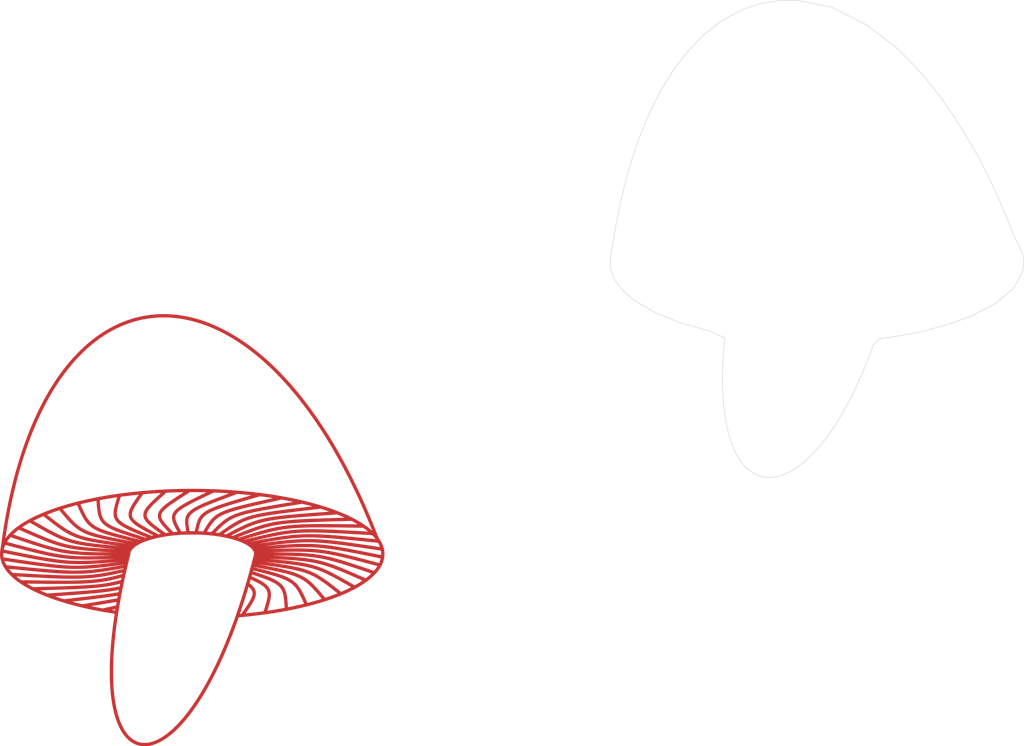
<source format=kicad_pcb>

(kicad_pcb (version 4) (host pcbnew 4.0.7)

	(general
		(links 0)
		(no_connects 0)
		(area 77.052499 41.877835 92.193313 53.630501)
		(thickness 1.6)
		(drawings 8)
		(tracks 0)
		(zones 0)
		(modules 1)
		(nets 1)
	)

	(page A4)
	(layers
		(0 F.Cu signal)
		(31 B.Cu signal)
		(32 B.Adhes user)
		(33 F.Adhes user)
		(34 B.Paste user)
		(35 F.Paste user)
		(36 B.SilkS user)
		(37 F.SilkS user)
		(38 B.Mask user)
		(39 F.Mask user)
		(40 Dwgs.User user)
		(41 Cmts.User user)
		(42 Eco1.User user)
		(43 Eco2.User user)
		(44 Edge.Cuts user)
		(45 Margin user)
		(46 B.CrtYd user)
		(47 F.CrtYd user)
		(48 B.Fab user)
		(49 F.Fab user)
	)

	(setup
		(last_trace_width 0.25)
		(trace_clearance 0.2)
		(zone_clearance 0.508)
		(zone_45_only no)
		(trace_min 0.2)
		(segment_width 0.2)
		(edge_width 0.15)
		(via_size 0.6)
		(via_drill 0.4)
		(via_min_size 0.4)
		(via_min_drill 0.3)
		(uvia_size 0.3)
		(uvia_drill 0.1)
		(uvias_allowed no)
		(uvia_min_size 0.2)
		(uvia_min_drill 0.1)
		(pcb_text_width 0.3)
		(pcb_text_size 1.5 1.5)
		(mod_edge_width 0.15)
		(mod_text_size 1 1)
		(mod_text_width 0.15)
		(pad_size 1.524 1.524)
		(pad_drill 0.762)
		(pad_to_mask_clearance 0.2)
		(aux_axis_origin 0 0)
		(visible_elements FFFFFF7F)
		(pcbplotparams
			(layerselection 0x010f0_80000001)
			(usegerberextensions false)
			(excludeedgelayer true)
			(linewidth 0.100000)
			(plotframeref false)
			(viasonmask false)
			(mode 1)
			(useauxorigin false)
			(hpglpennumber 1)
			(hpglpenspeed 20)
			(hpglpendiameter 15)
			(hpglpenoverlay 2)
			(psnegative false)
			(psa4output false)
			(plotreference true)
			(plotvalue true)
			(plotinvisibletext false)
			(padsonsilk false)
			(subtractmaskfromsilk false)
			(outputformat 1)
			(mirror false)
			(drillshape 1)
			(scaleselection 1)
			(outputdirectory gerbers/))
	)

	(net 0 "")

	(net_class Default "This is the default net class."
		(clearance 0.2)
		(trace_width 0.25)
		(via_dia 0.6)
		(via_drill 0.4)
		(uvia_dia 0.3)
		(uvia_drill 0.1)
	)
(module LOGO (layer F.Cu)
  (at 0 0)
 (fp_text reference "G***" (at 0 0) (layer F.SilkS) hide
  (effects (font (thickness 0.3)))
  )
  (fp_text value "LOGO" (at 0.75 0) (layer F.SilkS) hide
  (effects (font (thickness 0.3)))
  )
)
(module LOGO (layer F.Cu)
  (at 0 0)
 (fp_text reference "G***" (at 0 0) (layer F.SilkS) hide
  (effects (font (thickness 0.3)))
  )
  (fp_text value "LOGO" (at 0.75 0) (layer F.SilkS) hide
  (effects (font (thickness 0.3)))
  )
)
(module LOGO (layer F.Cu)
  (at 0 0)
 (fp_text reference "G***" (at 0 0) (layer F.SilkS) hide
  (effects (font (thickness 0.3)))
  )
  (fp_text value "LOGO" (at 0.75 0) (layer F.SilkS) hide
  (effects (font (thickness 0.3)))
  )
)
(module LOGO (layer F.Cu)
  (at 0 0)
 (fp_text reference "G***" (at 0 0) (layer F.SilkS) hide
  (effects (font (thickness 0.3)))
  )
  (fp_text value "LOGO" (at 0.75 0) (layer F.SilkS) hide
  (effects (font (thickness 0.3)))
  )
  (fp_poly (pts (xy -15.866357 -45.705995) (xy -15.621110 -45.703975) (xy -15.389521 -45.700551) (xy -15.178586 -45.695724) (xy -14.995300 -45.689491) (xy -14.846660 -45.681853) (xy -14.837833 -45.681273) (xy -13.887611 -45.599411)
     (xy -12.946659 -45.481366) (xy -12.013070 -45.326598) (xy -11.084937 -45.134570) (xy -10.160353 -44.904743) (xy -9.237412 -44.636579) (xy -8.314205 -44.329539) (xy -7.388827 -43.983086) (xy -6.459371 -43.596681)
     (xy -5.523928 -43.169786) (xy -4.953000 -42.890991) (xy -3.964673 -42.374728) (xy -2.979980 -41.816592) (xy -1.999276 -41.216916) (xy -1.022916 -40.576033) (xy -0.051253 -39.894276) (xy 0.915356 -39.171978)
     (xy 1.876558 -38.409472) (xy 2.831997 -37.607092) (xy 3.781320 -36.765169) (xy 4.724171 -35.884038) (xy 5.660196 -34.964031) (xy 6.589040 -34.005481) (xy 7.510348 -33.008722) (xy 8.423766 -31.974086)
     (xy 9.328939 -30.901906) (xy 10.225513 -29.792516) (xy 11.113132 -28.646249) (xy 11.991443 -27.463437) (xy 12.860089 -26.244413) (xy 13.020476 -26.013833) (xy 13.925625 -24.678962) (xy 14.818898 -23.303955)
     (xy 15.699958 -21.889408) (xy 16.568470 -20.435915) (xy 17.424098 -18.944070) (xy 18.266507 -17.414468) (xy 19.095361 -15.847703) (xy 19.910324 -14.244370) (xy 20.711060 -12.605064) (xy 21.316308 -11.321701)
     (xy 21.857156 -10.139281) (xy 22.398273 -8.920628) (xy 22.937110 -7.671746) (xy 23.471114 -6.398639) (xy 23.997735 -5.107315) (xy 24.514422 -3.803776) (xy 24.564495 -3.675423) (xy 24.622447 -3.528347)
     (xy 24.670835 -3.411232) (xy 24.714668 -3.314294) (xy 24.758951 -3.227747) (xy 24.808692 -3.141804) (xy 24.868897 -3.046682) (xy 24.944527 -2.932661) (xy 25.200427 -2.518408) (xy 25.416238 -2.098736)
     (xy 25.591432 -1.674960) (xy 25.725484 -1.248395) (xy 25.817868 -0.820355) (xy 25.835133 -0.708025) (xy 25.852129 -0.549845) (xy 25.863543 -0.364524) (xy 25.869256 -0.165034) (xy 25.869145 0.035653)
     (xy 25.863090 0.224563) (xy 25.850969 0.388725) (xy 25.845789 0.433917) (xy 25.769316 0.867211) (xy 25.650806 1.298296) (xy 25.490527 1.726557) (xy 25.288746 2.151383) (xy 25.045730 2.572159)
     (xy 24.761745 2.988274) (xy 24.693328 3.079750) (xy 24.463072 3.364896) (xy 24.198629 3.660566) (xy 23.905206 3.961775) (xy 23.588005 4.263540) (xy 23.252233 4.560877) (xy 22.903093 4.848804)
     (xy 22.608726 5.075692) (xy 22.054808 5.469901) (xy 21.460213 5.856290) (xy 20.825927 6.234547) (xy 20.152934 6.604359) (xy 19.442221 6.965414) (xy 18.694773 7.317399) (xy 17.911575 7.660000)
     (xy 17.093614 7.992904) (xy 16.241873 8.315800) (xy 15.357340 8.628374) (xy 14.440998 8.930313) (xy 13.493835 9.221304) (xy 12.516835 9.501035) (xy 11.510984 9.769193) (xy 10.477267 10.025464)
     (xy 9.416671 10.269536) (xy 8.330179 10.501096) (xy 7.218778 10.719831) (xy 6.083454 10.925429) (xy 4.925192 11.117576) (xy 3.744977 11.295960) (xy 2.543794 11.460267) (xy 2.465917 11.470336)
     (xy 1.960599 11.533850) (xy 1.436850 11.596677) (xy 0.903811 11.657828) (xy 0.370621 11.716313) (xy -0.153577 11.771144) (xy -0.659643 11.821330) (xy -1.138436 11.865883) (xy -1.400111 11.888758)
     (xy -1.837139 11.925950) (xy -2.063756 12.561683) (xy -2.591808 14.009126) (xy -3.134218 15.429286) (xy -3.689990 16.819785) (xy -4.258131 18.178243) (xy -4.837645 19.502283) (xy -5.427540 20.789526)
     (xy -6.009700 22.002750) (xy -6.519129 23.019053) (xy -7.033524 24.003328) (xy -7.552444 24.954984) (xy -8.075450 25.873431) (xy -8.602098 26.758080) (xy -9.131948 27.608338) (xy -9.664558 28.423616)
     (xy -10.199487 29.203324) (xy -10.736295 29.946871) (xy -11.274539 30.653667) (xy -11.813778 31.323121) (xy -12.353571 31.954643) (xy -12.893477 32.547642) (xy -13.433055 33.101528) (xy -13.971862 33.615711)
     (xy -14.509458 34.089601) (xy -15.045402 34.522606) (xy -15.579252 34.914137) (xy -15.745067 35.027546) (xy -16.250562 35.348777) (xy -16.749820 35.628629) (xy -17.243693 35.867460) (xy -17.733032 36.065625)
     (xy -18.218688 36.223483) (xy -18.701513 36.341390) (xy -19.007666 36.395782) (xy -19.101410 36.406843) (xy -19.225725 36.416954) (xy -19.371078 36.425779) (xy -19.527933 36.432980) (xy -19.686756 36.438221)
     (xy -19.838012 36.441163) (xy -19.972165 36.441471) (xy -20.079681 36.438807) (xy -20.129500 36.435446) (xy -20.565115 36.372742) (xy -20.989681 36.270546) (xy -21.400170 36.129944) (xy -21.793557 35.952022)
     (xy -22.166813 35.737863) (xy -22.275564 35.665926) (xy -22.439607 35.550959) (xy -22.583043 35.443164) (xy -22.717014 35.333283) (xy -22.852665 35.212059) (xy -23.001136 35.070235) (xy -23.047293 35.024811)
     (xy -23.387102 34.660622) (xy -23.708986 34.258084) (xy -24.012943 33.817203) (xy -24.298971 33.337982) (xy -24.567069 32.820425) (xy -24.817233 32.264537) (xy -25.049461 31.670322) (xy -25.263753 31.037784)
     (xy -25.460106 30.366926) (xy -25.599173 29.823834) (xy -25.740831 29.195459) (xy -25.867169 28.547506) (xy -25.978533 27.877131) (xy -26.075273 27.181495) (xy -26.157734 26.457755) (xy -26.226266 25.703070)
     (xy -26.281215 24.914600) (xy -26.322930 24.089502) (xy -26.333329 23.823084) (xy -26.338391 23.648734) (xy -26.342370 23.437940) (xy -26.345298 23.196389) (xy -26.347207 22.929770) (xy -26.348131 22.643771)
     (xy -26.348128 22.611673) (xy -25.730749 22.611673) (xy -25.712751 23.647392) (xy -25.671705 24.649031) (xy -25.642596 25.135417) (xy -25.576315 25.979874) (xy -25.491617 26.795153) (xy -25.388726 27.580414)
     (xy -25.267863 28.334820) (xy -25.129252 29.057534) (xy -24.973115 29.747718) (xy -24.799674 30.404535) (xy -24.609152 31.027145) (xy -24.401773 31.614712) (xy -24.177758 32.166399) (xy -23.937330 32.681366)
     (xy -23.680712 33.158777) (xy -23.408127 33.597794) (xy -23.383876 33.633834) (xy -23.103932 34.018119) (xy -22.807713 34.368965) (xy -22.496953 34.684763) (xy -22.173384 34.963904) (xy -21.838740 35.204777)
     (xy -21.494754 35.405774) (xy -21.452244 35.427483) (xy -21.257801 35.515133) (xy -21.035151 35.598535) (xy -20.798422 35.673254) (xy -20.561738 35.734853) (xy -20.339226 35.778895) (xy -20.327230 35.780790)
     (xy -20.208545 35.794264) (xy -20.058498 35.803746) (xy -19.887870 35.809210) (xy -19.707447 35.810630) (xy -19.528013 35.807984) (xy -19.360350 35.801244) (xy -19.215242 35.790387) (xy -19.155207 35.783499)
     (xy -18.712863 35.704455) (xy -18.262787 35.584343) (xy -17.805503 35.423614) (xy -17.341535 35.222720) (xy -16.871406 34.982113) (xy -16.395642 34.702245) (xy -15.914765 34.383567) (xy -15.429300 34.026532)
     (xy -14.939770 33.631590) (xy -14.446701 33.199195) (xy -13.950614 32.729797) (xy -13.452036 32.223849) (xy -12.951488 31.681803) (xy -12.449497 31.104110) (xy -11.946584 30.491222) (xy -11.443275 29.843591)
     (xy -10.940093 29.161669) (xy -10.437562 28.445907) (xy -10.145696 28.014084) (xy -9.547479 27.091900) (xy -8.954815 26.128482) (xy -8.368049 25.124609) (xy -7.787524 24.081057) (xy -7.213586 22.998605)
     (xy -6.646580 21.878031) (xy -6.086850 20.720113) (xy -5.534741 19.525629) (xy -4.990597 18.295356) (xy -4.454765 17.030072) (xy -3.927587 15.730556) (xy -3.409409 14.397585) (xy -2.900576 13.031937)
     (xy -2.401432 11.634390) (xy -2.272143 11.256742) (xy -1.603732 11.256742) (xy -1.601157 11.271267) (xy -1.574084 11.276658) (xy -1.515422 11.273672) (xy -1.479164 11.270049) (xy -1.407361 11.260602)
     (xy -1.353608 11.250312) (xy -1.331038 11.242224) (xy -1.314156 11.220055) (xy -1.280210 11.172870) (xy -0.499353 11.172870) (xy -0.495817 11.176889) (xy -0.487669 11.176793) (xy -0.477062 11.176000)
     (xy -0.477059 11.176000) (xy -0.448719 11.173824) (xy -0.383472 11.167647) (xy -0.286499 11.157995) (xy -0.162985 11.145397) (xy -0.018112 11.130378) (xy 0.142937 11.113467) (xy 0.259534 11.101102)
     (xy 0.552503 11.069611) (xy 0.824896 11.039634) (xy 1.086485 11.010025) (xy 1.347047 10.979637) (xy 1.616356 10.947323) (xy 1.904185 10.911937) (xy 2.220310 10.872332) (xy 2.355137 10.855272)
     (xy 2.900525 10.786102) (xy 3.015467 10.425426) (xy 3.140107 10.028631) (xy 3.249441 9.668103) (xy 3.344214 9.340935) (xy 3.425168 9.044223) (xy 3.493049 8.775059) (xy 3.548601 8.530537)
     (xy 3.592568 8.307753) (xy 3.625695 8.103799) (xy 3.641780 7.979834) (xy 3.655556 7.797970) (xy 3.657409 7.605285) (xy 3.647961 7.415142) (xy 3.627834 7.240904) (xy 3.601209 7.109129)
     (xy 3.531561 6.902572) (xy 3.431711 6.703635) (xy 3.299860 6.510385) (xy 3.134209 6.320889) (xy 2.932959 6.133214) (xy 2.694311 5.945426) (xy 2.416466 5.755592) (xy 2.238903 5.645150)
     (xy 2.111106 5.571155) (xy 1.951730 5.483782) (xy 1.767975 5.386637) (xy 1.567041 5.283323) (xy 1.356126 5.177444) (xy 1.142430 5.072603) (xy 0.933153 4.972406) (xy 0.735494 4.880456)
     (xy 0.556653 4.800357) (xy 0.516663 4.783009) (xy 0.430075 4.745728) (xy 0.328370 5.104513) (xy 0.295043 5.226607) (xy 0.268951 5.331324) (xy 0.251452 5.412508) (xy 0.243905 5.463999)
     (xy 0.245624 5.479453) (xy 0.269156 5.499018) (xy 0.317555 5.538946) (xy 0.382953 5.592753) (xy 0.433917 5.634617) (xy 0.688605 5.861863) (xy 0.908308 6.096113) (xy 1.091528 6.335221)
     (xy 1.236767 6.577043) (xy 1.342528 6.819432) (xy 1.398666 7.016750) (xy 1.415923 7.136261) (xy 1.424412 7.283124) (xy 1.424325 7.443317) (xy 1.415852 7.602817) (xy 1.399184 7.747603)
     (xy 1.387871 7.809932) (xy 1.344241 7.988633) (xy 1.287108 8.173212) (xy 1.215084 8.366253) (xy 1.126779 8.570336) (xy 1.020806 8.788043) (xy 0.895774 9.021956) (xy 0.750296 9.274658)
     (xy 0.582982 9.548729) (xy 0.392444 9.846751) (xy 0.177293 10.171307) (xy -0.063861 10.524978) (xy -0.103432 10.582246) (xy -0.214247 10.742283) (xy -0.303237 10.870851) (xy -0.372554 10.971368)
     (xy -0.424349 11.047253) (xy -0.460775 11.101927) (xy -0.483984 11.138808) (xy -0.496125 11.161316) (xy -0.499353 11.172870) (xy -1.280210 11.172870) (xy -1.276337 11.167488) (xy -1.220679 11.088971)
     (xy -1.150284 10.988955) (xy -1.068250 10.871887) (xy -0.977678 10.742215) (xy -0.881667 10.604390) (xy -0.783319 10.462860) (xy -0.685731 10.322072) (xy -0.592006 10.186477) (xy -0.505241 10.060523)
     (xy -0.428538 9.948659) (xy -0.377826 9.874250) (xy -0.142914 9.521694) (xy 0.063574 9.197523) (xy 0.242714 8.899762) (xy 0.395585 8.626437) (xy 0.523265 8.375573) (xy 0.626832 8.145196)
     (xy 0.707363 7.933331) (xy 0.743228 7.820581) (xy 0.766365 7.732644) (xy 0.781296 7.648590) (xy 0.789604 7.554674) (xy 0.792871 7.437149) (xy 0.793117 7.387167) (xy 0.790064 7.246621)
     (xy 0.778153 7.131581) (xy 0.753725 7.028973) (xy 0.713119 6.925720) (xy 0.652675 6.808746) (xy 0.610756 6.735713) (xy 0.577794 6.688298) (xy 0.525729 6.623658) (xy 0.459650 6.547126)
     (xy 0.384642 6.464030) (xy 0.305792 6.379701) (xy 0.228188 6.299470) (xy 0.156915 6.228666) (xy 0.097061 6.172619) (xy 0.053712 6.136661) (xy 0.031955 6.126121) (xy 0.030569 6.127750)
     (xy -0.109868 6.595120) (xy -0.241129 7.028653) (xy -0.365397 7.435293) (xy -0.484857 7.821984) (xy -0.601691 8.195670) (xy -0.718084 8.563295) (xy -0.836217 8.931803) (xy -0.958276 9.308137)
     (xy -1.086443 9.699242) (xy -1.210720 10.075334) (xy -1.281093 10.287504) (xy -1.347637 10.488006) (xy -1.409134 10.673174) (xy -1.464364 10.839342) (xy -1.512109 10.982846) (xy -1.551148 11.100021)
     (xy -1.580263 11.187200) (xy -1.598234 11.240720) (xy -1.603732 11.256742) (xy -2.272143 11.256742) (xy -1.912323 10.205723) (xy -1.433592 8.746712) (xy -1.006330 7.390296) (xy -0.730221 6.485203)
     (xy -0.460144 5.576849) (xy -0.194392 4.659152) (xy -0.046559 4.134904) (xy 0.615893 4.134904) (xy 0.616524 4.136779) (xy 0.637610 4.147523) (xy 0.690549 4.172252) (xy 0.768481 4.207822)
     (xy 0.864544 4.251089) (xy 0.920750 4.276195) (xy 1.377485 4.485306) (xy 1.794054 4.688156) (xy 2.171980 4.885836) (xy 2.512787 5.079438) (xy 2.818000 5.270052) (xy 3.089142 5.458771)
     (xy 3.327736 5.646686) (xy 3.535307 5.834887) (xy 3.713377 6.024466) (xy 3.863472 6.216514) (xy 3.987115 6.412123) (xy 4.038084 6.508750) (xy 4.126257 6.704625) (xy 4.191431 6.893578)
     (xy 4.237432 7.089869) (xy 4.268088 7.307754) (xy 4.276280 7.396369) (xy 4.285510 7.578240) (xy 4.283652 7.769722) (xy 4.270118 7.973863) (xy 4.244319 8.193712) (xy 4.205667 8.432319)
     (xy 4.153573 8.692732) (xy 4.087450 8.978000) (xy 4.006709 9.291172) (xy 3.910761 9.635296) (xy 3.799019 10.013421) (xy 3.723943 10.258544) (xy 3.685685 10.382720) (xy 3.652123 10.492954)
     (xy 3.625151 10.582919) (xy 3.606661 10.646293) (xy 3.598546 10.676749) (xy 3.598334 10.678268) (xy 3.616110 10.684860) (xy 3.656542 10.680597) (xy 3.693387 10.674211) (xy 3.765522 10.662700)
     (xy 3.866352 10.647079) (xy 3.989280 10.628363) (xy 4.127712 10.607569) (xy 4.222750 10.593438) (xy 4.359464 10.572668) (xy 4.530852 10.545792) (xy 4.730098 10.513945) (xy 4.950382 10.478259)
     (xy 5.184887 10.439865) (xy 5.426795 10.399896) (xy 5.669287 10.359485) (xy 5.905547 10.319765) (xy 6.128755 10.281866) (xy 6.332094 10.246923) (xy 6.508745 10.216067) (xy 6.651892 10.190431)
     (xy 6.678084 10.185627) (xy 6.889750 10.146594) (xy 6.884253 9.925755) (xy 6.879493 9.799585) (xy 6.870999 9.640882) (xy 6.859481 9.459213) (xy 6.845645 9.264146) (xy 6.830202 9.065246)
     (xy 6.813859 8.872083) (xy 6.797326 8.694221) (xy 6.782445 8.551334) (xy 6.731606 8.155247) (xy 6.670772 7.797161) (xy 6.598101 7.473538) (xy 6.511751 7.180837) (xy 6.409880 6.915520)
     (xy 6.290647 6.674047) (xy 6.152208 6.452878) (xy 5.992723 6.248475) (xy 5.810350 6.057298) (xy 5.603246 5.875808) (xy 5.369570 5.700466) (xy 5.259917 5.625716) (xy 5.125058 5.541698)
     (xy 4.957659 5.446324) (xy 4.764816 5.343106) (xy 4.553626 5.235554) (xy 4.331185 5.127179) (xy 4.104590 5.021492) (xy 3.880938 4.922004) (xy 3.667325 4.832226) (xy 3.607328 4.808135)
     (xy 3.432486 4.739851) (xy 3.240348 4.666756) (xy 3.034464 4.590061) (xy 2.818384 4.510975) (xy 2.595659 4.430708) (xy 2.369841 4.350471) (xy 2.144479 4.271473) (xy 1.923126 4.194925)
     (xy 1.709330 4.122036) (xy 1.506644 4.054016) (xy 1.318618 3.992076) (xy 1.148802 3.937426) (xy 1.000748 3.891275) (xy 0.878007 3.854833) (xy 0.784128 3.829311) (xy 0.722663 3.815919)
     (xy 0.697163 3.815866) (xy 0.696854 3.816313) (xy 0.683606 3.852171) (xy 0.666176 3.911215) (xy 0.647628 3.981228) (xy 0.631023 4.049992) (xy 0.619424 4.105290) (xy 0.615893 4.134904)
     (xy -0.046559 4.134904) (xy 0.068742 3.726027) (xy 0.220122 3.174920) (xy 0.873326 3.174920) (xy 0.873699 3.187492) (xy 0.894275 3.194921) (xy 0.949642 3.213547) (xy 1.034302 3.241557)
     (xy 1.142761 3.277141) (xy 1.269524 3.318487) (xy 1.375834 3.353008) (xy 1.917019 3.530909) (xy 2.418772 3.701144) (xy 2.883121 3.864584) (xy 3.312097 4.022102) (xy 3.707730 4.174568)
     (xy 4.072050 4.322855) (xy 4.407087 4.467833) (xy 4.714871 4.610374) (xy 4.997432 4.751350) (xy 5.256801 4.891632) (xy 5.495008 5.032092) (xy 5.714082 5.173601) (xy 5.867244 5.281084)
     (xy 5.985122 5.373958) (xy 6.117102 5.489686) (xy 6.253779 5.619017) (xy 6.385750 5.752694) (xy 6.503609 5.881466) (xy 6.597953 5.996078) (xy 6.609389 6.011334) (xy 6.738245 6.199111)
     (xy 6.854943 6.398076) (xy 6.960134 6.610956) (xy 7.054471 6.840478) (xy 7.138607 7.089370) (xy 7.213192 7.360359) (xy 7.278878 7.656173) (xy 7.336319 7.979537) (xy 7.386166 8.333180)
     (xy 7.429070 8.719828) (xy 7.465685 9.142209) (xy 7.496661 9.603051) (xy 7.505519 9.759621) (xy 7.519963 10.025991) (xy 7.776357 9.975207) (xy 7.889865 9.952535) (xy 8.030054 9.924249)
     (xy 8.182155 9.893342) (xy 8.331401 9.862811) (xy 8.392584 9.850222) (xy 8.626064 9.801408) (xy 8.880208 9.747095) (xy 9.145370 9.689421) (xy 9.411902 9.630526) (xy 9.670160 9.572549)
     (xy 9.910496 9.517628) (xy 10.123263 9.467903) (xy 10.206680 9.447976) (xy 10.602610 9.352599) (xy 10.549672 9.232425) (xy 10.370982 8.830416) (xy 10.205198 8.465383) (xy 10.050808 8.134501)
     (xy 9.906301 7.834942) (xy 9.770165 7.563881) (xy 9.640889 7.318492) (xy 9.516961 7.095948) (xy 9.396870 6.893423) (xy 9.279105 6.708091) (xy 9.162154 6.537126) (xy 9.044505 6.377701)
     (xy 8.976533 6.290882) (xy 8.811453 6.094965) (xy 8.636894 5.909346) (xy 8.450760 5.733003) (xy 8.250953 5.564917) (xy 8.035378 5.404067) (xy 7.801937 5.249432) (xy 7.548534 5.099990)
     (xy 7.273071 4.954722) (xy 6.973453 4.812606) (xy 6.647582 4.672622) (xy 6.293361 4.533748) (xy 5.908694 4.394965) (xy 5.491484 4.255250) (xy 5.039635 4.113585) (xy 4.551049 3.968946)
     (xy 4.023629 3.820315) (xy 3.746500 3.744669) (xy 3.644034 3.717293) (xy 3.513646 3.682975) (xy 3.359371 3.642739) (xy 3.185246 3.597613) (xy 2.995306 3.548622) (xy 2.793588 3.496792)
     (xy 2.584127 3.443149) (xy 2.370959 3.388719) (xy 2.158120 3.334528) (xy 1.949647 3.281603) (xy 1.749574 3.230968) (xy 1.561939 3.183651) (xy 1.390776 3.140677) (xy 1.240122 3.103072)
     (xy 1.114013 3.071862) (xy 1.016485 3.048073) (xy 0.951573 3.032732) (xy 0.923313 3.026863) (xy 0.922784 3.026834) (xy 0.911899 3.044604) (xy 0.896560 3.086561) (xy 0.881967 3.135676)
     (xy 0.873326 3.174920) (xy 0.220122 3.174920) (xy 0.330966 2.771391) (xy 0.431540 2.395802) (xy 1.079500 2.395802) (xy 1.095324 2.407694) (xy 1.143791 2.426178) (xy 1.226391 2.451670)
     (xy 1.344616 2.484588) (xy 1.499957 2.525351) (xy 1.693904 2.574375) (xy 1.889125 2.622583) (xy 2.569756 2.791627) (xy 3.208657 2.955165) (xy 3.806066 3.113266) (xy 4.362219 3.265999)
     (xy 4.877351 3.413431) (xy 5.351699 3.555632) (xy 5.785498 3.692670) (xy 6.178985 3.824614) (xy 6.532395 3.951532) (xy 6.742697 4.032140) (xy 6.940579 4.113663) (xy 7.152717 4.207240)
     (xy 7.370305 4.308551) (xy 7.584538 4.413278) (xy 7.786609 4.517101) (xy 7.967713 4.615701) (xy 8.119043 4.704760) (xy 8.137024 4.716014) (xy 8.504592 4.968948) (xy 8.845988 5.247777)
     (xy 9.163719 5.555211) (xy 9.460292 5.893962) (xy 9.738212 6.266739) (xy 9.999986 6.676253) (xy 10.084131 6.821463) (xy 10.200388 7.033803) (xy 10.329419 7.282055) (xy 10.469383 7.562401)
     (xy 10.618441 7.871023) (xy 10.774754 8.204102) (xy 10.936483 8.557818) (xy 11.101788 8.928355) (xy 11.132031 8.997112) (xy 11.220846 9.199474) (xy 11.574131 9.107921) (xy 11.699301 9.075062)
     (xy 11.853868 9.033828) (xy 12.026470 8.987287) (xy 12.205748 8.938511) (xy 12.380341 8.890568) (xy 12.456584 8.869464) (xy 12.649935 8.815327) (xy 12.844683 8.759949) (xy 13.036424 8.704652)
     (xy 13.220750 8.650760) (xy 13.393258 8.599597) (xy 13.549542 8.552483) (xy 13.685196 8.510744) (xy 13.795816 8.475702) (xy 13.876995 8.448680) (xy 13.924329 8.431001) (xy 13.934480 8.425609)
     (xy 13.926592 8.404670) (xy 13.892987 8.355306) (xy 13.836268 8.280555) (xy 13.759036 8.183456) (xy 13.663897 8.067048) (xy 13.553452 7.934370) (xy 13.430305 7.788460) (xy 13.297059 7.632358)
     (xy 13.156318 7.469103) (xy 13.010684 7.301733) (xy 12.862761 7.133287) (xy 12.715151 6.966804) (xy 12.570458 6.805324) (xy 12.431286 6.651885) (xy 12.300236 6.509526) (xy 12.215800 6.419231)
     (xy 11.844478 6.039962) (xy 11.479013 5.698005) (xy 11.114025 5.389856) (xy 10.744134 5.112012) (xy 10.363961 4.860969) (xy 9.968126 4.633224) (xy 9.551249 4.425274) (xy 9.107951 4.233615)
     (xy 8.632852 4.054745) (xy 8.530167 4.019038) (xy 8.282380 3.936386) (xy 8.022902 3.854658) (xy 7.749631 3.773370) (xy 7.460460 3.692039) (xy 7.153287 3.610185) (xy 6.826006 3.527324)
     (xy 6.476513 3.442974) (xy 6.102703 3.356653) (xy 5.702473 3.267878) (xy 5.273718 3.176167) (xy 4.814333 3.081038) (xy 4.322215 2.982009) (xy 3.795258 2.878597) (xy 3.231358 2.770319)
     (xy 2.628412 2.656694) (xy 2.402417 2.614579) (xy 2.180488 2.573322) (xy 1.969777 2.534128) (xy 1.774183 2.497723) (xy 1.597603 2.464833) (xy 1.443936 2.436186) (xy 1.317080 2.412508)
     (xy 1.220933 2.394525) (xy 1.159394 2.382964) (xy 1.137709 2.378830) (xy 1.092368 2.377243) (xy 1.079500 2.395802) (xy 0.431540 2.395802) (xy 0.567161 1.889331) (xy 1.983758 1.889331)
     (xy 1.999043 1.894551) (xy 2.051221 1.906411) (xy 2.135538 1.923955) (xy 2.247243 1.946230) (xy 2.381580 1.972280) (xy 2.533796 2.001150) (xy 2.628126 2.018760) (xy 3.316128 2.147834)
     (xy 3.963882 2.272322) (xy 4.573159 2.392784) (xy 5.145729 2.509780) (xy 5.683363 2.623871) (xy 6.187833 2.735617) (xy 6.660909 2.845578) (xy 7.104363 2.954315) (xy 7.519965 3.062387)
     (xy 7.909486 3.170355) (xy 8.274698 3.278779) (xy 8.617370 3.388220) (xy 8.939275 3.499238) (xy 9.242183 3.612393) (xy 9.527866 3.728245) (xy 9.798093 3.847354) (xy 10.054636 3.970281)
     (xy 10.299266 4.097587) (xy 10.533754 4.229830) (xy 10.759871 4.367573) (xy 10.979388 4.511374) (xy 11.194076 4.661794) (xy 11.352224 4.778713) (xy 11.534947 4.920826) (xy 11.718680 5.072291)
     (xy 11.905552 5.235310) (xy 12.097693 5.412084) (xy 12.297233 5.604815) (xy 12.506301 5.815706) (xy 12.727027 6.046957) (xy 12.961541 6.300771) (xy 13.211972 6.579350) (xy 13.480450 6.884895)
     (xy 13.769105 7.219608) (xy 14.080066 7.585691) (xy 14.167144 7.689030) (xy 14.274230 7.815770) (xy 14.372852 7.931457) (xy 14.459673 8.032258) (xy 14.531357 8.114342) (xy 14.584570 8.173877)
     (xy 14.615975 8.207031) (xy 14.622948 8.212667) (xy 14.647124 8.206207) (xy 14.704438 8.188319) (xy 14.787962 8.161242) (xy 14.890766 8.127214) (xy 14.976138 8.098552) (xy 15.164588 8.034196)
     (xy 15.368818 7.963176) (xy 15.582857 7.887665) (xy 15.800737 7.809838) (xy 16.016486 7.731870) (xy 16.224136 7.655936) (xy 16.417716 7.584209) (xy 16.591257 7.518865) (xy 16.738789 7.462077)
     (xy 16.854342 7.416021) (xy 16.886479 7.402691) (xy 16.956040 7.373410) (xy 16.367895 6.907655) (xy 15.922190 6.556773) (xy 15.505156 6.232989) (xy 15.114330 5.934718) (xy 14.747249 5.660377)
     (xy 14.401447 5.408380) (xy 14.074462 5.177144) (xy 13.763828 4.965084) (xy 13.467083 4.770616) (xy 13.181763 4.592155) (xy 12.905402 4.428118) (xy 12.635538 4.276920) (xy 12.369706 4.136976)
     (xy 12.105443 4.006702) (xy 11.840284 3.884514) (xy 11.571766 3.768828) (xy 11.340396 3.674957) (xy 11.060494 3.568471) (xy 10.769789 3.466198) (xy 10.465964 3.367626) (xy 10.146700 3.272244)
     (xy 9.809679 3.179540) (xy 9.452581 3.089003) (xy 9.073090 3.000121) (xy 8.668886 2.912382) (xy 8.237651 2.825276) (xy 7.777067 2.738290) (xy 7.284815 2.650913) (xy 6.758577 2.562634)
     (xy 6.196035 2.472941) (xy 5.594871 2.381323) (xy 5.238750 2.328732) (xy 5.077705 2.305427) (xy 4.894429 2.279303) (xy 4.692655 2.250864) (xy 4.476118 2.220614) (xy 4.248550 2.189058)
     (xy 4.013685 2.156699) (xy 3.775256 2.124040) (xy 3.536997 2.091587) (xy 3.302642 2.059843) (xy 3.075923 2.029312) (xy 2.860575 2.000498) (xy 2.660331 1.973905) (xy 2.478924 1.950037)
     (xy 2.320088 1.929398) (xy 2.187557 1.912492) (xy 2.085063 1.899823) (xy 2.016341 1.891895) (xy 1.985123 1.889212) (xy 1.983758 1.889331) (xy 0.567161 1.889331) (xy 0.570319 1.877541)
     (xy 1.854716 1.877541) (xy 1.883834 1.880491) (xy 1.913882 1.877165) (xy 1.910292 1.869815) (xy 1.866956 1.867020) (xy 1.857375 1.869815) (xy 1.854716 1.877541) (xy 0.570319 1.877541)
     (xy 0.577136 1.852084) (xy 1.735667 1.852084) (xy 1.746250 1.862667) (xy 1.756834 1.852084) (xy 1.746250 1.841500) (xy 1.735667 1.852084) (xy 0.577136 1.852084) (xy 0.593986 1.789160)
     (xy 0.693829 1.407150) (xy 3.172603 1.407150) (xy 3.175000 1.408199) (xy 3.202000 1.412838) (xy 3.266571 1.422525) (xy 3.364333 1.436642) (xy 3.490903 1.454571) (xy 3.641900 1.475695)
     (xy 3.812944 1.499397) (xy 3.999653 1.525059) (xy 4.148667 1.545403) (xy 4.837853 1.640715) (xy 5.486830 1.733670) (xy 6.097624 1.824754) (xy 6.672266 1.914448) (xy 7.212782 2.003238)
     (xy 7.721200 2.091605) (xy 8.199550 2.180034) (xy 8.649859 2.269007) (xy 9.074155 2.359008) (xy 9.474466 2.450522) (xy 9.852821 2.544030) (xy 10.211248 2.640016) (xy 10.551775 2.738964)
     (xy 10.876429 2.841358) (xy 11.187240 2.947680) (xy 11.486236 3.058414) (xy 11.775444 3.174043) (xy 12.056893 3.295051) (xy 12.332610 3.421921) (xy 12.604625 3.555137) (xy 12.625917 3.565895)
     (xy 12.879320 3.697992) (xy 13.136639 3.839893) (xy 13.399983 3.993076) (xy 13.671459 4.159018) (xy 13.953178 4.339196) (xy 14.247246 4.535086) (xy 14.555772 4.748165) (xy 14.880866 4.979911)
     (xy 15.224634 5.231800) (xy 15.589186 5.505309) (xy 15.976631 5.801915) (xy 16.389076 6.123096) (xy 16.828630 6.470327) (xy 17.229667 6.790691) (xy 17.337961 6.876722) (xy 17.436200 6.953113)
     (xy 17.519299 7.016042) (xy 17.582172 7.061688) (xy 17.619731 7.086229) (xy 17.627237 7.089389) (xy 17.655083 7.081794) (xy 17.714396 7.059881) (xy 17.797949 7.026504) (xy 17.898516 6.984520)
     (xy 17.965904 6.955566) (xy 18.160500 6.870161) (xy 18.355577 6.782856) (xy 18.547424 6.695450) (xy 18.732330 6.609737) (xy 18.906588 6.527513) (xy 19.066486 6.450575) (xy 19.208316 6.380719)
     (xy 19.328366 6.319740) (xy 19.422929 6.269435) (xy 19.488293 6.231600) (xy 19.520750 6.208031) (xy 19.523103 6.201667) (xy 19.496640 6.183553) (xy 19.436459 6.146662) (xy 19.345814 6.092839)
     (xy 19.227958 6.023927) (xy 19.086145 5.941772) (xy 18.923628 5.848217) (xy 18.743660 5.745106) (xy 18.549495 5.634285) (xy 18.344387 5.517597) (xy 18.131588 5.396887) (xy 17.914354 5.273999)
     (xy 17.695936 5.150777) (xy 17.479588 5.029066) (xy 17.268564 4.910710) (xy 17.066118 4.797553) (xy 16.875502 4.691440) (xy 16.699971 4.594215) (xy 16.542778 4.507721) (xy 16.407176 4.433805)
     (xy 16.351250 4.403623) (xy 16.199048 4.322977) (xy 16.022238 4.231238) (xy 15.827222 4.131575) (xy 15.620401 4.027157) (xy 15.408176 3.921154) (xy 15.196950 3.816736) (xy 14.993122 3.717071)
     (xy 14.803095 3.625329) (xy 14.633269 3.544680) (xy 14.490047 3.478292) (xy 14.408904 3.441940) (xy 14.045686 3.286791) (xy 13.684994 3.141401) (xy 13.324110 3.005178) (xy 12.960314 2.877529)
     (xy 12.590886 2.757862) (xy 12.213106 2.645582) (xy 11.824256 2.540098) (xy 11.421614 2.440815) (xy 11.002462 2.347141) (xy 10.564079 2.258484) (xy 10.103746 2.174249) (xy 9.618744 2.093844)
     (xy 9.106353 2.016676) (xy 8.563852 1.942152) (xy 7.988523 1.869679) (xy 7.377646 1.798663) (xy 6.728500 1.728512) (xy 6.392334 1.693941) (xy 6.164047 1.671068) (xy 5.924140 1.647482)
     (xy 5.675910 1.623475) (xy 5.422652 1.599341) (xy 5.167664 1.575371) (xy 4.914241 1.551859) (xy 4.665679 1.529097) (xy 4.425274 1.507378) (xy 4.196324 1.486995) (xy 3.982123 1.468240)
     (xy 3.785969 1.451407) (xy 3.611157 1.436788) (xy 3.460984 1.424676) (xy 3.338746 1.415363) (xy 3.247739 1.409143) (xy 3.191259 1.406307) (xy 3.172603 1.407150) (xy 0.693829 1.407150)
     (xy 0.698127 1.390708) (xy 2.997716 1.390708) (xy 3.026834 1.393658) (xy 3.056882 1.390332) (xy 3.053292 1.382982) (xy 3.009956 1.380186) (xy 3.000375 1.382982) (xy 2.997716 1.390708)
     (xy 0.698127 1.390708) (xy 0.844318 0.831370) (xy 3.945241 0.831370) (xy 3.963154 0.835166) (xy 4.017119 0.841808) (xy 4.100999 0.850657) (xy 4.208659 0.861074) (xy 4.333959 0.872419)
     (xy 4.366315 0.875238) (xy 5.118126 0.941712) (xy 5.829733 1.007818) (xy 6.503259 1.074024) (xy 7.140825 1.140799) (xy 7.744553 1.208610) (xy 8.316565 1.277928) (xy 8.858983 1.349219)
     (xy 9.373928 1.422952) (xy 9.863522 1.499596) (xy 10.329887 1.579620) (xy 10.775145 1.663490) (xy 11.201417 1.751677) (xy 11.610825 1.844648) (xy 12.005492 1.942871) (xy 12.387538 2.046816)
     (xy 12.759085 2.156951) (xy 13.122256 2.273743) (xy 13.479173 2.397661) (xy 13.831956 2.529175) (xy 14.182727 2.668751) (xy 14.533609 2.816859) (xy 14.886724 2.973967) (xy 15.244192 3.140543)
     (xy 15.608136 3.317056) (xy 15.752705 3.388899) (xy 15.988263 3.508612) (xy 16.255550 3.647850) (xy 16.550123 3.804145) (xy 16.867538 3.975028) (xy 17.203353 4.158030) (xy 17.553125 4.350683)
     (xy 17.912411 4.550518) (xy 18.276768 4.755067) (xy 18.641752 4.961861) (xy 19.002922 5.168431) (xy 19.355833 5.372309) (xy 19.696044 5.571026) (xy 19.949584 5.720767) (xy 20.038382 5.773004)
     (xy 20.113944 5.816538) (xy 20.168907 5.847192) (xy 20.195909 5.860791) (xy 20.196997 5.861090) (xy 20.219139 5.851651) (xy 20.271728 5.824164) (xy 20.348676 5.781965) (xy 20.443892 5.728389)
     (xy 20.542472 5.671871) (xy 20.859764 5.485632) (xy 21.141121 5.314483) (xy 21.389436 5.156645) (xy 21.511666 5.075742) (xy 21.701200 4.948300) (xy 21.545058 4.879875) (xy 21.134623 4.700089)
     (xy 20.759968 4.536154) (xy 20.418156 4.386804) (xy 20.106249 4.250774) (xy 19.821308 4.126799) (xy 19.560396 4.013615) (xy 19.320572 3.909957) (xy 19.098901 3.814559) (xy 18.892442 3.726157)
     (xy 18.698259 3.643486) (xy 18.513412 3.565281) (xy 18.334963 3.490277) (xy 18.159975 3.417209) (xy 17.985508 3.344813) (xy 17.832917 3.281825) (xy 17.319815 3.072918) (xy 16.827277 2.877742)
     (xy 16.352446 2.695722) (xy 15.892468 2.526285) (xy 15.444487 2.368854) (xy 15.005648 2.222856) (xy 14.573097 2.087715) (xy 14.143978 1.962858) (xy 13.715436 1.847709) (xy 13.284615 1.741694)
     (xy 12.848661 1.644238) (xy 12.404719 1.554767) (xy 11.949933 1.472705) (xy 11.481448 1.397478) (xy 10.996409 1.328512) (xy 10.491961 1.265232) (xy 9.965249 1.207062) (xy 9.413417 1.153430)
     (xy 8.833611 1.103758) (xy 8.222976 1.057474) (xy 7.578655 1.014002) (xy 6.897795 0.972768) (xy 6.177539 0.933198) (xy 6.159500 0.932251) (xy 5.864020 0.916900) (xy 5.579035 0.902372)
     (xy 5.307449 0.888800) (xy 5.052164 0.876316) (xy 4.816085 0.865053) (xy 4.602116 0.855141) (xy 4.413159 0.846715) (xy 4.252119 0.839905) (xy 4.121899 0.834845) (xy 4.025403 0.831667)
     (xy 3.965535 0.830502) (xy 3.945241 0.831370) (xy 0.844318 0.831370) (xy 0.859509 0.773250) (xy 0.960550 0.380504) (xy 1.001142 0.222060) (xy 4.687664 0.222060) (xy 4.703292 0.225608)
     (xy 4.758341 0.230455) (xy 4.853183 0.236739) (xy 4.988190 0.244598) (xy 5.163732 0.254167) (xy 5.380181 0.265584) (xy 5.637909 0.278987) (xy 5.937286 0.294512) (xy 6.159500 0.306072)
     (xy 6.878632 0.345409) (xy 7.558054 0.386526) (xy 8.200367 0.429823) (xy 8.808173 0.475700) (xy 9.384073 0.524557) (xy 9.930667 0.576794) (xy 10.450557 0.632811) (xy 10.946343 0.693007)
     (xy 11.420628 0.757783) (xy 11.876012 0.827538) (xy 12.315096 0.902671) (xy 12.740481 0.983584) (xy 13.154769 1.070676) (xy 13.560560 1.164346) (xy 13.960456 1.264995) (xy 14.357057 1.373022)
     (xy 14.752965 1.488827) (xy 15.150781 1.612810) (xy 15.553106 1.745371) (xy 15.578667 1.754020) (xy 15.832530 1.841257) (xy 16.091298 1.932675) (xy 16.357119 2.029157) (xy 16.632141 2.131581)
     (xy 16.918510 2.240831) (xy 17.218375 2.357786) (xy 17.533882 2.483327) (xy 17.867180 2.618335) (xy 18.220414 2.763691) (xy 18.595734 2.920277) (xy 18.995285 3.088972) (xy 19.421217 3.270658)
     (xy 19.875675 3.466215) (xy 20.360808 3.676525) (xy 20.878763 3.902468) (xy 21.431687 4.144925) (xy 21.768728 4.293234) (xy 22.296705 4.525828) (xy 22.424894 4.427372) (xy 22.488562 4.377376)
     (xy 22.574668 4.308236) (xy 22.673235 4.228036) (xy 22.774287 4.144860) (xy 22.804148 4.120075) (xy 22.908440 4.031985) (xy 23.016884 3.938113) (xy 23.117955 3.848574) (xy 23.200128 3.773481)
     (xy 23.213970 3.760432) (xy 23.372727 3.609629) (xy 23.301572 3.580318) (xy 23.261875 3.565503) (xy 23.185402 3.538446) (xy 23.075539 3.500286) (xy 22.935673 3.452164) (xy 22.769189 3.395220)
     (xy 22.579474 3.330594) (xy 22.369913 3.259428) (xy 22.143894 3.182862) (xy 21.904801 3.102035) (xy 21.656022 3.018088) (xy 21.400942 2.932162) (xy 21.142948 2.845398) (xy 20.885426 2.758934)
     (xy 20.631761 2.673913) (xy 20.385341 2.591474) (xy 20.149550 2.512758) (xy 19.927776 2.438905) (xy 19.723405 2.371056) (xy 19.539822 2.310351) (xy 19.380413 2.257930) (xy 19.248566 2.214933)
     (xy 19.219334 2.205476) (xy 18.607770 2.009893) (xy 18.024274 1.827442) (xy 17.465831 1.657673) (xy 16.929428 1.500136) (xy 16.412051 1.354382) (xy 15.910686 1.219960) (xy 15.422320 1.096423)
     (xy 14.943940 0.983319) (xy 14.472530 0.880200) (xy 14.005078 0.786615) (xy 13.538569 0.702116) (xy 13.069991 0.626252) (xy 12.596329 0.558574) (xy 12.114570 0.498632) (xy 11.621700 0.445977)
     (xy 11.114705 0.400159) (xy 10.590572 0.360729) (xy 10.046286 0.327237) (xy 9.478834 0.299233) (xy 8.885203 0.276268) (xy 8.262378 0.257892) (xy 7.607347 0.243656) (xy 6.917094 0.233110)
     (xy 6.188607 0.225804) (xy 5.937250 0.224014) (xy 5.650876 0.222101) (xy 5.400951 0.220390) (xy 5.187849 0.219019) (xy 5.011940 0.218125) (xy 4.873596 0.217845) (xy 4.773187 0.218316)
     (xy 4.711086 0.219675) (xy 4.687664 0.222060) (xy 1.001142 0.222060) (xy 1.098957 -0.159742) (xy 1.068528 -0.307413) (xy 1.033680 -0.421750) (xy 4.637278 -0.421750) (xy 4.665798 -0.417989)
     (xy 4.734091 -0.414613) (xy 4.842503 -0.411545) (xy 4.991376 -0.408708) (xy 5.181055 -0.406025) (xy 5.411884 -0.403420) (xy 5.684207 -0.400815) (xy 5.998369 -0.398134) (xy 6.148917 -0.396918)
     (xy 6.762528 -0.391076) (xy 7.336928 -0.383558) (xy 7.875214 -0.374211) (xy 8.380482 -0.362881) (xy 8.855826 -0.349416) (xy 9.304343 -0.333662) (xy 9.729128 -0.315465) (xy 10.133277 -0.294672)
     (xy 10.519886 -0.271130) (xy 10.892051 -0.244684) (xy 11.252866 -0.215182) (xy 11.605429 -0.182471) (xy 11.952834 -0.146395) (xy 12.298178 -0.106803) (xy 12.498632 -0.082183) (xy 12.950064 -0.021712)
     (xy 13.398287 0.046068) (xy 13.846808 0.122001) (xy 14.299132 0.206929) (xy 14.758765 0.301697) (xy 15.229213 0.407149) (xy 15.713981 0.524128) (xy 16.216577 0.653479) (xy 16.740504 0.796044)
     (xy 17.289269 0.952669) (xy 17.866379 1.124197) (xy 18.475338 1.311472) (xy 19.071167 1.499818) (xy 19.226692 1.549959) (xy 19.417662 1.612201) (xy 19.639451 1.684996) (xy 19.887431 1.766796)
     (xy 20.156974 1.856053) (xy 20.443454 1.951220) (xy 20.742243 2.050749) (xy 21.048714 2.153092) (xy 21.358239 2.256702) (xy 21.666191 2.360031) (xy 21.967944 2.461531) (xy 22.258869 2.559654)
     (xy 22.534339 2.652853) (xy 22.789728 2.739579) (xy 23.020407 2.818286) (xy 23.221750 2.887425) (xy 23.283334 2.908697) (xy 23.424927 2.957268) (xy 23.554576 3.000936) (xy 23.666537 3.037829)
     (xy 23.755065 3.066079) (xy 23.814417 3.083815) (xy 23.837898 3.089239) (xy 23.865780 3.074183) (xy 23.912812 3.032481) (xy 23.972007 2.970793) (xy 24.019938 2.915709) (xy 24.157389 2.745751)
     (xy 24.290304 2.570913) (xy 24.409005 2.404189) (xy 24.474443 2.305558) (xy 24.549922 2.187533) (xy 24.408753 2.152619) (xy 24.351515 2.138079) (xy 24.260116 2.114389) (xy 24.141295 2.083318)
     (xy 24.001792 2.046634) (xy 23.848346 2.006106) (xy 23.687697 1.963502) (xy 23.664334 1.957291) (xy 22.929332 1.762424) (xy 22.233142 1.579086) (xy 21.573960 1.406869) (xy 20.949980 1.245363)
     (xy 20.359401 1.094160) (xy 19.800417 0.952851) (xy 19.271225 0.821026) (xy 18.770021 0.698277) (xy 18.295001 0.584195) (xy 17.844362 0.478370) (xy 17.416299 0.380394) (xy 17.009009 0.289857)
     (xy 16.620687 0.206351) (xy 16.249531 0.129467) (xy 15.893736 0.058795) (xy 15.551498 -0.006073) (xy 15.221013 -0.065547) (xy 14.900478 -0.120035) (xy 14.588088 -0.169946) (xy 14.282041 -0.215690)
     (xy 13.980531 -0.257676) (xy 13.779500 -0.283991) (xy 13.408603 -0.329496) (xy 13.051549 -0.369316) (xy 12.701515 -0.403931) (xy 12.351679 -0.433822) (xy 11.995219 -0.459470) (xy 11.625311 -0.481355)
     (xy 11.235135 -0.499958) (xy 10.817866 -0.515760) (xy 10.366683 -0.529240) (xy 10.257956 -0.532049) (xy 9.832914 -0.540006) (xy 9.366468 -0.543554) (xy 8.859312 -0.542703) (xy 8.312144 -0.537460)
     (xy 7.725661 -0.527836) (xy 7.100559 -0.513838) (xy 6.437534 -0.495476) (xy 5.799667 -0.474909) (xy 5.522388 -0.465303) (xy 5.282129 -0.456698) (xy 5.079235 -0.449014) (xy 4.914050 -0.442177)
     (xy 4.786917 -0.436109) (xy 4.698181 -0.430733) (xy 4.648187 -0.425972) (xy 4.637278 -0.421750) (xy 1.033680 -0.421750) (xy 1.003393 -0.521121) (xy 0.897102 -0.733149) (xy 0.750818 -0.942909)
     (xy 0.680899 -1.021060) (xy 3.819181 -1.021060) (xy 3.839986 -1.017671) (xy 3.867440 -1.021563) (xy 3.867768 -1.028788) (xy 3.839438 -1.033841) (xy 3.827198 -1.030459) (xy 3.819181 -1.021060)
     (xy 0.680899 -1.021060) (xy 0.658306 -1.046313) (xy 4.144055 -1.046313) (xy 4.158251 -1.045312) (xy 4.191946 -1.045275) (xy 4.247583 -1.046262) (xy 4.327611 -1.048329) (xy 4.434473 -1.051535)
     (xy 4.570616 -1.055937) (xy 4.738486 -1.061594) (xy 4.940528 -1.068564) (xy 5.179188 -1.076905) (xy 5.456912 -1.086674) (xy 5.556250 -1.090176) (xy 6.269675 -1.113893) (xy 6.943618 -1.133256)
     (xy 7.580710 -1.148221) (xy 8.183582 -1.158746) (xy 8.754866 -1.164786) (xy 9.297192 -1.166300) (xy 9.813192 -1.163243) (xy 10.305496 -1.155573) (xy 10.776736 -1.143247) (xy 11.229544 -1.126221)
     (xy 11.666549 -1.104452) (xy 12.090384 -1.077898) (xy 12.503680 -1.046514) (xy 12.909067 -1.010259) (xy 13.309177 -0.969088) (xy 13.372864 -0.962044) (xy 13.678661 -0.926410) (xy 13.986144 -0.887482)
     (xy 14.297065 -0.844869) (xy 14.613178 -0.798181) (xy 14.936234 -0.747029) (xy 15.267986 -0.691022) (xy 15.610187 -0.629770) (xy 15.964590 -0.562884) (xy 16.332946 -0.489973) (xy 16.717008 -0.410647)
     (xy 17.118530 -0.324516) (xy 17.539264 -0.231191) (xy 17.980961 -0.130281) (xy 18.445375 -0.021396) (xy 18.934259 0.095854) (xy 19.449364 0.221859) (xy 19.992444 0.357009) (xy 20.565251 0.501693)
     (xy 21.169538 0.656303) (xy 21.807057 0.821227) (xy 22.479560 0.996857) (xy 23.188801 1.183581) (xy 23.936532 1.381791) (xy 24.098250 1.424815) (xy 24.268429 1.469827) (xy 24.425621 1.510848)
     (xy 24.565161 1.546702) (xy 24.682387 1.576216) (xy 24.772635 1.598215) (xy 24.831242 1.611525) (xy 24.853486 1.615007) (xy 24.866543 1.593570) (xy 24.890838 1.540889) (xy 24.922681 1.465332)
     (xy 24.952147 1.391369) (xy 24.997692 1.268616) (xy 25.044318 1.133232) (xy 25.087946 0.997907) (xy 25.124500 0.875334) (xy 25.149899 0.778203) (xy 25.151592 0.770721) (xy 25.151854 0.763874)
     (xy 25.148099 0.756948) (xy 25.138163 0.749472) (xy 25.119881 0.740974) (xy 25.091086 0.730981) (xy 25.049612 0.719021) (xy 24.993296 0.704623) (xy 24.919970 0.687313) (xy 24.827469 0.666620)
     (xy 24.713628 0.642072) (xy 24.576281 0.613197) (xy 24.413263 0.579522) (xy 24.222408 0.540575) (xy 24.001550 0.495885) (xy 23.748525 0.444978) (xy 23.461165 0.387383) (xy 23.137306 0.322628)
     (xy 22.774783 0.250241) (xy 22.650747 0.225486) (xy 22.215432 0.138646) (xy 21.818561 0.059559) (xy 21.457074 -0.012367) (xy 21.127911 -0.077724) (xy 20.828012 -0.137103) (xy 20.554318 -0.191097)
     (xy 20.303770 -0.240295) (xy 20.073307 -0.285291) (xy 19.859870 -0.326676) (xy 19.660400 -0.365041) (xy 19.471836 -0.400977) (xy 19.291120 -0.435077) (xy 19.115191 -0.467932) (xy 18.940991 -0.500133)
     (xy 18.765459 -0.532273) (xy 18.585536 -0.564942) (xy 18.398162 -0.598733) (xy 18.255020 -0.624429) (xy 17.521996 -0.753067) (xy 16.824935 -0.869399) (xy 16.159374 -0.973682) (xy 15.520851 -1.066169)
     (xy 14.904901 -1.147117) (xy 14.307062 -1.216779) (xy 13.722870 -1.275410) (xy 13.147861 -1.323267) (xy 12.577573 -1.360603) (xy 12.007542 -1.387674) (xy 11.433305 -1.404735) (xy 10.850398 -1.412040)
     (xy 10.254358 -1.409845) (xy 9.640722 -1.398404) (xy 9.005026 -1.377973) (xy 8.342807 -1.348806) (xy 7.649601 -1.311159) (xy 6.974417 -1.268841) (xy 6.806611 -1.257480) (xy 6.615375 -1.244102)
     (xy 6.405576 -1.229080) (xy 6.182080 -1.212786) (xy 5.949756 -1.195594) (xy 5.713469 -1.177876) (xy 5.478087 -1.160005) (xy 5.248477 -1.142354) (xy 5.029505 -1.125297) (xy 4.826038 -1.109206)
     (xy 4.642944 -1.094453) (xy 4.485089 -1.081413) (xy 4.357340 -1.070457) (xy 4.264564 -1.061960) (xy 4.233334 -1.058805) (xy 4.193996 -1.054525) (xy 4.164373 -1.050977) (xy 4.146911 -1.048221)
     (xy 4.144055 -1.046313) (xy 0.658306 -1.046313) (xy 0.565706 -1.149814) (xy 0.342927 -1.353276) (xy 0.083645 -1.552707) (xy 0.021511 -1.593792) (xy 3.061216 -1.593792) (xy 3.090334 -1.590842)
     (xy 3.120382 -1.594168) (xy 3.116792 -1.601518) (xy 3.073456 -1.604314) (xy 3.063875 -1.601518) (xy 3.061216 -1.593792) (xy 0.021511 -1.593792) (xy -0.008864 -1.613877) (xy 3.226234 -1.613877)
     (xy 3.248220 -1.614029) (xy 3.308338 -1.617420) (xy 3.402537 -1.623752) (xy 3.526764 -1.632723) (xy 3.676966 -1.644032) (xy 3.849091 -1.657380) (xy 4.039088 -1.672465) (xy 4.242902 -1.688988)
     (xy 4.278709 -1.691924) (xy 4.872282 -1.739955) (xy 5.430750 -1.783584) (xy 5.961060 -1.823288) (xy 6.470159 -1.859541) (xy 6.964994 -1.892819) (xy 7.452511 -1.923597) (xy 7.939657 -1.952350)
     (xy 8.433380 -1.979553) (xy 8.646584 -1.990745) (xy 8.816123 -1.998158) (xy 9.020514 -2.004828) (xy 9.253808 -2.010717) (xy 9.510056 -2.015786) (xy 9.783310 -2.019996) (xy 10.067623 -2.023307)
     (xy 10.357046 -2.025681) (xy 10.645630 -2.027078) (xy 10.927427 -2.027459) (xy 11.196490 -2.026786) (xy 11.446870 -2.025019) (xy 11.672618 -2.022119) (xy 11.867788 -2.018047) (xy 12.022667 -2.012924)
     (xy 12.359574 -1.997461) (xy 12.693025 -1.979410) (xy 13.024954 -1.958474) (xy 13.357292 -1.934357) (xy 13.691972 -1.906765) (xy 14.030925 -1.875401) (xy 14.376086 -1.839969) (xy 14.729385 -1.800175)
     (xy 15.092755 -1.755722) (xy 15.468129 -1.706316) (xy 15.857439 -1.651659) (xy 16.262617 -1.591457) (xy 16.685596 -1.525414) (xy 17.128308 -1.453235) (xy 17.592685 -1.374623) (xy 18.080660 -1.289284)
     (xy 18.594165 -1.196921) (xy 19.135132 -1.097239) (xy 19.705495 -0.989942) (xy 20.307184 -0.874735) (xy 20.942133 -0.751322) (xy 21.612274 -0.619407) (xy 22.319540 -0.478695) (xy 23.065862 -0.328890)
     (xy 23.177500 -0.306383) (xy 23.463917 -0.248640) (xy 23.738767 -0.193290) (xy 23.999187 -0.140906) (xy 24.242313 -0.092061) (xy 24.465283 -0.047329) (xy 24.665232 -0.007282) (xy 24.839298 0.027506)
     (xy 24.984617 0.056462) (xy 25.098326 0.079013) (xy 25.177560 0.094585) (xy 25.219458 0.102605) (xy 25.225375 0.103598) (xy 25.238260 0.092405) (xy 25.246541 0.052916) (xy 25.250840 -0.019826)
     (xy 25.251834 -0.106667) (xy 25.249855 -0.209908) (xy 25.244449 -0.323151) (xy 25.236409 -0.437915) (xy 25.226528 -0.545720) (xy 25.215601 -0.638083) (xy 25.204422 -0.706524) (xy 25.193783 -0.742562)
     (xy 25.192106 -0.744835) (xy 25.168478 -0.750887) (xy 25.105484 -0.762502) (xy 25.005676 -0.779306) (xy 24.871602 -0.800926) (xy 24.705812 -0.826988) (xy 24.510856 -0.857117) (xy 24.289284 -0.890940)
     (xy 24.043645 -0.928081) (xy 23.776490 -0.968169) (xy 23.490368 -1.010828) (xy 23.187829 -1.055684) (xy 22.871423 -1.102363) (xy 22.543700 -1.150492) (xy 22.207209 -1.199697) (xy 21.864499 -1.249602)
     (xy 21.518122 -1.299835) (xy 21.170627 -1.350022) (xy 20.824563 -1.399788) (xy 20.482480 -1.448759) (xy 20.146928 -1.496561) (xy 19.820457 -1.542821) (xy 19.505617 -1.587164) (xy 19.204957 -1.629216)
     (xy 18.921027 -1.668604) (xy 18.656377 -1.704953) (xy 18.520834 -1.723396) (xy 17.751373 -1.825457) (xy 17.019655 -1.917674) (xy 16.322276 -2.000146) (xy 15.655828 -2.072974) (xy 15.016908 -2.136256)
     (xy 14.402109 -2.190094) (xy 13.808026 -2.234587) (xy 13.231253 -2.269834) (xy 12.668386 -2.295935) (xy 12.116017 -2.312991) (xy 11.570743 -2.321101) (xy 11.029158 -2.320366) (xy 10.487855 -2.310884)
     (xy 9.943430 -2.292755) (xy 9.392477 -2.266081) (xy 8.831590 -2.230959) (xy 8.257365 -2.187491) (xy 7.666396 -2.135776) (xy 7.055276 -2.075914) (xy 6.932084 -2.063155) (xy 6.760208 -2.044863)
     (xy 6.566258 -2.023622) (xy 6.353682 -1.999848) (xy 6.125927 -1.973961) (xy 5.886440 -1.946377) (xy 5.638669 -1.917516) (xy 5.386061 -1.887794) (xy 5.132064 -1.857631) (xy 4.880124 -1.827443)
     (xy 4.633689 -1.797649) (xy 4.396206 -1.768667) (xy 4.171124 -1.740914) (xy 3.961888 -1.714809) (xy 3.771947 -1.690769) (xy 3.604747 -1.669213) (xy 3.463737 -1.650558) (xy 3.352363 -1.635223)
     (xy 3.274072 -1.623625) (xy 3.232313 -1.616182) (xy 3.226234 -1.613877) (xy -0.008864 -1.613877) (xy -0.210976 -1.747519) (xy -0.539773 -1.937126) (xy -0.789014 -2.063750) (xy 1.756834 -2.063750)
     (xy 1.767417 -2.053166) (xy 1.778000 -2.063750) (xy 1.767417 -2.074333) (xy 1.756834 -2.063750) (xy -0.789014 -2.063750) (xy -0.819807 -2.079394) (xy 1.893014 -2.079394) (xy 1.913820 -2.076004)
     (xy 1.941273 -2.079896) (xy 1.941601 -2.087121) (xy 1.913272 -2.092174) (xy 1.901031 -2.088792) (xy 1.893014 -2.079394) (xy -0.819807 -2.079394) (xy -0.866549 -2.103141) (xy 2.002789 -2.103141)
     (xy 2.008596 -2.101862) (xy 2.030788 -2.102973) (xy 2.071897 -2.106776) (xy 2.134455 -2.113574) (xy 2.220996 -2.123669) (xy 2.334053 -2.137363) (xy 2.476157 -2.154959) (xy 2.649841 -2.176759)
     (xy 2.857639 -2.203066) (xy 3.102082 -2.234181) (xy 3.385703 -2.270409) (xy 3.418417 -2.274593) (xy 4.064785 -2.356575) (xy 4.672007 -2.432081) (xy 5.242737 -2.501333) (xy 5.779630 -2.564555)
     (xy 6.285340 -2.621970) (xy 6.762521 -2.673802) (xy 7.213826 -2.720274) (xy 7.641911 -2.761610) (xy 8.049429 -2.798033) (xy 8.439033 -2.829765) (xy 8.813380 -2.857032) (xy 9.175121 -2.880055)
     (xy 9.526912 -2.899059) (xy 9.871407 -2.914267) (xy 10.211259 -2.925901) (xy 10.549124 -2.934186) (xy 10.887654 -2.939346) (xy 11.229504 -2.941602) (xy 11.345334 -2.941748) (xy 11.733932 -2.939973)
     (xy 12.118574 -2.934497) (xy 12.502136 -2.925068) (xy 12.887496 -2.911436) (xy 13.277532 -2.893351) (xy 13.675121 -2.870563) (xy 14.083142 -2.842820) (xy 14.504473 -2.809872) (xy 14.941990 -2.771469)
     (xy 15.398572 -2.727361) (xy 15.877096 -2.677296) (xy 16.380441 -2.621024) (xy 16.911483 -2.558295) (xy 17.473101 -2.488858) (xy 18.068173 -2.412464) (xy 18.699576 -2.328860) (xy 19.261667 -2.252669)
     (xy 19.416174 -2.231292) (xy 19.608290 -2.204318) (xy 19.833752 -2.172367) (xy 20.088295 -2.136060) (xy 20.367654 -2.096018) (xy 20.667565 -2.052860) (xy 20.983762 -2.007207) (xy 21.311983 -1.959679)
     (xy 21.647961 -1.910897) (xy 21.987433 -1.861481) (xy 22.326134 -1.812051) (xy 22.659800 -1.763228) (xy 22.984165 -1.715632) (xy 23.294966 -1.669884) (xy 23.587938 -1.626603) (xy 23.858816 -1.586410)
     (xy 24.103336 -1.549926) (xy 24.317234 -1.517771) (xy 24.405167 -1.504453) (xy 24.581552 -1.477718) (xy 24.720535 -1.456873) (xy 24.826552 -1.441380) (xy 24.904045 -1.430699) (xy 24.957450 -1.424291)
     (xy 24.991208 -1.421619) (xy 25.009758 -1.422142) (xy 25.017538 -1.425323) (xy 25.019000 -1.429948) (xy 25.010106 -1.463782) (xy 24.985720 -1.527277) (xy 24.949289 -1.613124) (xy 24.904260 -1.714013)
     (xy 24.854079 -1.822634) (xy 24.802194 -1.931677) (xy 24.752049 -2.033833) (xy 24.707092 -2.121792) (xy 24.670769 -2.188244) (xy 24.646528 -2.225879) (xy 24.641279 -2.231057) (xy 24.616799 -2.235398)
     (xy 24.552778 -2.243500) (xy 24.451815 -2.255107) (xy 24.316512 -2.269961) (xy 24.149469 -2.287805) (xy 23.953286 -2.308382) (xy 23.730563 -2.331433) (xy 23.483902 -2.356703) (xy 23.215903 -2.383934)
     (xy 22.929165 -2.412869) (xy 22.626291 -2.443250) (xy 22.309879 -2.474821) (xy 21.982531 -2.507323) (xy 21.646848 -2.540501) (xy 21.305428 -2.574096) (xy 20.960874 -2.607851) (xy 20.615786 -2.641509)
     (xy 20.272763 -2.674813) (xy 19.934407 -2.707506) (xy 19.603318 -2.739331) (xy 19.282096 -2.770029) (xy 18.973343 -2.799345) (xy 18.679657 -2.827020) (xy 18.403641 -2.852798) (xy 18.147894 -2.876420)
     (xy 17.915017 -2.897632) (xy 17.780000 -2.909749) (xy 17.022146 -2.975611) (xy 16.303186 -3.034463) (xy 15.620267 -3.086308) (xy 14.970535 -3.131149) (xy 14.351136 -3.168989) (xy 13.759217 -3.199830)
     (xy 13.191923 -3.223675) (xy 12.646401 -3.240527) (xy 12.119796 -3.250389) (xy 11.609256 -3.253262) (xy 11.111926 -3.249151) (xy 10.624953 -3.238058) (xy 10.145482 -3.219985) (xy 9.670660 -3.194935)
     (xy 9.197633 -3.162911) (xy 8.723547 -3.123917) (xy 8.245548 -3.077953) (xy 7.760783 -3.025024) (xy 7.266397 -2.965132) (xy 6.921500 -2.920194) (xy 6.623532 -2.879117) (xy 6.291952 -2.831208)
     (xy 5.934711 -2.777691) (xy 5.559757 -2.719787) (xy 5.175040 -2.658719) (xy 4.788507 -2.595710) (xy 4.515288 -2.550122) (xy 4.358233 -2.523472) (xy 4.181355 -2.493149) (xy 3.988919 -2.459908)
     (xy 3.785191 -2.424505) (xy 3.574436 -2.387695) (xy 3.360919 -2.350233) (xy 3.148906 -2.312876) (xy 2.942661 -2.276378) (xy 2.746451 -2.241496) (xy 2.564539 -2.208984) (xy 2.401192 -2.179598)
     (xy 2.260675 -2.154095) (xy 2.147254 -2.133228) (xy 2.065192 -2.117754) (xy 2.018756 -2.108429) (xy 2.010834 -2.106506) (xy 2.002789 -2.103141) (xy -0.866549 -2.103141) (xy -0.901583 -2.120939)
     (xy -1.295242 -2.298371) (xy -1.606940 -2.423583) (xy 0.232834 -2.423583) (xy 0.243417 -2.413000) (xy 0.254000 -2.423583) (xy 0.243417 -2.434166) (xy 0.232834 -2.423583) (xy -1.606940 -2.423583)
     (xy -1.668415 -2.448278) (xy 0.324556 -2.448278) (xy 0.327461 -2.435694) (xy 0.338667 -2.434166) (xy 0.356089 -2.441911) (xy 0.352778 -2.448278) (xy 0.327658 -2.450811) (xy 0.324556 -2.448278)
     (xy -1.668415 -2.448278) (xy -1.701643 -2.461626) (xy 0.415383 -2.461626) (xy 0.444500 -2.458675) (xy 0.474549 -2.462002) (xy 0.470959 -2.469351) (xy 0.427623 -2.472147) (xy 0.418042 -2.469351)
     (xy 0.415383 -2.461626) (xy -1.701643 -2.461626) (xy -1.719587 -2.468834) (xy -1.745335 -2.478076) (xy 0.508668 -2.478076) (xy 0.530034 -2.478912) (xy 0.582151 -2.486266) (xy 0.663971 -2.499834)
     (xy 0.774445 -2.519311) (xy 0.912524 -2.544393) (xy 0.997517 -2.560036) (xy 1.729445 -2.694418) (xy 2.422249 -2.819936) (xy 3.078141 -2.936852) (xy 3.699336 -3.045424) (xy 4.288047 -3.145913)
     (xy 4.846487 -3.238580) (xy 5.376871 -3.323683) (xy 5.881412 -3.401485) (xy 6.362324 -3.472244) (xy 6.821820 -3.536221) (xy 7.262114 -3.593676) (xy 7.685420 -3.644870) (xy 8.093951 -3.690062)
     (xy 8.489921 -3.729512) (xy 8.875544 -3.763481) (xy 9.253033 -3.792229) (xy 9.624602 -3.816016) (xy 9.992464 -3.835102) (xy 10.358834 -3.849748) (xy 10.725925 -3.860213) (xy 11.095950 -3.866758)
     (xy 11.471123 -3.869643) (xy 11.853658 -3.869128) (xy 12.117917 -3.866981) (xy 12.406445 -3.863219) (xy 12.693098 -3.858013) (xy 12.979842 -3.851218) (xy 13.268645 -3.842687) (xy 13.561472 -3.832274)
     (xy 13.860293 -3.819832) (xy 14.167072 -3.805216) (xy 14.483779 -3.788280) (xy 14.812378 -3.768876) (xy 15.154838 -3.746860) (xy 15.513126 -3.722084) (xy 15.889208 -3.694403) (xy 16.285051 -3.663670)
     (xy 16.702623 -3.629739) (xy 17.143890 -3.592464) (xy 17.610820 -3.551699) (xy 18.105379 -3.507298) (xy 18.629535 -3.459114) (xy 19.185254 -3.407001) (xy 19.774504 -3.350813) (xy 20.399251 -3.290404)
     (xy 21.061463 -3.225627) (xy 21.763107 -3.156337) (xy 22.012193 -3.131605) (xy 22.308052 -3.102278) (xy 22.592091 -3.074288) (xy 22.861467 -3.047906) (xy 23.113339 -3.023404) (xy 23.344865 -3.001053)
     (xy 23.553202 -2.981122) (xy 23.735508 -2.963884) (xy 23.888942 -2.949609) (xy 24.010660 -2.938569) (xy 24.097822 -2.931033) (xy 24.147584 -2.927273) (xy 24.158564 -2.926993) (xy 24.153381 -2.944476)
     (xy 24.124266 -2.987705) (xy 24.075844 -3.051180) (xy 24.012742 -3.129397) (xy 23.939587 -3.216857) (xy 23.861006 -3.308056) (xy 23.781625 -3.397493) (xy 23.706071 -3.479667) (xy 23.638971 -3.549076)
     (xy 23.618611 -3.569074) (xy 23.484417 -3.698564) (xy 23.029334 -3.722536) (xy 22.929656 -3.727861) (xy 22.792565 -3.735295) (xy 22.622912 -3.744571) (xy 22.425551 -3.755421) (xy 22.205334 -3.767576)
     (xy 21.967114 -3.780770) (xy 21.715743 -3.794732) (xy 21.456074 -3.809197) (xy 21.192960 -3.823894) (xy 21.071417 -3.830698) (xy 20.366942 -3.869934) (xy 19.702636 -3.906437) (xy 19.076426 -3.940290)
     (xy 18.486243 -3.971577) (xy 17.930015 -4.000378) (xy 17.405671 -4.026778) (xy 16.911139 -4.050857) (xy 16.444349 -4.072700) (xy 16.003229 -4.092387) (xy 15.585708 -4.110002) (xy 15.189715 -4.125628)
     (xy 14.813178 -4.139345) (xy 14.454027 -4.151238) (xy 14.110191 -4.161389) (xy 13.779597 -4.169880) (xy 13.460176 -4.176793) (xy 13.149855 -4.182211) (xy 12.846564 -4.186217) (xy 12.548231 -4.188892)
     (xy 12.252786 -4.190321) (xy 12.033250 -4.190623) (xy 11.527014 -4.188630) (xy 11.040485 -4.182419) (xy 10.570550 -4.171566) (xy 10.114095 -4.155651) (xy 9.668008 -4.134252) (xy 9.229176 -4.106947)
     (xy 8.794484 -4.073313) (xy 8.360820 -4.032930) (xy 7.925070 -3.985375) (xy 7.484122 -3.930227) (xy 7.034862 -3.867063) (xy 6.574177 -3.795463) (xy 6.098954 -3.715003) (xy 5.606078 -3.625263)
     (xy 5.092438 -3.525820) (xy 4.554920 -3.416253) (xy 3.990411 -3.296140) (xy 3.395797 -3.165059) (xy 2.767966 -3.022589) (xy 2.103803 -2.868307) (xy 1.873250 -2.814051) (xy 1.570655 -2.742536)
     (xy 1.308251 -2.680277) (xy 1.084989 -2.626970) (xy 0.899821 -2.582311) (xy 0.751697 -2.545994) (xy 0.639568 -2.517717) (xy 0.562386 -2.497174) (xy 0.519103 -2.484062) (xy 0.508668 -2.478076)
     (xy -1.745335 -2.478076) (xy -2.173455 -2.631740) (xy -2.655683 -2.786503) (xy -2.751162 -2.813873) (xy -0.896134 -2.813873) (xy -0.895443 -2.813485) (xy -0.852787 -2.805308) (xy -0.836083 -2.807039)
     (xy -0.811304 -2.813496) (xy -0.750100 -2.828710) (xy -0.657203 -2.851525) (xy -0.537346 -2.880787) (xy -0.395261 -2.915341) (xy -0.235679 -2.954030) (xy -0.063500 -2.995660) (xy 0.599523 -3.155158)
     (xy 1.223880 -3.304054) (xy 1.811780 -3.442776) (xy 2.365428 -3.571750) (xy 2.887030 -3.691404) (xy 3.378794 -3.802165) (xy 3.842926 -3.904461) (xy 4.281633 -3.998718) (xy 4.697121 -4.085365)
     (xy 5.091596 -4.164827) (xy 5.467266 -4.237533) (xy 5.826336 -4.303910) (xy 6.171014 -4.364385) (xy 6.503505 -4.419385) (xy 6.826018 -4.469338) (xy 7.140757 -4.514670) (xy 7.449930 -4.555810)
     (xy 7.755743 -4.593184) (xy 8.060402 -4.627220) (xy 8.366115 -4.658345) (xy 8.667750 -4.686335) (xy 8.959959 -4.711044) (xy 9.253319 -4.733345) (xy 9.549455 -4.753209) (xy 9.849994 -4.770604)
     (xy 10.156561 -4.785502) (xy 10.470782 -4.797871) (xy 10.794282 -4.807681) (xy 11.128688 -4.814903) (xy 11.475626 -4.819506) (xy 11.836720 -4.821460) (xy 12.213597 -4.820735) (xy 12.607883 -4.817300)
     (xy 13.021203 -4.811126) (xy 13.455183 -4.802182) (xy 13.911449 -4.790437) (xy 14.391626 -4.775863) (xy 14.897341 -4.758428) (xy 15.430219 -4.738103) (xy 15.991886 -4.714857) (xy 16.583968 -4.688660)
     (xy 17.208090 -4.659481) (xy 17.865878 -4.627292) (xy 18.558958 -4.592061) (xy 19.288956 -4.553758) (xy 20.057497 -4.512353) (xy 20.866208 -4.467816) (xy 21.081582 -4.455813) (xy 21.342630 -4.441322)
     (xy 21.591245 -4.427698) (xy 21.824217 -4.415105) (xy 22.038337 -4.403709) (xy 22.230398 -4.393675) (xy 22.397189 -4.385168) (xy 22.535503 -4.378354) (xy 22.642130 -4.373397) (xy 22.713861 -4.370463)
     (xy 22.747488 -4.369717) (xy 22.749663 -4.369940) (xy 22.736819 -4.385217) (xy 22.694931 -4.421761) (xy 22.628995 -4.475674) (xy 22.544010 -4.543058) (xy 22.444974 -4.620016) (xy 22.336882 -4.702650)
     (xy 22.224733 -4.787062) (xy 22.113525 -4.869354) (xy 22.050781 -4.915042) (xy 21.802478 -5.094597) (xy 20.579697 -5.109562) (xy 20.320784 -5.112777) (xy 20.028681 -5.116487) (xy 19.712527 -5.120570)
     (xy 19.381462 -5.124906) (xy 19.044624 -5.129373) (xy 18.711154 -5.133851) (xy 18.390189 -5.138220) (xy 18.090870 -5.142358) (xy 17.970500 -5.144045) (xy 17.689383 -5.147615) (xy 17.381816 -5.150815)
     (xy 17.051297 -5.153647) (xy 16.701322 -5.156110) (xy 16.335390 -5.158205) (xy 15.956996 -5.159932) (xy 15.569639 -5.161291) (xy 15.176816 -5.162283) (xy 14.782024 -5.162909) (xy 14.388760 -5.163169)
     (xy 14.000522 -5.163063) (xy 13.620807 -5.162591) (xy 13.253112 -5.161754) (xy 12.900934 -5.160553) (xy 12.567771 -5.158988) (xy 12.257120 -5.157059) (xy 11.972478 -5.154766) (xy 11.717342 -5.152111)
     (xy 11.495210 -5.149093) (xy 11.309580 -5.145713) (xy 11.207750 -5.143256) (xy 10.523323 -5.121365) (xy 9.876265 -5.093880) (xy 9.261901 -5.060147) (xy 8.675555 -5.019513) (xy 8.112552 -4.971324)
     (xy 7.568217 -4.914926) (xy 7.037875 -4.849667) (xy 6.516850 -4.774893) (xy 6.000468 -4.689951) (xy 5.484053 -4.594186) (xy 4.962930 -4.486946) (xy 4.432423 -4.367578) (xy 3.887859 -4.235427)
     (xy 3.324560 -4.089841) (xy 2.952750 -3.989502) (xy 2.759262 -3.935886) (xy 2.547325 -3.876055) (xy 2.320031 -3.810953) (xy 2.080474 -3.741526) (xy 1.831747 -3.668720) (xy 1.576944 -3.593480)
     (xy 1.319157 -3.516750) (xy 1.061480 -3.439476) (xy 0.807007 -3.362605) (xy 0.558829 -3.287080) (xy 0.320041 -3.213847) (xy 0.093737 -3.143852) (xy -0.116992 -3.078039) (xy -0.309052 -3.017354)
     (xy -0.479349 -2.962743) (xy -0.624791 -2.915151) (xy -0.742283 -2.875522) (xy -0.828733 -2.844803) (xy -0.881048 -2.823938) (xy -0.896134 -2.813873) (xy -2.751162 -2.813873) (xy -3.165107 -2.932533)
     (xy -3.700564 -3.069245) (xy -4.260890 -3.196049) (xy -4.473107 -3.238312) (xy -1.989095 -3.238312) (xy -1.984042 -3.230852) (xy -1.970394 -3.224818) (xy -1.965711 -3.223274) (xy -1.909608 -3.207169)
     (xy -1.868731 -3.198549) (xy -1.866468 -3.198327) (xy -1.840202 -3.203950) (xy -1.778535 -3.220904) (xy -1.686416 -3.247714) (xy -1.568794 -3.282904) (xy -1.430618 -3.325001) (xy -1.276837 -3.372527)
     (xy -1.167968 -3.406539) (xy -0.555523 -3.597939) (xy 0.019316 -3.775991) (xy 0.558899 -3.941328) (xy 1.065577 -4.094585) (xy 1.541701 -4.236397) (xy 1.989621 -4.367400) (xy 2.411688 -4.488227)
     (xy 2.810252 -4.599514) (xy 3.187665 -4.701896) (xy 3.546276 -4.796008) (xy 3.888436 -4.882484) (xy 4.216496 -4.961959) (xy 4.532807 -5.035068) (xy 4.839719 -5.102447) (xy 5.139582 -5.164730)
     (xy 5.434748 -5.222551) (xy 5.727567 -5.276546) (xy 5.809349 -5.291047) (xy 6.114450 -5.343068) (xy 6.420817 -5.391927) (xy 6.730048 -5.437682) (xy 7.043738 -5.480390) (xy 7.363487 -5.520107)
     (xy 7.690892 -5.556890) (xy 8.027549 -5.590796) (xy 8.375056 -5.621882) (xy 8.735012 -5.650204) (xy 9.109012 -5.675819) (xy 9.498655 -5.698784) (xy 9.905538 -5.719155) (xy 10.331258 -5.736991)
     (xy 10.777413 -5.752346) (xy 11.245600 -5.765278) (xy 11.737417 -5.775845) (xy 12.254461 -5.784101) (xy 12.798330 -5.790106) (xy 13.370620 -5.793914) (xy 13.972930 -5.795583) (xy 14.606856 -5.795170)
     (xy 15.273996 -5.792731) (xy 15.975948 -5.788323) (xy 16.714309 -5.782004) (xy 17.490676 -5.773829) (xy 18.306647 -5.763856) (xy 18.891250 -5.755988) (xy 19.156312 -5.752406) (xy 19.411089 -5.749168)
     (xy 19.652117 -5.746306) (xy 19.875936 -5.743852) (xy 20.079082 -5.741838) (xy 20.258093 -5.740295) (xy 20.409508 -5.739255) (xy 20.529863 -5.738749) (xy 20.615696 -5.738809) (xy 20.663545 -5.739467)
     (xy 20.669250 -5.739734) (xy 20.775084 -5.746750) (xy 20.457584 -5.928730) (xy 20.323816 -6.004393) (xy 20.174674 -6.087106) (xy 20.025728 -6.168333) (xy 19.892543 -6.239534) (xy 19.854334 -6.259569)
     (xy 19.568584 -6.408427) (xy 18.573750 -6.380175) (xy 17.776644 -6.357361) (xy 17.020331 -6.335330) (xy 16.303277 -6.314010) (xy 15.623951 -6.293326) (xy 14.980821 -6.273207) (xy 14.372353 -6.253578)
     (xy 13.797016 -6.234367) (xy 13.253277 -6.215500) (xy 12.739604 -6.196903) (xy 12.254464 -6.178505) (xy 11.796326 -6.160230) (xy 11.363657 -6.142007) (xy 10.954924 -6.123762) (xy 10.568595 -6.105421)
     (xy 10.203138 -6.086911) (xy 9.857021 -6.068160) (xy 9.528710 -6.049093) (xy 9.216675 -6.029638) (xy 8.919381 -6.009722) (xy 8.635298 -5.989270) (xy 8.362893 -5.968210) (xy 8.100633 -5.946469)
     (xy 7.846986 -5.923973) (xy 7.600419 -5.900650) (xy 7.359401 -5.876425) (xy 7.122399 -5.851225) (xy 6.887881 -5.824978) (xy 6.836834 -5.819098) (xy 6.383513 -5.763792) (xy 5.946304 -5.704329)
     (xy 5.521913 -5.639795) (xy 5.107048 -5.569274) (xy 4.698414 -5.491853) (xy 4.292721 -5.406616) (xy 3.886673 -5.312649) (xy 3.476979 -5.209037) (xy 3.060345 -5.094866) (xy 2.633478 -4.969219)
     (xy 2.193086 -4.831184) (xy 1.735875 -4.679845) (xy 1.258552 -4.514286) (xy 0.757825 -4.333595) (xy 0.230399 -4.136855) (xy -0.327017 -3.923153) (xy -0.917717 -3.691573) (xy -1.140211 -3.603229)
     (xy -1.350949 -3.519221) (xy -1.525405 -3.449382) (xy -1.666654 -3.392296) (xy -1.777772 -3.346549) (xy -1.861838 -3.310722) (xy -1.921926 -3.283402) (xy -1.961114 -3.263170) (xy -1.982478 -3.248613)
     (xy -1.989095 -3.238312) (xy -4.473107 -3.238312) (xy -4.844923 -3.312359) (xy -4.900803 -3.322696) (xy -5.384674 -3.407009) (xy -5.874776 -3.482985) (xy -6.376825 -3.551284) (xy -6.896539 -3.612565)
     (xy -6.940253 -3.616986) (xy -3.265190 -3.616986) (xy -3.239255 -3.604896) (xy -3.185861 -3.586415) (xy -3.118537 -3.565744) (xy -3.050810 -3.547089) (xy -3.006973 -3.536756) (xy -2.986047 -3.544014)
     (xy -2.929822 -3.565555) (xy -2.842255 -3.599811) (xy -2.727301 -3.645217) (xy -2.588917 -3.700206) (xy -2.431058 -3.763210) (xy -2.257681 -3.832662) (xy -2.107389 -3.893052) (xy -1.558047 -4.113056)
     (xy -1.044541 -4.316497) (xy -0.564166 -4.504322) (xy -0.114216 -4.677482) (xy 0.308014 -4.836924) (xy 0.705230 -4.983596) (xy 1.080136 -5.118449) (xy 1.435438 -5.242429) (xy 1.773841 -5.356487)
     (xy 2.098050 -5.461570) (xy 2.410772 -5.558627) (xy 2.714710 -5.648607) (xy 3.012571 -5.732458) (xy 3.307060 -5.811130) (xy 3.511230 -5.863271) (xy 3.884021 -5.953350) (xy 4.261969 -6.037722)
     (xy 4.647491 -6.116659) (xy 5.043000 -6.190430) (xy 5.450911 -6.259307) (xy 5.873641 -6.323560) (xy 6.313604 -6.383458) (xy 6.773215 -6.439274) (xy 7.254889 -6.491277) (xy 7.761042 -6.539737)
     (xy 8.294088 -6.584926) (xy 8.856444 -6.627114) (xy 9.450522 -6.666570) (xy 10.078740 -6.703567) (xy 10.743512 -6.738373) (xy 11.447253 -6.771261) (xy 11.726334 -6.783351) (xy 11.937546 -6.792067)
     (xy 12.176656 -6.801492) (xy 12.440500 -6.811525) (xy 12.725920 -6.822066) (xy 13.029754 -6.833013) (xy 13.348842 -6.844267) (xy 13.680023 -6.855726) (xy 14.020136 -6.867291) (xy 14.366020 -6.878859)
     (xy 14.714515 -6.890332) (xy 15.062460 -6.901608) (xy 15.406695 -6.912586) (xy 15.744058 -6.923166) (xy 16.071390 -6.933247) (xy 16.385528 -6.942729) (xy 16.683314 -6.951511) (xy 16.961585 -6.959493)
     (xy 17.217181 -6.966573) (xy 17.446943 -6.972651) (xy 17.647707 -6.977627) (xy 17.816315 -6.981400) (xy 17.949606 -6.983868) (xy 18.044418 -6.984933) (xy 18.059209 -6.984969) (xy 18.152703 -6.986478)
     (xy 18.229468 -6.990538) (xy 18.280297 -6.996484) (xy 18.296011 -7.002005) (xy 18.280320 -7.015000) (xy 18.229135 -7.042162) (xy 18.146225 -7.081828) (xy 18.035361 -7.132335) (xy 17.900310 -7.192021)
     (xy 17.744843 -7.259223) (xy 17.572728 -7.332279) (xy 17.387734 -7.409527) (xy 17.193632 -7.489303) (xy 17.162289 -7.502065) (xy 16.872662 -7.619849) (xy 15.532456 -7.524626) (xy 14.919239 -7.480973)
     (xy 14.346048 -7.439994) (xy 13.810670 -7.401523) (xy 13.310891 -7.365395) (xy 12.844501 -7.331446) (xy 12.409284 -7.299509) (xy 12.003030 -7.269421) (xy 11.623526 -7.241017) (xy 11.268558 -7.214130)
     (xy 10.935914 -7.188597) (xy 10.623382 -7.164253) (xy 10.328749 -7.140932) (xy 10.049802 -7.118469) (xy 9.784328 -7.096699) (xy 9.704917 -7.090107) (xy 8.985497 -7.028743) (xy 8.306165 -6.967606)
     (xy 7.664683 -6.906252) (xy 7.058812 -6.844235) (xy 6.486313 -6.781110) (xy 5.944945 -6.716430) (xy 5.432471 -6.649750) (xy 4.946652 -6.580625) (xy 4.485247 -6.508609) (xy 4.046018 -6.433256)
     (xy 3.626726 -6.354120) (xy 3.225132 -6.270757) (xy 2.838996 -6.182720) (xy 2.466080 -6.089564) (xy 2.104144 -5.990844) (xy 1.750949 -5.886113) (xy 1.404256 -5.774926) (xy 1.061827 -5.656837)
     (xy 0.721421 -5.531402) (xy 0.380800 -5.398174) (xy 0.037724 -5.256707) (xy -0.310045 -5.106556) (xy -0.349250 -5.089239) (xy -0.484140 -5.028394) (xy -0.640035 -4.956122) (xy -0.813588 -4.874112)
     (xy -1.001454 -4.784054) (xy -1.200284 -4.687637) (xy -1.406734 -4.586552) (xy -1.617457 -4.482488) (xy -1.829106 -4.377133) (xy -2.038335 -4.272179) (xy -2.241797 -4.169314) (xy -2.436147 -4.070228)
     (xy -2.618038 -3.976611) (xy -2.784123 -3.890152) (xy -2.931057 -3.812540) (xy -3.055492 -3.745466) (xy -3.154083 -3.690619) (xy -3.223482 -3.649689) (xy -3.260345 -3.624364) (xy -3.265190 -3.616986)
     (xy -6.940253 -3.616986) (xy -7.439635 -3.667490) (xy -8.011830 -3.716718) (xy -8.618842 -3.760910) (xy -8.794750 -3.772402) (xy -8.917944 -3.778574) (xy -9.078476 -3.783963) (xy -9.271358 -3.788569)
     (xy -9.491601 -3.792392) (xy -9.734217 -3.795434) (xy -9.994218 -3.797695) (xy -10.266616 -3.799175) (xy -10.546422 -3.799875) (xy -10.828648 -3.799796) (xy -11.108306 -3.798937) (xy -11.380408 -3.797301)
     (xy -11.639965 -3.794887) (xy -11.881990 -3.791695) (xy -12.101493 -3.787728) (xy -12.293487 -3.782984) (xy -12.452983 -3.777464) (xy -12.562416 -3.771971) (xy -13.361840 -3.715521) (xy -14.123934 -3.646993)
     (xy -14.852091 -3.565873) (xy -15.549705 -3.471649) (xy -16.220169 -3.363806) (xy -16.866876 -3.241832) (xy -17.493220 -3.105214) (xy -18.102593 -2.953438) (xy -18.266833 -2.909197) (xy -18.794124 -2.755832)
     (xy -19.291030 -2.592977) (xy -19.756367 -2.421264) (xy -20.188956 -2.241326) (xy -20.587615 -2.053795) (xy -20.951163 -1.859304) (xy -21.278419 -1.658485) (xy -21.568200 -1.451971) (xy -21.819327 -1.240395)
     (xy -22.030618 -1.024389) (xy -22.200891 -0.804585) (xy -22.203024 -0.801415) (xy -22.309997 -0.619697) (xy -22.382816 -0.439896) (xy -22.426627 -0.248197) (xy -22.436046 -0.175879) (xy -22.445669 -0.113760)
     (xy -22.464305 -0.017248) (xy -22.490503 0.107032) (xy -22.522811 0.252452) (xy -22.559778 0.412389) (xy -22.599953 0.580214) (xy -22.615981 0.645584) (xy -22.973119 2.125608) (xy -23.309063 3.586558)
     (xy -23.623704 5.027551) (xy -23.916933 6.447705) (xy -24.188640 7.846136) (xy -24.438716 9.221961) (xy -24.667053 10.574299) (xy -24.873542 11.902267) (xy -25.058072 13.204982) (xy -25.220536 14.481561)
     (xy -25.360824 15.731121) (xy -25.478827 16.952781) (xy -25.574436 18.145657) (xy -25.647541 19.308867) (xy -25.698035 20.441528) (xy -25.725807 21.542758) (xy -25.730749 22.611673) (xy -26.348128 22.611673)
     (xy -26.348102 22.344079) (xy -26.347152 22.036384) (xy -26.345313 21.726373) (xy -26.342619 21.419735) (xy -26.339101 21.122157) (xy -26.334793 20.839329) (xy -26.329727 20.576937) (xy -26.323935 20.340672)
     (xy -26.317450 20.136219) (xy -26.311427 19.991917) (xy -26.213319 18.321437) (xy -26.080208 16.656728) (xy -25.911437 14.991190) (xy -25.706348 13.318222) (xy -25.505056 11.899239) (xy -25.482609 11.748399)
     (xy -25.462429 11.609511) (xy -25.445356 11.488624) (xy -25.432229 11.391788) (xy -25.423890 11.325054) (xy -25.421166 11.295167) (xy -25.423285 11.278394) (xy -25.433378 11.264807) (xy -25.457055 11.252882)
     (xy -25.499922 11.241095) (xy -25.567587 11.227921) (xy -25.665658 11.211835) (xy -25.799744 11.191312) (xy -25.807458 11.190148) (xy -26.981384 11.003850) (xy -28.136587 10.802225) (xy -29.271490 10.585721)
     (xy -29.585319 10.520607) (xy -25.992666 10.520607) (xy -25.973139 10.528430) (xy -25.920443 10.540207) (xy -25.843403 10.554560) (xy -25.750847 10.570114) (xy -25.651602 10.585491) (xy -25.554495 10.599314)
     (xy -25.468351 10.610207) (xy -25.401999 10.616793) (xy -25.368250 10.618001) (xy -25.332276 10.613653) (xy -25.311069 10.597962) (xy -25.297938 10.560672) (xy -25.286327 10.492396) (xy -25.277719 10.425405)
     (xy -25.274304 10.377608) (xy -25.275961 10.361650) (xy -25.298409 10.362891) (xy -25.353529 10.372200) (xy -25.433168 10.387769) (xy -25.529175 10.407789) (xy -25.633400 10.430454) (xy -25.737689 10.453954)
     (xy -25.833892 10.476483) (xy -25.913857 10.496232) (xy -25.969432 10.511393) (xy -25.992467 10.520158) (xy -25.992666 10.520607) (xy -29.585319 10.520607) (xy -30.384512 10.354789) (xy -31.474076 10.109880)
     (xy -32.538602 9.851443) (xy -32.701286 9.808885) (xy -29.906736 9.808885) (xy -29.883579 9.815817) (xy -29.823570 9.829752) (xy -29.731439 9.849755) (xy -29.611916 9.874888) (xy -29.469731 9.904217)
     (xy -29.309614 9.936804) (xy -29.136296 9.971714) (xy -28.954506 10.008010) (xy -28.768974 10.044758) (xy -28.584431 10.081019) (xy -28.405607 10.115859) (xy -28.237231 10.148342) (xy -28.084035 10.177530)
     (xy -27.950747 10.202488) (xy -27.842098 10.222281) (xy -27.762818 10.235971) (xy -27.717637 10.242623) (xy -27.713022 10.243032) (xy -27.688239 10.238863) (xy -27.625782 10.226282) (xy -27.529299 10.206077)
     (xy -27.402438 10.179033) (xy -27.248846 10.145936) (xy -27.072171 10.107573) (xy -26.876062 10.064729) (xy -26.664166 10.018192) (xy -26.440132 9.968746) (xy -26.432439 9.967044) (xy -26.208397 9.917307)
     (xy -25.996700 9.869991) (xy -25.800956 9.825926) (xy -25.624773 9.785937) (xy -25.471757 9.750853) (xy -25.345516 9.721501) (xy -25.249658 9.698707) (xy -25.187791 9.683300) (xy -25.163522 9.676107)
     (xy -25.163384 9.676003) (xy -25.154239 9.650799) (xy -25.140709 9.593059) (xy -25.124274 9.511485) (xy -25.106410 9.414782) (xy -25.088598 9.311652) (xy -25.072316 9.210798) (xy -25.059042 9.120925)
     (xy -25.050255 9.050734) (xy -25.047433 9.008930) (xy -25.048769 9.001343) (xy -25.071911 9.001793) (xy -25.131459 9.008989) (xy -25.222165 9.022124) (xy -25.338778 9.040395) (xy -25.476050 9.062997)
     (xy -25.628732 9.089125) (xy -25.680287 9.098152) (xy -25.847145 9.127357) (xy -26.038381 9.160528) (xy -26.250657 9.197106) (xy -26.480636 9.236532) (xy -26.724982 9.278244) (xy -26.980356 9.321684)
     (xy -27.243421 9.366291) (xy -27.510841 9.411506) (xy -27.779278 9.456769) (xy -28.045395 9.501521) (xy -28.305855 9.545200) (xy -28.557320 9.587248) (xy -28.796454 9.627105) (xy -29.019918 9.664211)
     (xy -29.224377 9.698006) (xy -29.406492 9.727930) (xy -29.562926 9.753424) (xy -29.690343 9.773927) (xy -29.785405 9.788881) (xy -29.844775 9.797724) (xy -29.864403 9.800024) (xy -29.899833 9.803115)
     (xy -29.906736 9.808885) (xy -32.701286 9.808885) (xy -33.576513 9.579928) (xy -34.586229 9.295786) (xy -35.566171 8.999467) (xy -35.703775 8.954781) (xy -33.464500 8.954781) (xy -33.446033 8.967114)
     (xy -33.399481 8.983281) (xy -33.374541 8.990015) (xy -33.334605 9.000104) (xy -33.258591 9.019410) (xy -33.151438 9.046677) (xy -33.018085 9.080645) (xy -32.863472 9.120056) (xy -32.692537 9.163652)
     (xy -32.510218 9.210175) (xy -32.448500 9.225929) (xy -32.264887 9.272423) (xy -32.092111 9.315450) (xy -31.934910 9.353882) (xy -31.798023 9.386592) (xy -31.686190 9.412455) (xy -31.604151 9.430341)
     (xy -31.556645 9.439126) (xy -31.548916 9.439843) (xy -31.519742 9.436488) (xy -31.451628 9.426595) (xy -31.347389 9.410618) (xy -31.209836 9.389012) (xy -31.041783 9.362230) (xy -30.846042 9.330728)
     (xy -30.625427 9.294959) (xy -30.382750 9.255378) (xy -30.120825 9.212440) (xy -29.842463 9.166598) (xy -29.550478 9.118308) (xy -29.262916 9.070558) (xy -28.938165 9.016448) (xy -28.609010 8.961454)
     (xy -28.279880 8.906323) (xy -27.955205 8.851804) (xy -27.639417 8.798645) (xy -27.336945 8.747594) (xy -27.052219 8.699399) (xy -26.789671 8.654808) (xy -26.553729 8.614570) (xy -26.348825 8.579432)
     (xy -26.179388 8.550144) (xy -26.119666 8.539731) (xy -25.922125 8.505188) (xy -25.732931 8.472128) (xy -25.557140 8.441432) (xy -25.399811 8.413982) (xy -25.266001 8.390661) (xy -25.160765 8.372350)
     (xy -25.089163 8.359933) (xy -25.064592 8.355702) (xy -24.984914 8.338827) (xy -24.938080 8.319355) (xy -24.914630 8.293109) (xy -24.912643 8.288576) (xy -24.899633 8.244960) (xy -24.884071 8.176885)
     (xy -24.867820 8.094987) (xy -24.852744 8.009905) (xy -24.840709 7.932277) (xy -24.833579 7.872742) (xy -24.833218 7.841936) (xy -24.834059 7.840219) (xy -24.857120 7.840391) (xy -24.916290 7.846634)
     (xy -25.005896 7.858184) (xy -25.120269 7.874275) (xy -25.253738 7.894145) (xy -25.381873 7.914052) (xy -25.722865 7.966874) (xy -26.092132 8.021866) (xy -26.490813 8.079174) (xy -26.920045 8.138946)
     (xy -27.380967 8.201326) (xy -27.874714 8.266463) (xy -28.402427 8.334501) (xy -28.965241 8.405588) (xy -29.564296 8.479870) (xy -30.200728 8.557492) (xy -30.875676 8.638603) (xy -31.590277 8.723347)
     (xy -32.345669 8.811872) (xy -32.496125 8.829390) (xy -32.693424 8.852607) (xy -32.877226 8.874753) (xy -33.043381 8.895292) (xy -33.187740 8.913685) (xy -33.306153 8.929396) (xy -33.394469 8.941886)
     (xy -33.448540 8.950620) (xy -33.464500 8.954781) (xy -35.703775 8.954781) (xy -36.514762 8.691420) (xy -37.430421 8.372096) (xy -38.311571 8.041945) (xy -38.559797 7.941919) (xy -36.756808 7.941919)
     (xy -36.739972 7.950631) (xy -36.687672 7.970659) (xy -36.604748 8.000374) (xy -36.496042 8.038148) (xy -36.366394 8.082350) (xy -36.220645 8.131350) (xy -36.063636 8.183520) (xy -35.900208 8.237230)
     (xy -35.735202 8.290850) (xy -35.573458 8.342751) (xy -35.448924 8.382172) (xy -35.073265 8.500245) (xy -34.295341 8.409862) (xy -34.138570 8.391621) (xy -33.945652 8.369130) (xy -33.722484 8.343078)
     (xy -33.474963 8.314155) (xy -33.208985 8.283051) (xy -32.930448 8.250456) (xy -32.645248 8.217059) (xy -32.359283 8.183550) (xy -32.078449 8.150619) (xy -31.972250 8.138159) (xy -31.353073 8.065234)
     (xy -30.774199 7.996500) (xy -30.233827 7.931737) (xy -29.730155 7.870723) (xy -29.261384 7.813240) (xy -28.825713 7.759065) (xy -28.421341 7.707980) (xy -28.046467 7.659763) (xy -27.813000 7.629228)
     (xy -27.529311 7.591459) (xy -27.242945 7.552574) (xy -26.957034 7.513047) (xy -26.674710 7.473351) (xy -26.399106 7.433958) (xy -26.133355 7.395343) (xy -25.880590 7.357978) (xy -25.643944 7.322336)
     (xy -25.426548 7.288889) (xy -25.231536 7.258112) (xy -25.062041 7.230476) (xy -24.921194 7.206455) (xy -24.812130 7.186522) (xy -24.737980 7.171151) (xy -24.701877 7.160813) (xy -24.699173 7.159080)
     (xy -24.690271 7.133608) (xy -24.676765 7.077620) (xy -24.660845 7.002387) (xy -24.644699 6.919179) (xy -24.630516 6.839265) (xy -24.620484 6.773915) (xy -24.616790 6.734865) (xy -24.632497 6.716105)
     (xy -24.653875 6.718260) (xy -24.697752 6.728844) (xy -24.777269 6.745238) (xy -24.886298 6.766339) (xy -25.018712 6.791044) (xy -25.168387 6.818251) (xy -25.329194 6.846858) (xy -25.495008 6.875763)
     (xy -25.659703 6.903863) (xy -25.817151 6.930056) (xy -25.950333 6.951522) (xy -26.202937 6.990518) (xy -26.462548 7.028684) (xy -26.730859 7.066179) (xy -27.009564 7.103160) (xy -27.300356 7.139784)
     (xy -27.604926 7.176211) (xy -27.924968 7.212596) (xy -28.262174 7.249099) (xy -28.618238 7.285877) (xy -28.994852 7.323089) (xy -29.393708 7.360891) (xy -29.816501 7.399441) (xy -30.264921 7.438898)
     (xy -30.740664 7.479420) (xy -31.245420 7.521164) (xy -31.780883 7.564287) (xy -32.348746 7.608949) (xy -32.950701 7.655306) (xy -33.588441 7.703517) (xy -34.263660 7.753739) (xy -34.978049 7.806130)
     (xy -35.598912 7.851156) (xy -35.815176 7.866896) (xy -36.018462 7.881939) (xy -36.204906 7.895982) (xy -36.370643 7.908722) (xy -36.511809 7.919857) (xy -36.624540 7.929083) (xy -36.704972 7.936097)
     (xy -36.749239 7.940597) (xy -36.756808 7.941919) (xy -38.559797 7.941919) (xy -39.156633 7.701417) (xy -39.964028 7.350962) (xy -40.732177 6.991030) (xy -40.999833 6.858703) (xy -41.103494 6.805084)
     (xy -39.668191 6.805084) (xy -39.206887 7.001271) (xy -38.963651 7.104408) (xy -38.757426 7.191164) (xy -38.586487 7.262236) (xy -38.449110 7.318323) (xy -38.343570 7.360122) (xy -38.268144 7.388330)
     (xy -38.221105 7.403646) (xy -38.203907 7.407079) (xy -38.178593 7.405768) (xy -38.113866 7.401616) (xy -38.012540 7.394820) (xy -37.877425 7.385578) (xy -37.711334 7.374085) (xy -37.517078 7.360539)
     (xy -37.297471 7.345135) (xy -37.055324 7.328071) (xy -36.793448 7.309544) (xy -36.514657 7.289749) (xy -36.221762 7.268884) (xy -35.949657 7.249441) (xy -35.234323 7.198030) (xy -34.559352 7.149035)
     (xy -33.922852 7.102289) (xy -33.322932 7.057626) (xy -32.757698 7.014879) (xy -32.225261 6.973882) (xy -31.723729 6.934468) (xy -31.251208 6.896470) (xy -30.805809 6.859722) (xy -30.385639 6.824058)
     (xy -29.988806 6.789310) (xy -29.613419 6.755313) (xy -29.257586 6.721899) (xy -28.919416 6.688902) (xy -28.597016 6.656156) (xy -28.288495 6.623493) (xy -27.991961 6.590748) (xy -27.705522 6.557754)
     (xy -27.427288 6.524344) (xy -27.155366 6.490352) (xy -26.887864 6.455611) (xy -26.797000 6.443520) (xy -26.499589 6.401962) (xy -26.185605 6.354904) (xy -25.864207 6.303892) (xy -25.544551 6.250472)
     (xy -25.235794 6.196190) (xy -24.947092 6.142592) (xy -24.687604 6.091225) (xy -24.592298 6.071277) (xy -24.472512 6.045734) (xy -24.426650 5.822159) (xy -24.406666 5.726126) (xy -24.388750 5.642533)
     (xy -24.375205 5.581997) (xy -24.369368 5.558340) (xy -24.367542 5.529655) (xy -24.392969 5.531571) (xy -24.396524 5.532899) (xy -24.432285 5.543814) (xy -24.501960 5.562770) (xy -24.598294 5.587950)
     (xy -24.714033 5.617537) (xy -24.841922 5.649712) (xy -24.974707 5.682658) (xy -25.105131 5.714556) (xy -25.225941 5.743589) (xy -25.329882 5.767939) (xy -25.378833 5.779034) (xy -25.670825 5.842205)
     (xy -25.966290 5.902312) (xy -26.266815 5.959478) (xy -26.573986 6.013825) (xy -26.889391 6.065475) (xy -27.214615 6.114548) (xy -27.551248 6.161168) (xy -27.900874 6.205456) (xy -28.265081 6.247533)
     (xy -28.645457 6.287522) (xy -29.043587 6.325544) (xy -29.461059 6.361721) (xy -29.899459 6.396174) (xy -30.360375 6.429026) (xy -30.845394 6.460398) (xy -31.356102 6.490412) (xy -31.894086 6.519190)
     (xy -32.460933 6.546854) (xy -33.058231 6.573524) (xy -33.687565 6.599324) (xy -34.350523 6.624375) (xy -35.048692 6.648798) (xy -35.783658 6.672716) (xy -36.557009 6.696249) (xy -37.370332 6.719521)
     (xy -37.782500 6.730827) (xy -38.045537 6.738096) (xy -38.298682 6.745378) (xy -38.538390 6.752554) (xy -38.761113 6.759505) (xy -38.963307 6.766112) (xy -39.141425 6.772254) (xy -39.291921 6.777813)
     (xy -39.411250 6.782669) (xy -39.495864 6.786703) (xy -39.542220 6.789796) (xy -39.545554 6.790159) (xy -39.668191 6.805084) (xy -41.103494 6.805084) (xy -41.626760 6.534426) (xy -42.213770 6.210279)
     (xy -42.763244 5.884639) (xy -43.277563 5.555881) (xy -43.316912 5.528629) (xy -42.093960 5.528629) (xy -42.091904 5.541373) (xy -42.052177 5.572692) (xy -41.975068 5.622418) (xy -41.860862 5.690381)
     (xy -41.709846 5.776410) (xy -41.522308 5.880336) (xy -41.298533 6.001989) (xy -41.253833 6.026075) (xy -40.925750 6.202647) (xy -40.618833 6.190865) (xy -40.545845 6.188300) (xy -40.434833 6.184724)
     (xy -40.290094 6.180262) (xy -40.115922 6.175039) (xy -39.916613 6.169181) (xy -39.696461 6.162814) (xy -39.459763 6.156062) (xy -39.210813 6.149053) (xy -38.953905 6.141911) (xy -38.787916 6.137345)
     (xy -37.935438 6.113552) (xy -37.123823 6.089939) (xy -36.351600 6.066395) (xy -35.617301 6.042810) (xy -34.919455 6.019073) (xy -34.256593 5.995073) (xy -33.627245 5.970698) (xy -33.029942 5.945838)
     (xy -32.463213 5.920383) (xy -31.925590 5.894221) (xy -31.415602 5.867241) (xy -30.931779 5.839332) (xy -30.472652 5.810384) (xy -30.036752 5.780286) (xy -29.622608 5.748927) (xy -29.228751 5.716196)
     (xy -28.853712 5.681982) (xy -28.496019 5.646174) (xy -28.154205 5.608662) (xy -27.826798 5.569334) (xy -27.512330 5.528079) (xy -27.209331 5.484788) (xy -26.916331 5.439348) (xy -26.631860 5.391649)
     (xy -26.354448 5.341580) (xy -26.082627 5.289031) (xy -25.814925 5.233890) (xy -25.549874 5.176046) (xy -25.306920 5.120304) (xy -25.169073 5.087243) (xy -25.022291 5.050776) (xy -24.872469 5.012495)
     (xy -24.725501 4.973996) (xy -24.587282 4.936871) (xy -24.463709 4.902714) (xy -24.360675 4.873120) (xy -24.284076 4.849681) (xy -24.239806 4.833991) (xy -24.231712 4.829624) (xy -24.222108 4.805250)
     (xy -24.206454 4.750509) (xy -24.187398 4.676463) (xy -24.167590 4.594173) (xy -24.149679 4.514704) (xy -24.136314 4.449116) (xy -24.130143 4.408473) (xy -24.130000 4.404878) (xy -24.149101 4.402894)
     (xy -24.201417 4.411086) (xy -24.279469 4.427967) (xy -24.375775 4.452051) (xy -24.399875 4.458494) (xy -25.078508 4.635480) (xy -25.739592 4.793948) (xy -26.389319 4.934827) (xy -27.033879 5.059043)
     (xy -27.679463 5.167522) (xy -28.332263 5.261192) (xy -28.998468 5.340979) (xy -29.684271 5.407811) (xy -30.395862 5.462613) (xy -31.139431 5.506313) (xy -31.517166 5.523946) (xy -31.866334 5.537235)
     (xy -32.256131 5.548867) (xy -32.684888 5.558838) (xy -33.150934 5.567143) (xy -33.652599 5.573781) (xy -34.188212 5.578745) (xy -34.756102 5.582034) (xy -35.354598 5.583642) (xy -35.982031 5.583566)
     (xy -36.636728 5.581803) (xy -37.317021 5.578348) (xy -38.021237 5.573197) (xy -38.747707 5.566348) (xy -39.494760 5.557795) (xy -40.260724 5.547536) (xy -40.474710 5.544411) (xy -40.730397 5.540720)
     (xy -40.974272 5.537409) (xy -41.202951 5.534513) (xy -41.413048 5.532065) (xy -41.601179 5.530096) (xy -41.763958 5.528640) (xy -41.898001 5.527731) (xy -41.999922 5.527401) (xy -42.066337 5.527683)
     (xy -42.093860 5.528610) (xy -42.093960 5.528629) (xy -43.316912 5.528629) (xy -43.759108 5.222382) (xy -44.210259 4.882520) (xy -44.633397 4.534669) (xy -45.030902 4.177206) (xy -45.052125 4.156653)
     (xy -44.105208 4.156653) (xy -44.091906 4.171473) (xy -44.049679 4.207638) (xy -43.983566 4.261223) (xy -43.898608 4.328301) (xy -43.799843 4.404948) (xy -43.692310 4.487239) (xy -43.581050 4.571248)
     (xy -43.471100 4.653050) (xy -43.416051 4.693460) (xy -43.148250 4.889004) (xy -42.833417 4.889252) (xy -42.758095 4.889630) (xy -42.644879 4.890641) (xy -42.498200 4.892225) (xy -42.322492 4.894327)
     (xy -42.122186 4.896889) (xy -41.901717 4.899853) (xy -41.665515 4.903161) (xy -41.418015 4.906758) (xy -41.163649 4.910584) (xy -41.044834 4.912417) (xy -40.203321 4.924810) (xy -39.388959 4.935408)
     (xy -38.602987 4.944209) (xy -37.846646 4.951209) (xy -37.121175 4.956406) (xy -36.427814 4.959798) (xy -35.767804 4.961382) (xy -35.142385 4.961155) (xy -34.552796 4.959114) (xy -34.000278 4.955257)
     (xy -33.486071 4.949581) (xy -33.011414 4.942084) (xy -32.577548 4.932764) (xy -32.490833 4.930551) (xy -31.798573 4.908767) (xy -31.143717 4.880532) (xy -30.521759 4.845343) (xy -29.928190 4.802698)
     (xy -29.358501 4.752094) (xy -28.808186 4.693028) (xy -28.272735 4.624997) (xy -27.747640 4.547498) (xy -27.228394 4.460030) (xy -26.710488 4.362088) (xy -26.189414 4.253170) (xy -25.960916 4.202306)
     (xy -25.799840 4.164875) (xy -25.608339 4.118846) (xy -25.395828 4.066603) (xy -25.171727 4.010534) (xy -24.945450 3.953024) (xy -24.726416 3.896460) (xy -24.524041 3.843228) (xy -24.347742 3.795714)
     (xy -24.257000 3.770550) (xy -23.971250 3.690140) (xy -23.946823 3.586029) (xy -23.930837 3.519278) (xy -23.922768 3.472654) (xy -23.927942 3.444260) (xy -23.951684 3.432200) (xy -23.999319 3.434577)
     (xy -24.076172 3.449495) (xy -24.187568 3.475058) (xy -24.230541 3.484984) (xy -24.896887 3.635470) (xy -25.527792 3.772367) (xy -26.127676 3.896341) (xy -26.700960 4.008057) (xy -27.252065 4.108181)
     (xy -27.785410 4.197380) (xy -28.305416 4.276318) (xy -28.816503 4.345662) (xy -29.323093 4.406076) (xy -29.829604 4.458228) (xy -30.340458 4.502782) (xy -30.860074 4.540404) (xy -31.392874 4.571760)
     (xy -31.474833 4.575997) (xy -31.617889 4.581839) (xy -31.798451 4.586905) (xy -32.011701 4.591195) (xy -32.252819 4.594709) (xy -32.516985 4.597449) (xy -32.799380 4.599414) (xy -33.095184 4.600607)
     (xy -33.399578 4.601026) (xy -33.707743 4.600674) (xy -34.014859 4.599551) (xy -34.316107 4.597657) (xy -34.606666 4.594994) (xy -34.881719 4.591561) (xy -35.136445 4.587360) (xy -35.366024 4.582392)
     (xy -35.565638 4.576657) (xy -35.602333 4.575389) (xy -36.417450 4.545108) (xy -37.205924 4.513313) (xy -37.983439 4.479313) (xy -38.765676 4.442415) (xy -39.568320 4.401926) (xy -39.772166 4.391259)
     (xy -40.027368 4.377738) (xy -40.308499 4.362711) (xy -40.609740 4.346497) (xy -40.925273 4.329414) (xy -41.249282 4.311783) (xy -41.575947 4.293922) (xy -41.899452 4.276151) (xy -42.213978 4.258790)
     (xy -42.513707 4.242158) (xy -42.792821 4.226573) (xy -43.045503 4.212357) (xy -43.265935 4.199827) (xy -43.401919 4.191999) (xy -43.569163 4.182464) (xy -43.722343 4.174033) (xy -43.856488 4.166958)
     (xy -43.966629 4.161487) (xy -44.047798 4.157871) (xy -44.095024 4.156359) (xy -44.105208 4.156653) (xy -45.052125 4.156653) (xy -45.267084 3.948489) (xy -45.646429 3.549149) (xy -45.983967 3.148570)
     (xy -46.280226 2.745827) (xy -46.299092 2.715861) (xy -45.521916 2.715861) (xy -45.512985 2.735105) (xy -45.480259 2.779987) (xy -45.428507 2.844900) (xy -45.362496 2.924237) (xy -45.286994 3.012390)
     (xy -45.206768 3.103751) (xy -45.126587 3.192713) (xy -45.051218 3.273668) (xy -45.020367 3.305760) (xy -44.841583 3.489436) (xy -44.026795 3.534128) (xy -43.860975 3.543228) (xy -43.659112 3.554313)
     (xy -43.427434 3.567040) (xy -43.172167 3.581068) (xy -42.899538 3.596055) (xy -42.615773 3.611657) (xy -42.327100 3.627532) (xy -42.039745 3.643339) (xy -41.759935 3.658735) (xy -41.698462 3.662118)
     (xy -40.935026 3.703722) (xy -40.212985 3.742222) (xy -39.531516 3.777655) (xy -38.889797 3.810061) (xy -38.287008 3.839478) (xy -37.722325 3.865944) (xy -37.194926 3.889498) (xy -36.703990 3.910179)
     (xy -36.248695 3.928025) (xy -35.828218 3.943074) (xy -35.441738 3.955365) (xy -35.433000 3.955622) (xy -35.251135 3.960181) (xy -35.038612 3.964152) (xy -34.800442 3.967529) (xy -34.541639 3.970311)
     (xy -34.267217 3.972493) (xy -33.982188 3.974073) (xy -33.691565 3.975047) (xy -33.400362 3.975412) (xy -33.113592 3.975165) (xy -32.836268 3.974301) (xy -32.573403 3.972818) (xy -32.330010 3.970713)
     (xy -32.111103 3.967981) (xy -31.921694 3.964621) (xy -31.766797 3.960627) (xy -31.697083 3.958117) (xy -31.196794 3.934413) (xy -30.709228 3.904831) (xy -30.230270 3.868769) (xy -29.755802 3.825622)
     (xy -29.281708 3.774787) (xy -28.803871 3.715660) (xy -28.318173 3.647637) (xy -27.820499 3.570115) (xy -27.306732 3.482490) (xy -26.772754 3.384158) (xy -26.214449 3.274515) (xy -25.627700 3.152959)
     (xy -25.008391 3.018884) (xy -24.468666 2.898112) (xy -24.278272 2.854985) (xy -24.125014 2.820126) (xy -24.004782 2.792279) (xy -23.913465 2.770183) (xy -23.846952 2.752580) (xy -23.801132 2.738211)
     (xy -23.771895 2.725818) (xy -23.755129 2.714142) (xy -23.746725 2.701923) (xy -23.742571 2.687904) (xy -23.739628 2.674874) (xy -23.731843 2.631661) (xy -23.733245 2.612199) (xy -23.755128 2.613932)
     (xy -23.813619 2.622366) (xy -23.903671 2.636671) (xy -24.020235 2.656016) (xy -24.158263 2.679570) (xy -24.312705 2.706503) (xy -24.395734 2.721195) (xy -25.045379 2.835433) (xy -25.657196 2.940294)
     (xy -26.234534 3.036225) (xy -26.780744 3.123671) (xy -27.299174 3.203078) (xy -27.793175 3.274895) (xy -28.266096 3.339566) (xy -28.721286 3.397537) (xy -29.162096 3.449257) (xy -29.591874 3.495170)
     (xy -30.013971 3.535722) (xy -30.431736 3.571362) (xy -30.848520 3.602534) (xy -31.167916 3.623588) (xy -31.295127 3.629844) (xy -31.459723 3.635308) (xy -31.656764 3.639982) (xy -31.881308 3.643865)
     (xy -32.128415 3.646957) (xy -32.393144 3.649258) (xy -32.670555 3.650767) (xy -32.955707 3.651485) (xy -33.243658 3.651411) (xy -33.529469 3.650545) (xy -33.808197 3.648887) (xy -34.074904 3.646437)
     (xy -34.324648 3.643195) (xy -34.552487 3.639160) (xy -34.753482 3.634333) (xy -34.922692 3.628713) (xy -35.030833 3.623702) (xy -35.364004 3.605086) (xy -35.688662 3.586227) (xy -36.007366 3.566910)
     (xy -36.322675 3.546918) (xy -36.637147 3.526036) (xy -36.953341 3.504048) (xy -37.273816 3.480738) (xy -37.601129 3.455889) (xy -37.937840 3.429286) (xy -38.286507 3.400713) (xy -38.649689 3.369954)
     (xy -39.029945 3.336794) (xy -39.429832 3.301015) (xy -39.851909 3.262403) (xy -40.298736 3.220740) (xy -40.772871 3.175812) (xy -41.276871 3.127403) (xy -41.813297 3.075296) (xy -42.384706 3.019275)
     (xy -42.993657 2.959125) (xy -43.495257 2.909310) (xy -43.783136 2.880746) (xy -44.058910 2.853547) (xy -44.319684 2.827989) (xy -44.562565 2.804348) (xy -44.784658 2.782901) (xy -44.983070 2.763923)
     (xy -45.154907 2.747691) (xy -45.297274 2.734481) (xy -45.407279 2.724570) (xy -45.482026 2.718233) (xy -45.518622 2.715747) (xy -45.521916 2.715861) (xy -46.299092 2.715861) (xy -46.535730 2.339999)
     (xy -46.751006 1.930161) (xy -46.926579 1.515391) (xy -47.025078 1.211638) (xy -46.367051 1.211638) (xy -46.363581 1.235041) (xy -46.344318 1.289341) (xy -46.312471 1.367605) (xy -46.271250 1.462901)
     (xy -46.223862 1.568297) (xy -46.173517 1.676860) (xy -46.123424 1.781658) (xy -46.076793 1.875759) (xy -46.036830 1.952230) (xy -46.006747 2.004139) (xy -45.991024 2.023977) (xy -45.967123 2.027979)
     (xy -45.903749 2.035760) (xy -45.803572 2.047054) (xy -45.669259 2.061599) (xy -45.503478 2.079130) (xy -45.308897 2.099383) (xy -45.088185 2.122094) (xy -44.844008 2.146999) (xy -44.579036 2.173834)
     (xy -44.295936 2.202334) (xy -43.997377 2.232235) (xy -43.686025 2.263274) (xy -43.364550 2.295186) (xy -43.035620 2.327708) (xy -42.701901 2.360574) (xy -42.366063 2.393522) (xy -42.030774 2.426286)
     (xy -41.698700 2.458603) (xy -41.372512 2.490209) (xy -41.054875 2.520839) (xy -40.748459 2.550230) (xy -40.455931 2.578117) (xy -40.179960 2.604237) (xy -39.923213 2.628325) (xy -39.688359 2.650116)
     (xy -39.478065 2.669348) (xy -39.401750 2.676235) (xy -38.664097 2.741043) (xy -37.965982 2.799293) (xy -37.305134 2.851092) (xy -36.679287 2.896545) (xy -36.086171 2.935758) (xy -35.523517 2.968836)
     (xy -34.989057 2.995884) (xy -34.480522 3.017009) (xy -33.995643 3.032316) (xy -33.532152 3.041911) (xy -33.087781 3.045899) (xy -32.660260 3.044385) (xy -32.247320 3.037476) (xy -31.877000 3.026395)
     (xy -31.404436 3.006428) (xy -30.944485 2.981106) (xy -30.490049 2.949757) (xy -30.034032 2.911712) (xy -29.569336 2.866297) (xy -29.088866 2.812841) (xy -28.585524 2.750673) (xy -28.052214 2.679122)
     (xy -27.738730 2.634834) (xy -27.536203 2.605199) (xy -27.313544 2.571614) (xy -27.074004 2.534633) (xy -26.820835 2.494813) (xy -26.557290 2.452707) (xy -26.286620 2.408869) (xy -26.012076 2.363855)
     (xy -25.736912 2.318220) (xy -25.464377 2.272518) (xy -25.197725 2.227303) (xy -24.940207 2.183131) (xy -24.695075 2.140555) (xy -24.465580 2.100132) (xy -24.254975 2.062415) (xy -24.066511 2.027959)
     (xy -23.903441 1.997319) (xy -23.769015 1.971049) (xy -23.666485 1.949705) (xy -23.599105 1.933841) (xy -23.570124 1.924011) (xy -23.569745 1.923691) (xy -23.570960 1.912707) (xy -23.608199 1.915035)
     (xy -23.612078 1.915725) (xy -23.645459 1.920703) (xy -23.716373 1.930432) (xy -23.820357 1.944327) (xy -23.952948 1.961803) (xy -24.109683 1.982274) (xy -24.286100 2.005154) (xy -24.477734 2.029857)
     (xy -24.659166 2.053119) (xy -25.247476 2.127825) (xy -25.797413 2.196501) (xy -26.312453 2.259508) (xy -26.796071 2.317207) (xy -27.251742 2.369960) (xy -27.682944 2.418126) (xy -28.093149 2.462067)
     (xy -28.485836 2.502143) (xy -28.864478 2.538715) (xy -29.232551 2.572145) (xy -29.593532 2.602792) (xy -29.950895 2.631018) (xy -30.308115 2.657184) (xy -30.668670 2.681650) (xy -30.786916 2.689281)
     (xy -30.922999 2.696355) (xy -31.095782 2.702777) (xy -31.299639 2.708510) (xy -31.528943 2.713515) (xy -31.778065 2.717753) (xy -32.041378 2.721188) (xy -32.313254 2.723781) (xy -32.588066 2.725492)
     (xy -32.860186 2.726285) (xy -33.123988 2.726122) (xy -33.373842 2.724963) (xy -33.604121 2.722770) (xy -33.809199 2.719507) (xy -33.983447 2.715134) (xy -34.078952 2.711616) (xy -34.382562 2.697443)
     (xy -34.688280 2.681076) (xy -34.997820 2.662307) (xy -35.312896 2.640930) (xy -35.635224 2.616738) (xy -35.966518 2.589524) (xy -36.308493 2.559081) (xy -36.662863 2.525204) (xy -37.031342 2.487684)
     (xy -37.415647 2.446315) (xy -37.817490 2.400891) (xy -38.238587 2.351205) (xy -38.680653 2.297050) (xy -39.145402 2.238219) (xy -39.634549 2.174505) (xy -40.149808 2.105702) (xy -40.692894 2.031603)
     (xy -41.265522 1.952001) (xy -41.869406 1.866690) (xy -42.506261 1.775462) (xy -43.177802 1.678112) (xy -43.885742 1.574431) (xy -44.631798 1.464214) (xy -45.417684 1.347254) (xy -45.516999 1.332419)
     (xy -45.700688 1.305121) (xy -45.870877 1.280117) (xy -46.023120 1.258038) (xy -46.152969 1.239518) (xy -46.255977 1.225187) (xy -46.327695 1.215678) (xy -46.363677 1.211622) (xy -46.367051 1.211638)
     (xy -47.025078 1.211638) (xy -47.062977 1.094766) (xy -47.160723 0.667361) (xy -47.171573 0.605634) (xy -47.202261 0.361594) (xy -47.217853 0.090954) (xy -47.218614 -0.190113) (xy -46.604218 -0.190113)
     (xy -46.603260 -0.098858) (xy -46.599171 0.009195) (xy -46.592505 0.125678) (xy -46.583819 0.242221) (xy -46.573669 0.350457) (xy -46.562611 0.442018) (xy -46.551201 0.508534) (xy -46.539995 0.541639)
     (xy -46.539285 0.542437) (xy -46.517422 0.546818) (xy -46.456581 0.556866) (xy -46.359675 0.572150) (xy -46.229618 0.592235) (xy -46.069323 0.616690) (xy -45.881703 0.645081) (xy -45.669672 0.676975)
     (xy -45.436144 0.711941) (xy -45.184031 0.749544) (xy -44.916247 0.789353) (xy -44.635706 0.830935) (xy -44.345321 0.873856) (xy -44.048004 0.917684) (xy -43.746671 0.961986) (xy -43.444233 1.006329)
     (xy -43.143605 1.050281) (xy -42.847700 1.093409) (xy -42.559431 1.135280) (xy -42.281712 1.175461) (xy -42.152460 1.194100) (xy -41.438024 1.296183) (xy -40.762878 1.390906) (xy -40.124668 1.478522)
     (xy -39.521041 1.559282) (xy -38.949644 1.633440) (xy -38.408123 1.701249) (xy -37.894125 1.762959) (xy -37.405296 1.818825) (xy -36.939282 1.869099) (xy -36.493732 1.914032) (xy -36.066290 1.953878)
     (xy -35.654604 1.988889) (xy -35.256320 2.019318) (xy -34.869085 2.045417) (xy -34.490545 2.067439) (xy -34.118348 2.085636) (xy -33.750138 2.100261) (xy -33.686750 2.102444) (xy -33.526884 2.106568)
     (xy -33.332981 2.109522) (xy -33.113320 2.111335) (xy -32.876181 2.112035) (xy -32.629842 2.111650) (xy -32.382584 2.110208) (xy -32.142686 2.107738) (xy -31.918426 2.104268) (xy -31.718085 2.099827)
     (xy -31.570083 2.095209) (xy -31.036402 2.072059) (xy -30.495904 2.041719) (xy -29.941889 2.003684) (xy -29.367659 1.957449) (xy -28.766516 1.902508) (xy -28.131761 1.838355) (xy -28.045833 1.829249)
     (xy -27.861755 1.809324) (xy -27.657935 1.786692) (xy -27.437875 1.761784) (xy -27.205075 1.735026) (xy -26.963035 1.706846) (xy -26.715257 1.677673) (xy -26.465239 1.647934) (xy -26.216483 1.618058)
     (xy -25.972490 1.588471) (xy -25.736759 1.559603) (xy -25.512791 1.531881) (xy -25.304087 1.505732) (xy -25.114147 1.481586) (xy -24.946472 1.459869) (xy -24.804561 1.441010) (xy -24.691916 1.425436)
     (xy -24.612036 1.413576) (xy -24.568423 1.405858) (xy -24.561189 1.403256) (xy -24.583058 1.403469) (xy -24.642738 1.406906) (xy -24.735856 1.413244) (xy -24.858037 1.422157) (xy -25.004909 1.433324)
     (xy -25.172097 1.446421) (xy -25.355229 1.461124) (xy -25.465592 1.470142) (xy -26.043072 1.517087) (xy -26.582369 1.559769) (xy -27.087390 1.598443) (xy -27.562044 1.633363) (xy -28.010239 1.664784)
     (xy -28.435882 1.692961) (xy -28.842882 1.718149) (xy -29.235147 1.740602) (xy -29.616584 1.760575) (xy -29.991103 1.778323) (xy -30.362610 1.794101) (xy -30.543500 1.801143) (xy -30.708938 1.806182)
     (xy -30.906202 1.810147) (xy -31.130017 1.813073) (xy -31.375106 1.814994) (xy -31.636195 1.815943) (xy -31.908007 1.815955) (xy -32.185267 1.815063) (xy -32.462699 1.813301) (xy -32.735027 1.810704)
     (xy -32.996975 1.807305) (xy -33.243268 1.803138) (xy -33.468630 1.798237) (xy -33.667785 1.792637) (xy -33.835458 1.786371) (xy -33.966372 1.779473) (xy -33.972500 1.779069) (xy -34.307402 1.755684)
     (xy -34.637355 1.730437) (xy -34.964412 1.703002) (xy -35.290629 1.673052) (xy -35.618060 1.640261) (xy -35.948761 1.604302) (xy -36.284787 1.564850) (xy -36.628192 1.521577) (xy -36.981032 1.474157)
     (xy -37.345361 1.422264) (xy -37.547478 1.391940) (xy -24.438319 1.391940) (xy -24.417514 1.395329) (xy -24.390060 1.391437) (xy -24.389732 1.384212) (xy -24.418062 1.379159) (xy -24.430302 1.382541)
     (xy -24.438319 1.391940) (xy -37.547478 1.391940) (xy -37.723234 1.365571) (xy -38.116706 1.303753) (xy -38.527833 1.236481) (xy -38.958668 1.163431) (xy -39.411268 1.084276) (xy -39.887687 0.998688)
     (xy -40.389979 0.906343) (xy -40.920200 0.806913) (xy -41.480405 0.700072) (xy -42.072649 0.585493) (xy -42.698986 0.462851) (xy -43.361472 0.331818) (xy -44.062161 0.192069) (xy -44.439416 0.116425)
     (xy -44.814916 0.041182) (xy -45.150319 -0.025654) (xy -45.446968 -0.084335) (xy -45.706205 -0.135113) (xy -45.929371 -0.178241) (xy -46.117809 -0.213970) (xy -46.272861 -0.242554) (xy -46.395867 -0.264244)
     (xy -46.488172 -0.279293) (xy -46.551115 -0.287954) (xy -46.586040 -0.290477) (xy -46.594513 -0.288759) (xy -46.601487 -0.256203) (xy -46.604218 -0.190113) (xy -47.218614 -0.190113) (xy -47.218624 -0.193439)
     (xy -47.204847 -0.478741) (xy -47.176797 -0.752105) (xy -47.142321 -0.958675) (xy -46.499045 -0.958675) (xy -46.496490 -0.932249) (xy -46.494126 -0.931333) (xy -46.472589 -0.927265) (xy -46.412213 -0.915415)
     (xy -46.315668 -0.896315) (xy -46.185624 -0.870498) (xy -46.024752 -0.838496) (xy -45.835720 -0.800841) (xy -45.621200 -0.758065) (xy -45.383861 -0.710701) (xy -45.126374 -0.659280) (xy -44.851407 -0.604335)
     (xy -44.561632 -0.546398) (xy -44.259718 -0.486001) (xy -44.213418 -0.476736) (xy -43.652625 -0.364689) (xy -43.130615 -0.260774) (xy -42.644729 -0.164487) (xy -42.192307 -0.075322) (xy -41.770690 0.007225)
     (xy -41.377217 0.083659) (xy -41.009229 0.154485) (xy -40.664067 0.220209) (xy -40.339070 0.281334) (xy -40.031580 0.338367) (xy -39.738937 0.391812) (xy -39.458481 0.442173) (xy -39.187552 0.489957)
     (xy -38.923491 0.535667) (xy -38.663638 0.579809) (xy -38.533916 0.601540) (xy -37.772688 0.724096) (xy -37.045954 0.831827) (xy -36.348699 0.925110) (xy -35.675911 1.004326) (xy -35.022574 1.069851)
     (xy -34.383674 1.122066) (xy -33.754196 1.161349) (xy -33.129128 1.188079) (xy -32.503454 1.202636) (xy -31.872160 1.205397) (xy -31.230232 1.196741) (xy -30.808083 1.185276) (xy -30.378249 1.169914)
     (xy -29.938121 1.151133) (xy -29.483316 1.128672) (xy -29.009452 1.102271) (xy -28.512145 1.071670) (xy -27.987012 1.036608) (xy -27.429669 0.996825) (xy -26.835734 0.952062) (xy -26.691166 0.940853)
     (xy -26.487883 0.925034) (xy -26.291126 0.909759) (xy -26.106310 0.895447) (xy -25.938848 0.882515) (xy -25.794152 0.871381) (xy -25.677637 0.862463) (xy -25.594715 0.856178) (xy -25.563707 0.853871)
     (xy -25.461292 0.845784) (xy -25.400147 0.839596) (xy -25.379249 0.835304) (xy -25.397576 0.832904) (xy -25.454108 0.832393) (xy -25.547823 0.833767) (xy -25.677699 0.837022) (xy -25.842714 0.842154)
     (xy -26.041848 0.849161) (xy -26.228161 0.856235) (xy -26.591312 0.870287) (xy -26.918002 0.882613) (xy -27.214061 0.893356) (xy -27.485320 0.902655) (xy -27.737610 0.910652) (xy -27.976761 0.917487)
     (xy -28.208604 0.923302) (xy -28.438971 0.928238) (xy -28.673691 0.932434) (xy -28.918595 0.936033) (xy -29.179514 0.939176) (xy -29.462279 0.942003) (xy -29.772720 0.944654) (xy -29.940250 0.945959)
     (xy -30.524738 0.948704) (xy -31.071376 0.947583) (xy -31.584492 0.942349) (xy -32.068417 0.932757) (xy -32.527477 0.918563) (xy -32.966002 0.899519) (xy -33.388320 0.875380) (xy -33.798760 0.845902)
     (xy -34.195318 0.811389) (xy -25.138944 0.811389) (xy -25.136039 0.823973) (xy -25.124833 0.825500) (xy -25.107411 0.817756) (xy -25.110722 0.811389) (xy -25.135842 0.808856) (xy -25.138944 0.811389)
     (xy -34.195318 0.811389) (xy -34.201650 0.810838) (xy -34.601319 0.769943) (xy -35.002095 0.722970) (xy -35.408307 0.669676) (xy -35.799300 0.613546) (xy -36.073513 0.571674) (xy -36.348672 0.527564)
     (xy -36.626605 0.480791) (xy -36.909140 0.430928) (xy -37.198104 0.377552) (xy -37.495323 0.320236) (xy -37.802627 0.258554) (xy -38.121842 0.192082) (xy -38.454795 0.120393) (xy -38.803315 0.043063)
     (xy -39.169228 -0.040334) (xy -39.554362 -0.130223) (xy -39.960544 -0.227031) (xy -40.389602 -0.331182) (xy -40.843364 -0.443102) (xy -41.323656 -0.563216) (xy -41.832306 -0.691949) (xy -42.371142 -0.829728)
     (xy -42.941991 -0.976978) (xy -43.546681 -1.134124) (xy -44.187038 -1.301591) (xy -44.864891 -1.479805) (xy -45.417819 -1.625753) (xy -46.205721 -1.834043) (xy -46.281795 -1.652563) (xy -46.324239 -1.545734)
     (xy -46.366162 -1.430325) (xy -46.405595 -1.313023) (xy -46.440570 -1.200518) (xy -46.469116 -1.099499) (xy -46.489264 -1.016655) (xy -46.499045 -0.958675) (xy -47.142321 -0.958675) (xy -47.137561 -0.987193)
     (xy -47.123356 -1.063913) (xy -47.105082 -1.174330) (xy -47.084003 -1.310145) (xy -47.061381 -1.463058) (xy -47.038478 -1.624770) (xy -47.021109 -1.752590) (xy -46.928774 -2.408799) (xy -45.886591 -2.408799)
     (xy -45.886221 -2.402832) (xy -45.863956 -2.395397) (xy -45.803712 -2.378162) (xy -45.708498 -2.351917) (xy -45.581324 -2.317449) (xy -45.425199 -2.275547) (xy -45.243131 -2.227000) (xy -45.038131 -2.172595)
     (xy -44.813207 -2.113120) (xy -44.571369 -2.049366) (xy -44.315625 -1.982118) (xy -44.048986 -1.912167) (xy -43.774459 -1.840301) (xy -43.495054 -1.767307) (xy -43.213781 -1.693974) (xy -42.933649 -1.621090)
     (xy -42.657666 -1.549445) (xy -42.388843 -1.479825) (xy -42.130187 -1.413021) (xy -41.884709 -1.349819) (xy -41.655418 -1.291008) (xy -41.445322 -1.237378) (xy -41.257431 -1.189715) (xy -41.211500 -1.178123)
     (xy -40.482008 -0.996374) (xy -39.788958 -0.828361) (xy -39.128893 -0.673661) (xy -38.498361 -0.531852) (xy -37.893905 -0.402510) (xy -37.312073 -0.285214) (xy -36.749407 -0.179540) (xy -36.202455 -0.085067)
     (xy -35.667762 -0.001372) (xy -35.141873 0.071968) (xy -34.621333 0.135376) (xy -34.102687 0.189273) (xy -33.582482 0.234083) (xy -33.057262 0.270227) (xy -32.523573 0.298129) (xy -31.977960 0.318212)
     (xy -31.416968 0.330896) (xy -30.837143 0.336606) (xy -30.235031 0.335763) (xy -29.607176 0.328790) (xy -28.987750 0.316964) (xy -28.743531 0.311170) (xy -28.472316 0.304218) (xy -28.185798 0.296440)
     (xy -27.895668 0.288169) (xy -27.613618 0.279738) (xy -27.351342 0.271478) (xy -27.135666 0.264253) (xy -26.938236 0.257417) (xy -26.748681 0.250911) (xy -26.572350 0.244915) (xy -26.414591 0.239606)
     (xy -26.280756 0.235166) (xy -26.176191 0.231774) (xy -26.106247 0.229608) (xy -26.087916 0.229093) (xy -26.038448 0.227007) (xy -26.027655 0.224477) (xy -26.051882 0.221594) (xy -26.107475 0.218450)
     (xy -26.190778 0.215137) (xy -26.298138 0.211746) (xy -26.425899 0.208370) (xy -26.570406 0.205099) (xy -26.728004 0.202025) (xy -26.895040 0.199241) (xy -27.067858 0.196837) (xy -27.242802 0.194905)
     (xy -27.416220 0.193538) (xy -27.527250 0.192992) (xy -28.337056 0.186514) (xy -29.119727 0.173099) (xy -29.873645 0.152837) (xy -30.597193 0.125818) (xy -31.288753 0.092132) (xy -31.946707 0.051869)
     (xy -32.569439 0.005118) (xy -33.155330 -0.048030) (xy -33.702763 -0.107486) (xy -34.210121 -0.173160) (xy -34.268833 -0.181541) (xy -34.583293 -0.228404) (xy -34.893513 -0.277828) (xy -35.201511 -0.330377)
     (xy -35.509302 -0.386610) (xy -35.818901 -0.447091) (xy -36.132325 -0.512380) (xy -36.451589 -0.583039) (xy -36.778708 -0.659631) (xy -37.115699 -0.742717) (xy -37.464576 -0.832858) (xy -37.827357 -0.930616)
     (xy -38.206057 -1.036553) (xy -38.602690 -1.151230) (xy -39.019274 -1.275209) (xy -39.457824 -1.409053) (xy -39.920355 -1.553322) (xy -40.408883 -1.708578) (xy -40.925424 -1.875383) (xy -41.471994 -2.054299)
     (xy -42.050609 -2.245887) (xy -42.663283 -2.450709) (xy -43.312034 -2.669326) (xy -43.844335 -2.849764) (xy -44.072079 -2.927012) (xy -44.288279 -3.000098) (xy -44.489560 -3.067895) (xy -44.672548 -3.129279)
     (xy -44.833868 -3.183125) (xy -44.970144 -3.228308) (xy -45.078002 -3.263703) (xy -45.154065 -3.288184) (xy -45.194961 -3.300628) (xy -45.200994 -3.302000) (xy -45.223884 -3.285987) (xy -45.266592 -3.241515)
     (xy -45.325041 -3.173937) (xy -45.395154 -3.088601) (xy -45.472851 -2.990860) (xy -45.554057 -2.886064) (xy -45.634692 -2.779565) (xy -45.710679 -2.676713) (xy -45.777940 -2.582860) (xy -45.832398 -2.503355)
     (xy -45.869974 -2.443551) (xy -45.886591 -2.408799) (xy -46.928774 -2.408799) (xy -46.829468 -3.114543) (xy -46.203848 -3.114543) (xy -46.203125 -3.099580) (xy -46.193219 -3.101727) (xy -46.170705 -3.124345)
     (xy -46.132157 -3.170799) (xy -46.074150 -3.244452) (xy -46.004820 -3.333750) (xy -45.666288 -3.741353) (xy -45.591067 -3.821122) (xy -44.701183 -3.821122) (xy -44.696782 -3.806711) (xy -44.693801 -3.804713)
     (xy -44.662071 -3.791506) (xy -44.593061 -3.766092) (xy -44.489719 -3.729454) (xy -44.354992 -3.682577) (xy -44.191827 -3.626442) (xy -44.003170 -3.562033) (xy -43.791969 -3.490333) (xy -43.561171 -3.412326)
     (xy -43.313721 -3.328995) (xy -43.052569 -3.241322) (xy -42.780659 -3.150292) (xy -42.500940 -3.056886) (xy -42.216358 -2.962089) (xy -41.929860 -2.866884) (xy -41.644393 -2.772253) (xy -41.362905 -2.679181)
     (xy -41.088341 -2.588649) (xy -40.823650 -2.501642) (xy -40.571777 -2.419142) (xy -40.335670 -2.342133) (xy -40.118276 -2.271597) (xy -39.922541 -2.208519) (xy -39.751414 -2.153881) (xy -39.645166 -2.120343)
     (xy -39.023136 -1.928287) (xy -38.427768 -1.751144) (xy -37.855196 -1.588319) (xy -37.301556 -1.439214) (xy -36.762980 -1.303233) (xy -36.235603 -1.179778) (xy -35.715558 -1.068255) (xy -35.198979 -0.968064)
     (xy -34.682001 -0.878611) (xy -34.160756 -0.799298) (xy -33.631380 -0.729529) (xy -33.090006 -0.668707) (xy -32.532768 -0.616235) (xy -31.955800 -0.571516) (xy -31.355235 -0.533955) (xy -30.727208 -0.502953)
     (xy -30.067852 -0.477915) (xy -29.373302 -0.458244) (xy -28.797250 -0.446108) (xy -28.584997 -0.442674) (xy -28.340274 -0.439462) (xy -28.072943 -0.436558) (xy -27.792868 -0.434045) (xy -27.509911 -0.432008)
     (xy -27.233935 -0.430533) (xy -26.974802 -0.429704) (xy -26.871083 -0.429567) (xy -25.812750 -0.428864) (xy -26.585333 -0.467347) (xy -27.285940 -0.503297) (xy -27.946489 -0.539465) (xy -28.569257 -0.576133)
     (xy -29.156521 -0.613581) (xy -29.710555 -0.652091) (xy -30.233638 -0.691944) (xy -30.728044 -0.733420) (xy -31.196050 -0.776800) (xy -31.639933 -0.822366) (xy -32.061967 -0.870398) (xy -32.464430 -0.921178)
     (xy -32.849598 -0.974986) (xy -33.183967 -1.026583) (xy -25.103666 -1.026583) (xy -25.093083 -1.016000) (xy -25.082500 -1.026583) (xy -25.093083 -1.037166) (xy -25.103666 -1.026583) (xy -33.183967 -1.026583)
     (xy -33.219746 -1.032104) (xy -33.577152 -1.092812) (xy -33.924090 -1.157392) (xy -34.262838 -1.226123) (xy -34.595671 -1.299288) (xy -34.924866 -1.377168) (xy -35.252699 -1.460042) (xy -35.581445 -1.548193)
     (xy -35.771666 -1.601348) (xy -36.044645 -1.680594) (xy -36.322844 -1.765254) (xy -36.608205 -1.856095) (xy -36.902671 -1.953883) (xy -37.208185 -2.059384) (xy -37.526689 -2.173365) (xy -37.860127 -2.296591)
     (xy -38.210442 -2.429829) (xy -38.579575 -2.573845) (xy -38.969470 -2.729406) (xy -39.382069 -2.897277) (xy -39.819316 -3.078226) (xy -40.283153 -3.273017) (xy -40.775523 -3.482418) (xy -41.298368 -3.707195)
     (xy -41.853632 -3.948114) (xy -42.443257 -4.205941) (xy -43.029967 -4.464134) (xy -43.177061 -4.528611) (xy -43.312445 -4.587133) (xy -43.431062 -4.637577) (xy -43.527856 -4.677825) (xy -43.597771 -4.705754)
     (xy -43.635750 -4.719245) (xy -43.640406 -4.720166) (xy -43.667657 -4.706954) (xy -43.721995 -4.669940) (xy -43.798524 -4.613057) (xy -43.892349 -4.540237) (xy -43.998573 -4.455413) (xy -44.112302 -4.362519)
     (xy -44.228639 -4.265487) (xy -44.342689 -4.168250) (xy -44.449557 -4.074740) (xy -44.498768 -4.030611) (xy -44.589313 -3.947428) (xy -44.650917 -3.887463) (xy -44.687052 -3.846700) (xy -44.701183 -3.821122)
     (xy -45.591067 -3.821122) (xy -45.286265 -4.144349) (xy -44.865383 -4.542345) (xy -44.404273 -4.934948) (xy -44.110220 -5.162118) (xy -43.031636 -5.162118) (xy -43.029648 -5.158470) (xy -43.021964 -5.152694)
     (xy -43.006138 -5.143702) (xy -42.979727 -5.130405) (xy -42.940283 -5.111714) (xy -42.885361 -5.086541) (xy -42.812516 -5.053796) (xy -42.719303 -5.012392) (xy -42.603276 -4.961240) (xy -42.461990 -4.899250)
     (xy -42.292998 -4.825335) (xy -42.093856 -4.738405) (xy -41.862118 -4.637372) (xy -41.595339 -4.521147) (xy -41.433750 -4.450773) (xy -40.884382 -4.212441) (xy -40.370535 -3.991485) (xy -39.889597 -3.786898)
     (xy -39.438953 -3.597673) (xy -39.015991 -3.422805) (xy -38.618098 -3.261286) (xy -38.242661 -3.112112) (xy -37.887066 -2.974274) (xy -37.548701 -2.846768) (xy -37.224951 -2.728587) (xy -36.913205 -2.618725)
     (xy -36.610848 -2.516175) (xy -36.315268 -2.419931) (xy -36.023852 -2.328987) (xy -35.733986 -2.242337) (xy -35.591750 -2.201148) (xy -35.244978 -2.104867) (xy -34.895579 -2.014300) (xy -34.541334 -1.929178)
     (xy -34.180026 -1.849230) (xy -33.809437 -1.774186) (xy -33.427351 -1.703775) (xy -33.031548 -1.637728) (xy -32.619813 -1.575773) (xy -32.189926 -1.517641) (xy -31.739671 -1.463061) (xy -31.266831 -1.411763)
     (xy -30.769186 -1.363477) (xy -30.244521 -1.317932) (xy -29.690616 -1.274859) (xy -29.105256 -1.233986) (xy -28.486221 -1.195044) (xy -27.831295 -1.157762) (xy -27.138260 -1.121871) (xy -26.479500 -1.090505)
     (xy -26.305235 -1.082464) (xy -26.140072 -1.074744) (xy -25.989920 -1.067631) (xy -25.860689 -1.061407) (xy -25.758289 -1.056356) (xy -25.688629 -1.052762) (xy -25.664583 -1.051396) (xy -25.547176 -1.044899)
     (xy -25.471131 -1.042420) (xy -25.435702 -1.043603) (xy -25.440146 -1.048091) (xy -25.483716 -1.055526) (xy -25.565669 -1.065551) (xy -25.685259 -1.077809) (xy -25.728083 -1.081843) (xy -26.416686 -1.146438)
     (xy -27.065049 -1.209150) (xy -27.675205 -1.270302) (xy -28.249191 -1.330218) (xy -28.789041 -1.389218) (xy -29.296790 -1.447627) (xy -29.774474 -1.505767) (xy -30.224127 -1.563961) (xy -30.439901 -1.593792)
     (xy -24.434284 -1.593792) (xy -24.405166 -1.590842) (xy -24.375118 -1.594168) (xy -24.378708 -1.601518) (xy -24.422044 -1.604314) (xy -24.431625 -1.601518) (xy -24.434284 -1.593792) (xy -30.439901 -1.593792)
     (xy -30.647784 -1.622532) (xy -31.047481 -1.681801) (xy -31.425253 -1.742093) (xy -31.783133 -1.803729) (xy -32.123159 -1.867033) (xy -32.447363 -1.932326) (xy -32.757783 -1.999933) (xy -33.056452 -2.070175)
     (xy -33.345406 -2.143376) (xy -33.626679 -2.219858) (xy -33.902307 -2.299943) (xy -34.174325 -2.383955) (xy -34.398940 -2.456940) (xy -34.661474 -2.546101) (xy -34.921622 -2.638730) (xy -35.181488 -2.735879)
     (xy -35.443177 -2.838603) (xy -35.708792 -2.947955) (xy -35.980438 -3.064988) (xy -36.260220 -3.190758) (xy -36.550240 -3.326316) (xy -36.852604 -3.472718) (xy -37.169416 -3.631016) (xy -37.502780 -3.802264)
     (xy -37.854800 -3.987517) (xy -38.227581 -4.187827) (xy -38.623226 -4.404248) (xy -39.043840 -4.637835) (xy -39.491526 -4.889640) (xy -39.968390 -5.160718) (xy -40.476536 -5.452122) (xy -41.018067 -5.764905)
     (xy -41.101448 -5.813234) (xy -41.552312 -6.074672) (xy -41.789364 -5.939942) (xy -41.929325 -5.859382) (xy -42.077078 -5.772537) (xy -42.228225 -5.682162) (xy -42.378366 -5.591012) (xy -42.523099 -5.501842)
     (xy -42.658025 -5.417406) (xy -42.778745 -5.340462) (xy -42.880857 -5.273762) (xy -42.959962 -5.220062) (xy -43.011659 -5.182118) (xy -43.031549 -5.162683) (xy -43.031636 -5.162118) (xy -44.110220 -5.162118)
     (xy -43.903569 -5.321765) (xy -43.363901 -5.702403) (xy -42.785902 -6.076469) (xy -42.206792 -6.421754) (xy -40.902349 -6.421754) (xy -40.670633 -6.288255) (xy -40.216863 -6.027251) (xy -39.797012 -5.786685)
     (xy -39.408681 -5.565239) (xy -39.049474 -5.361598) (xy -38.716993 -5.174442) (xy -38.408841 -5.002456) (xy -38.122621 -4.844320) (xy -37.855936 -4.698719) (xy -37.606388 -4.564334) (xy -37.371580 -4.439848)
     (xy -37.149115 -4.323943) (xy -36.936596 -4.215303) (xy -36.731625 -4.112610) (xy -36.544250 -4.020594) (xy -36.202277 -3.857104) (xy -35.866963 -3.702873) (xy -35.536176 -3.557444) (xy -35.207787 -3.420357)
     (xy -34.879663 -3.291155) (xy -34.549674 -3.169379) (xy -34.215688 -3.054571) (xy -33.875575 -2.946272) (xy -33.527203 -2.844024) (xy -33.168441 -2.747369) (xy -32.797158 -2.655849) (xy -32.411223 -2.569004)
     (xy -32.008505 -2.486377) (xy -31.586873 -2.407509) (xy -31.144195 -2.331942) (xy -30.678341 -2.259217) (xy -30.187180 -2.188876) (xy -29.668579 -2.120462) (xy -29.120409 -2.053514) (xy -28.540539 -1.987576)
     (xy -27.926836 -1.922188) (xy -27.277170 -1.856893) (xy -26.589410 -1.791231) (xy -25.876250 -1.726073) (xy -25.666443 -1.707248) (xy -25.467520 -1.689351) (xy -25.283846 -1.672780) (xy -25.119783 -1.657930)
     (xy -24.979697 -1.645197) (xy -24.867951 -1.634977) (xy -24.788910 -1.627666) (xy -24.746937 -1.623659) (xy -24.743833 -1.623339) (xy -24.651282 -1.614734) (xy -24.599339 -1.612533) (xy -24.586896 -1.615945)
     (xy -24.612844 -1.624181) (xy -24.676074 -1.636450) (xy -24.775477 -1.651964) (xy -24.786166 -1.653493) (xy -24.869941 -1.665352) (xy -24.989403 -1.682197) (xy -25.138315 -1.703154) (xy -25.310439 -1.727346)
     (xy -25.499538 -1.753895) (xy -25.699374 -1.781925) (xy -25.903710 -1.810561) (xy -25.982083 -1.821537) (xy -26.646450 -1.916104) (xy -27.270760 -2.008293) (xy -27.653674 -2.067278) (xy -23.128111 -2.067278)
     (xy -23.125205 -2.054694) (xy -23.114000 -2.053166) (xy -23.096577 -2.060911) (xy -23.099889 -2.067278) (xy -23.125009 -2.069811) (xy -23.128111 -2.067278) (xy -27.653674 -2.067278) (xy -27.732328 -2.079394)
     (xy -23.274153 -2.079394) (xy -23.253347 -2.076004) (xy -23.225894 -2.079896) (xy -23.225566 -2.087121) (xy -23.253895 -2.092174) (xy -23.266135 -2.088792) (xy -23.274153 -2.079394) (xy -27.732328 -2.079394)
     (xy -27.857191 -2.098628) (xy -28.407920 -2.187631) (xy -28.925126 -2.275826) (xy -29.410984 -2.363738) (xy -29.867673 -2.451888) (xy -30.297370 -2.540801) (xy -30.702252 -2.630999) (xy -31.084496 -2.723007)
     (xy -31.446281 -2.817348) (xy -31.789783 -2.914545) (xy -32.117180 -3.015121) (xy -32.430650 -3.119601) (xy -32.732368 -3.228507) (xy -33.024514 -3.342362) (xy -33.309264 -3.461691) (xy -33.588796 -3.587017)
     (xy -33.856083 -3.714350) (xy -34.083589 -3.828543) (xy -34.310127 -3.948100) (xy -34.538024 -4.074622) (xy -34.769606 -4.209713) (xy -35.007198 -4.354973) (xy -35.253127 -4.512005) (xy -35.509720 -4.682411)
     (xy -35.779301 -4.867792) (xy -36.064198 -5.069751) (xy -36.366736 -5.289889) (xy -36.689242 -5.529809) (xy -37.034042 -5.791112) (xy -37.403461 -6.075401) (xy -37.799827 -6.384277) (xy -38.225464 -6.719342)
     (xy -38.265302 -6.750848) (xy -38.413112 -6.867603) (xy -38.550826 -6.976020) (xy -38.674863 -7.073307) (xy -38.781643 -7.156674) (xy -38.867585 -7.223326) (xy -38.929107 -7.270472) (xy -38.962629 -7.295320)
     (xy -38.967586 -7.298470) (xy -38.995103 -7.292908) (xy -39.056566 -7.270982) (xy -39.147727 -7.234585) (xy -39.264340 -7.185610) (xy -39.402155 -7.125950) (xy -39.556926 -7.057497) (xy -39.724405 -6.982144)
     (xy -39.900343 -6.901784) (xy -40.080492 -6.818309) (xy -40.260606 -6.733614) (xy -40.436436 -6.649589) (xy -40.575383 -6.582055) (xy -40.902349 -6.421754) (xy -42.206792 -6.421754) (xy -42.170203 -6.443569)
     (xy -41.517437 -6.803312) (xy -40.828236 -7.155305) (xy -40.103231 -7.499153) (xy -39.927463 -7.576684) (xy -38.285685 -7.576684) (xy -38.265400 -7.554798) (xy -38.214221 -7.509868) (xy -38.135155 -7.444206)
     (xy -38.031207 -7.360124) (xy -37.905384 -7.259932) (xy -37.760691 -7.145943) (xy -37.600136 -7.020468) (xy -37.426724 -6.885818) (xy -37.243462 -6.744306) (xy -37.053355 -6.598242) (xy -36.859410 -6.449939)
     (xy -36.664633 -6.301707) (xy -36.472031 -6.155859) (xy -36.284609 -6.014706) (xy -36.105374 -5.880560) (xy -35.937331 -5.755731) (xy -35.783488 -5.642533) (xy -35.646850 -5.543275) (xy -35.565850 -5.485314)
     (xy -35.178301 -5.216707) (xy -34.798925 -4.967749) (xy -34.424303 -4.737153) (xy -34.051019 -4.523628) (xy -33.675654 -4.325885) (xy -33.294792 -4.142635) (xy -32.905012 -3.972589) (xy -32.502900 -3.814457)
     (xy -32.085035 -3.666949) (xy -31.648001 -3.528776) (xy -31.188381 -3.398649) (xy -30.702755 -3.275279) (xy -30.187707 -3.157376) (xy -29.639818 -3.043651) (xy -29.055672 -2.932814) (xy -28.575000 -2.847936)
     (xy -28.406576 -2.819614) (xy -28.214261 -2.788278) (xy -28.000721 -2.754305) (xy -27.768621 -2.718073) (xy -27.520629 -2.679959) (xy -27.259409 -2.640338) (xy -26.987629 -2.599590) (xy -26.707952 -2.558089)
     (xy -26.423047 -2.516215) (xy -26.135579 -2.474343) (xy -25.848213 -2.432851) (xy -25.563615 -2.392115) (xy -25.284453 -2.352513) (xy -25.013390 -2.314422) (xy -24.753095 -2.278219) (xy -24.506231 -2.244280)
     (xy -24.275467 -2.212984) (xy -24.063466 -2.184706) (xy -23.872896 -2.159824) (xy -23.706423 -2.138715) (xy -23.566711 -2.121756) (xy -23.456428 -2.109324) (xy -23.378239 -2.101796) (xy -23.334811 -2.099550)
     (xy -23.328808 -2.102961) (xy -23.346833 -2.108544) (xy -23.373608 -2.114027) (xy -23.437688 -2.126502) (xy -23.534772 -2.145151) (xy -23.660560 -2.169154) (xy -23.810750 -2.197692) (xy -23.981042 -2.229947)
     (xy -24.167135 -2.265098) (xy -24.331083 -2.295995) (xy -24.992151 -2.421774) (xy -25.001433 -2.423583) (xy -21.590000 -2.423583) (xy -21.579416 -2.413000) (xy -21.568833 -2.423583) (xy -21.579416 -2.434166)
     (xy -21.590000 -2.423583) (xy -25.001433 -2.423583) (xy -25.128144 -2.448278) (xy -21.709944 -2.448278) (xy -21.707039 -2.435694) (xy -21.695833 -2.434166) (xy -21.678411 -2.441911) (xy -21.681722 -2.448278)
     (xy -21.706842 -2.450811) (xy -21.709944 -2.448278) (xy -25.128144 -2.448278) (xy -25.190313 -2.460394) (xy -21.813653 -2.460394) (xy -21.792847 -2.457004) (xy -21.765394 -2.460896) (xy -21.765066 -2.468121)
     (xy -21.793395 -2.473174) (xy -21.805635 -2.469792) (xy -21.813653 -2.460394) (xy -25.190313 -2.460394) (xy -25.613095 -2.542790) (xy -26.195785 -2.659607) (xy -26.742093 -2.772788) (xy -27.253893 -2.882896)
     (xy -27.733055 -2.990495) (xy -28.181452 -3.096149) (xy -28.600956 -3.200419) (xy -28.993438 -3.303871) (xy -29.360770 -3.407067) (xy -29.704825 -3.510571) (xy -30.027474 -3.614945) (xy -30.330589 -3.720754)
     (xy -30.616042 -3.828561) (xy -30.885705 -3.938928) (xy -31.141451 -4.052420) (xy -31.385150 -4.169600) (xy -31.618675 -4.291030) (xy -31.843898 -4.417275) (xy -32.062691 -4.548898) (xy -32.276925 -4.686462)
     (xy -32.279166 -4.687946) (xy -32.491459 -4.833596) (xy -32.702796 -4.989128) (xy -32.915205 -5.156573) (xy -33.130713 -5.337958) (xy -33.351349 -5.535311) (xy -33.579140 -5.750663) (xy -33.816114 -5.986041)
     (xy -34.064298 -6.243473) (xy -34.325720 -6.524989) (xy -34.602407 -6.832617) (xy -34.896388 -7.168385) (xy -35.209690 -7.534322) (xy -35.544341 -7.932457) (xy -35.654201 -8.064500) (xy -35.737957 -8.165347)
     (xy -35.812880 -8.255472) (xy -35.874618 -8.329648) (xy -35.918821 -8.382646) (xy -35.941137 -8.409242) (xy -35.942504 -8.410833) (xy -35.966870 -8.409888) (xy -36.026257 -8.395604) (xy -36.116423 -8.369490)
     (xy -36.233124 -8.333057) (xy -36.372120 -8.287816) (xy -36.529168 -8.235276) (xy -36.700025 -8.176947) (xy -36.880450 -8.114340) (xy -37.066200 -8.048965) (xy -37.253033 -7.982333) (xy -37.436706 -7.915952)
     (xy -37.612978 -7.851334) (xy -37.777606 -7.789988) (xy -37.926348 -7.733426) (xy -38.054961 -7.683156) (xy -38.159205 -7.640690) (xy -38.234835 -7.607537) (xy -38.277611 -7.585208) (xy -38.285685 -7.576684)
     (xy -39.927463 -7.576684) (xy -39.343055 -7.834464) (xy -38.548340 -8.160846) (xy -37.750750 -8.466426) (xy -37.331690 -8.615480) (xy -35.290025 -8.615480) (xy -35.280858 -8.598773) (xy -35.279689 -8.597373)
     (xy -35.256325 -8.569478) (xy -35.211258 -8.515434) (xy -35.149833 -8.441659) (xy -35.077393 -8.354569) (xy -35.029817 -8.297333) (xy -34.674432 -7.873812) (xy -34.339641 -7.483923) (xy -34.023108 -7.125712)
     (xy -33.722497 -6.797225) (xy -33.435474 -6.496509) (xy -33.159703 -6.221608) (xy -32.892848 -5.970571) (xy -32.632575 -5.741441) (xy -32.376547 -5.532266) (xy -32.122430 -5.341092) (xy -31.867889 -5.165964)
     (xy -31.610586 -5.004928) (xy -31.348189 -4.856031) (xy -31.078360 -4.717318) (xy -30.798765 -4.586836) (xy -30.507068 -4.462630) (xy -30.390880 -4.416006) (xy -30.164827 -4.329358) (xy -29.929052 -4.244377)
     (xy -29.681575 -4.160591) (xy -29.420416 -4.077523) (xy -29.143596 -3.994700) (xy -28.849133 -3.911648) (xy -28.535049 -3.827891) (xy -28.199362 -3.742956) (xy -27.840093 -3.656368) (xy -27.455263 -3.567652)
     (xy -27.042890 -3.476334) (xy -26.600996 -3.381940) (xy -26.127599 -3.283996) (xy -25.620721 -3.182026) (xy -25.078380 -3.075556) (xy -24.498598 -2.964112) (xy -23.879394 -2.847220) (xy -23.717250 -2.816913)
     (xy -23.483341 -2.773265) (xy -23.254245 -2.730503) (xy -23.034695 -2.689510) (xy -22.829422 -2.651170) (xy -22.643157 -2.616367) (xy -22.480632 -2.585985) (xy -22.346577 -2.560908) (xy -22.245726 -2.542021)
     (xy -22.193250 -2.532171) (xy -22.087007 -2.512741) (xy -21.992999 -2.496563) (xy -21.920518 -2.485167) (xy -21.878857 -2.480081) (xy -21.875750 -2.479956) (xy -21.888659 -2.484865) (xy -21.939507 -2.499210)
     (xy -22.025158 -2.522182) (xy -22.142477 -2.552972) (xy -22.288329 -2.590769) (xy -22.459577 -2.634764) (xy -22.653085 -2.684149) (xy -22.865719 -2.738113) (xy -23.094343 -2.795847) (xy -23.293916 -2.846030)
     (xy -23.747764 -2.960322) (xy -24.163651 -3.065925) (xy -24.544848 -3.163741) (xy -24.894629 -3.254674) (xy -25.216263 -3.339629) (xy -25.513022 -3.419509) (xy -25.788177 -3.495218) (xy -26.045001 -3.567660)
     (xy -26.286764 -3.637739) (xy -26.516738 -3.706359) (xy -26.738194 -3.774423) (xy -26.954404 -3.842836) (xy -27.168638 -3.912501) (xy -27.243950 -3.937410) (xy -27.712841 -4.099752) (xy -28.142603 -4.262799)
     (xy -28.536425 -4.428324) (xy -28.897499 -4.598103) (xy -29.229014 -4.773910) (xy -29.534161 -4.957518) (xy -29.816130 -5.150704) (xy -30.078112 -5.355241) (xy -30.323297 -5.572903) (xy -30.501263 -5.749126)
     (xy -30.657437 -5.918385) (xy -30.809191 -6.098567) (xy -30.958127 -6.292425) (xy -31.105848 -6.502712) (xy -31.253956 -6.732181) (xy -31.404055 -6.983586) (xy -31.557746 -7.259681) (xy -31.716633 -7.563217)
     (xy -31.882318 -7.896949) (xy -32.056404 -8.263630) (xy -32.240493 -8.666012) (xy -32.375680 -8.969299) (xy -32.431555 -9.093689) (xy -32.482871 -9.203899) (xy -32.526898 -9.294382) (xy -32.560902 -9.359591)
     (xy -32.582151 -9.393980) (xy -32.586854 -9.397924) (xy -32.620459 -9.392289) (xy -32.690381 -9.376091) (xy -32.792274 -9.350538) (xy -32.921789 -9.316837) (xy -33.074580 -9.276196) (xy -33.246301 -9.229821)
     (xy -33.432603 -9.178920) (xy -33.629140 -9.124700) (xy -33.831564 -9.068369) (xy -34.035530 -9.011134) (xy -34.236689 -8.954202) (xy -34.430694 -8.898781) (xy -34.613199 -8.846077) (xy -34.779857 -8.797299)
     (xy -34.926319 -8.753653) (xy -35.048240 -8.716346) (xy -35.101471 -8.699542) (xy -35.194428 -8.669042) (xy -35.252828 -8.647165) (xy -35.282688 -8.630461) (xy -35.290025 -8.615480) (xy -37.331690 -8.615480)
     (xy -36.720633 -8.832824) (xy -35.652572 -9.183254) (xy -34.547926 -9.517484) (xy -34.435818 -9.548740) (xy -31.940500 -9.548740) (xy -31.931566 -9.517846) (xy -31.906157 -9.453388) (xy -31.866367 -9.359847)
     (xy -31.814286 -9.241702) (xy -31.752006 -9.103436) (xy -31.681620 -8.949529) (xy -31.605219 -8.784461) (xy -31.524894 -8.612713) (xy -31.442738 -8.438767) (xy -31.360842 -8.267102) (xy -31.281298 -8.102200)
     (xy -31.206198 -7.948542) (xy -31.137634 -7.810607) (xy -31.077697 -7.692878) (xy -31.045033 -7.630583) (xy -30.882872 -7.335269) (xy -30.728463 -7.074162) (xy -30.577343 -6.840934) (xy -30.425046 -6.629259)
     (xy -30.267110 -6.432812) (xy -30.099070 -6.245266) (xy -29.983754 -6.126579) (xy -29.745891 -5.902241) (xy -29.502550 -5.701196) (xy -29.245239 -5.517532) (xy -28.965464 -5.345332) (xy -28.654731 -5.178685)
     (xy -28.543291 -5.123582) (xy -28.374868 -5.043845) (xy -28.199951 -4.965196) (xy -28.016847 -4.887141) (xy -27.823866 -4.809188) (xy -27.619316 -4.730844) (xy -27.401506 -4.651617) (xy -27.168743 -4.571015)
     (xy -26.919337 -4.488543) (xy -26.651595 -4.403711) (xy -26.363827 -4.316025) (xy -26.054340 -4.224993) (xy -25.721444 -4.130122) (xy -25.363446 -4.030919) (xy -24.978654 -3.926892) (xy -24.565379 -3.817549)
     (xy -24.121927 -3.702396) (xy -23.646608 -3.580941) (xy -23.137729 -3.452691) (xy -22.593599 -3.317154) (xy -22.012528 -3.173838) (xy -21.392822 -3.022249) (xy -20.997333 -2.926047) (xy -20.824258 -2.885007)
     (xy -20.681968 -2.853269) (xy -20.571791 -2.830955) (xy -20.495053 -2.818191) (xy -20.453082 -2.815098) (xy -20.447206 -2.821799) (xy -20.478751 -2.838420) (xy -20.549046 -2.865081) (xy -20.627987 -2.891739)
     (xy -20.693259 -2.912884) (xy -20.793472 -2.945109) (xy -20.923217 -2.986687) (xy -21.077087 -3.035888) (xy -21.249672 -3.090985) (xy -21.435565 -3.150248) (xy -21.629358 -3.211950) (xy -21.738166 -3.246558)
     (xy -22.254022 -3.411604) (xy -22.731456 -3.566569) (xy -23.172936 -3.712336) (xy -23.580930 -3.849787) (xy -23.957905 -3.979807) (xy -24.306328 -4.103278) (xy -24.628667 -4.221084) (xy -24.927388 -4.334108)
     (xy -25.204961 -4.443233) (xy -25.463851 -4.549343) (xy -25.706527 -4.653320) (xy -25.863865 -4.723402) (xy -26.280809 -4.922892) (xy -26.657434 -5.126638) (xy -26.995706 -5.336957) (xy -27.297596 -5.556165)
     (xy -27.565070 -5.786580) (xy -27.800098 -6.030519) (xy -28.004649 -6.290298) (xy -28.180691 -6.568236) (xy -28.330192 -6.866648) (xy -28.455120 -7.187852) (xy -28.557446 -7.534164) (xy -28.639136 -7.907903)
     (xy -28.657532 -8.011583) (xy -28.687983 -8.198895) (xy -28.714988 -8.382948) (xy -28.739264 -8.570459) (xy -28.761526 -8.768147) (xy -28.782488 -8.982730) (xy -28.802867 -9.220925) (xy -28.823377 -9.489451)
     (xy -28.839995 -9.725283) (xy -28.849871 -9.864179) (xy -28.859410 -9.988426) (xy -28.868089 -10.091975) (xy -28.875388 -10.168774) (xy -28.880782 -10.212774) (xy -28.882780 -10.220836) (xy -28.907283 -10.220855)
     (xy -28.968856 -10.212184) (xy -29.063559 -10.195688) (xy -29.187451 -10.172233) (xy -29.336590 -10.142687) (xy -29.507034 -10.107915) (xy -29.694843 -10.068784) (xy -29.896076 -10.026160) (xy -30.106791 -9.980909)
     (xy -30.323047 -9.933897) (xy -30.540903 -9.885991) (xy -30.756418 -9.838058) (xy -30.965650 -9.790962) (xy -31.164657 -9.745572) (xy -31.349500 -9.702752) (xy -31.516237 -9.663370) (xy -31.660926 -9.628291)
     (xy -31.779626 -9.598382) (xy -31.868396 -9.574509) (xy -31.923295 -9.557539) (xy -31.940500 -9.548740) (xy -34.435818 -9.548740) (xy -33.408052 -9.835282) (xy -32.234306 -10.136416) (xy -31.453248 -10.320460)
     (xy -28.251158 -10.320460) (xy -28.250106 -10.258319) (xy -28.245661 -10.164076) (xy -28.238239 -10.042739) (xy -28.228256 -9.899319) (xy -28.216130 -9.738825) (xy -28.202277 -9.566266) (xy -28.187114 -9.386653)
     (xy -28.171059 -9.204994) (xy -28.154526 -9.026300) (xy -28.137934 -8.855579) (xy -28.121699 -8.697842) (xy -28.106237 -8.558098) (xy -28.091967 -8.441356) (xy -28.086817 -8.403166) (xy -28.024012 -8.020877)
     (xy -27.945832 -7.673659) (xy -27.849733 -7.358042) (xy -27.733172 -7.070555) (xy -27.593603 -6.807726) (xy -27.428484 -6.566086) (xy -27.235270 -6.342163) (xy -27.011417 -6.132486) (xy -26.754381 -5.933585)
     (xy -26.461617 -5.741988) (xy -26.130583 -5.554225) (xy -25.918583 -5.444981) (xy -25.719433 -5.348142) (xy -25.508549 -5.250852) (xy -25.283578 -5.152248) (xy -25.042167 -5.051467) (xy -24.781963 -4.947646)
     (xy -24.500613 -4.839923) (xy -24.195762 -4.727434) (xy -23.865059 -4.609316) (xy -23.506149 -4.484708) (xy -23.116680 -4.352746) (xy -22.694298 -4.212566) (xy -22.236650 -4.063307) (xy -21.741383 -3.904106)
     (xy -21.547666 -3.842362) (xy -21.322769 -3.770831) (xy -21.094825 -3.698332) (xy -20.869922 -3.626803) (xy -20.654151 -3.558178) (xy -20.453598 -3.494396) (xy -20.274354 -3.437393) (xy -20.122507 -3.389104)
     (xy -20.004146 -3.351467) (xy -19.991916 -3.347578) (xy -19.856746 -3.305135) (xy -19.733278 -3.267379) (xy -19.627818 -3.236157) (xy -19.546670 -3.213315) (xy -19.496139 -3.200702) (xy -19.483916 -3.198794)
     (xy -19.434190 -3.206499) (xy -19.378801 -3.224852) (xy -19.356372 -3.235466) (xy -19.347165 -3.245689) (xy -19.355734 -3.258312) (xy -19.386634 -3.276124) (xy -19.444417 -3.301914) (xy -19.533637 -3.338471)
     (xy -19.622218 -3.373952) (xy -20.120403 -3.574584) (xy -20.597734 -3.770055) (xy -21.052142 -3.959452) (xy -21.481557 -4.141865) (xy -21.883910 -4.316383) (xy -22.257132 -4.482096) (xy -22.599153 -4.638092)
     (xy -22.907904 -4.783460) (xy -23.181317 -4.917290) (xy -23.417322 -5.038671) (xy -23.478783 -5.071583) (xy -23.845143 -5.278347) (xy -24.171464 -5.481187) (xy -24.459630 -5.682068) (xy -24.711524 -5.882957)
     (xy -24.929029 -6.085823) (xy -25.114028 -6.292632) (xy -25.268403 -6.505350) (xy -25.394039 -6.725945) (xy -25.492817 -6.956384) (xy -25.566621 -7.198635) (xy -25.583325 -7.270022) (xy -25.601877 -7.383546)
     (xy -25.615904 -7.527708) (xy -25.625063 -7.691024) (xy -25.627400 -7.792286) (xy -25.012527 -7.792286) (xy -24.990435 -7.517338) (xy -24.932940 -7.262496) (xy -24.839050 -7.024822) (xy -24.707774 -6.801374)
     (xy -24.538120 -6.589214) (xy -24.469436 -6.517026) (xy -24.348252 -6.401308) (xy -24.213850 -6.285840) (xy -24.064453 -6.169708) (xy -23.898287 -6.051999) (xy -23.713577 -5.931799) (xy -23.508548 -5.808196)
     (xy -23.281424 -5.680276) (xy -23.030431 -5.547125) (xy -22.753793 -5.407831) (xy -22.449735 -5.261481) (xy -22.116482 -5.107161) (xy -21.752259 -4.943957) (xy -21.355290 -4.770957) (xy -20.923802 -4.587248)
     (xy -20.456018 -4.391915) (xy -19.950163 -4.184047) (xy -19.875500 -4.153606) (xy -19.688808 -4.077558) (xy -19.496130 -3.999070) (xy -19.305456 -3.921397) (xy -19.124778 -3.847795) (xy -18.962085 -3.781517)
     (xy -18.825368 -3.725820) (xy -18.753666 -3.696609) (xy -18.634020 -3.647951) (xy -18.528398 -3.605168) (xy -18.442816 -3.570680) (xy -18.383291 -3.546911) (xy -18.355837 -3.536284) (xy -18.354758 -3.535952)
     (xy -18.332102 -3.540549) (xy -18.280900 -3.553610) (xy -18.227758 -3.568032) (xy -18.157405 -3.587801) (xy -18.101137 -3.604061) (xy -18.077766 -3.611182) (xy -18.088718 -3.622988) (xy -18.133218 -3.652217)
     (xy -18.207336 -3.696614) (xy -18.307141 -3.753920) (xy -18.428700 -3.821880) (xy -18.568082 -3.898237) (xy -18.721356 -3.980732) (xy -18.723350 -3.981796) (xy -19.150328 -4.211186) (xy -19.540961 -4.424436)
     (xy -19.897433 -4.622937) (xy -20.221932 -4.808080) (xy -20.516643 -4.981257) (xy -20.783753 -5.143859) (xy -21.025448 -5.297277) (xy -21.243914 -5.442903) (xy -21.441337 -5.582128) (xy -21.619905 -5.716342)
     (xy -21.781802 -5.846938) (xy -21.929216 -5.975307) (xy -22.064333 -6.102839) (xy -22.078723 -6.117060) (xy -22.288085 -6.342105) (xy -22.457588 -6.563322) (xy -22.589021 -6.784478) (xy -22.684169 -7.009340)
     (xy -22.744822 -7.241675) (xy -22.772766 -7.485250) (xy -22.773018 -7.495659) (xy -22.151242 -7.495659) (xy -22.118427 -7.299741) (xy -22.049290 -7.110597) (xy -21.942671 -6.923735) (xy -21.797406 -6.734662)
     (xy -21.624764 -6.551083) (xy -21.500984 -6.434320) (xy -21.364511 -6.316022) (xy -21.213216 -6.194854) (xy -21.044971 -6.069477) (xy -20.857647 -5.938554) (xy -20.649116 -5.800748) (xy -20.417251 -5.654722)
     (xy -20.159923 -5.499138) (xy -19.875003 -5.332658) (xy -19.560363 -5.153946) (xy -19.213876 -4.961664) (xy -18.833413 -4.754474) (xy -18.416845 -4.531040) (xy -18.372666 -4.507510) (xy -18.199345 -4.415233)
     (xy -18.025695 -4.322747) (xy -17.858170 -4.233492) (xy -17.703223 -4.150907) (xy -17.567308 -4.078431) (xy -17.456880 -4.019506) (xy -17.388416 -3.982931) (xy -17.290877 -3.931070) (xy -17.207076 -3.887075)
     (xy -17.143845 -3.854487) (xy -17.108014 -3.836849) (xy -17.102666 -3.834735) (xy -17.078905 -3.838194) (xy -17.022337 -3.848387) (xy -16.941658 -3.863702) (xy -16.854027 -3.880847) (xy -16.618882 -3.927441)
     (xy -4.730750 -3.927441) (xy -4.508500 -3.882152) (xy -4.415867 -3.863334) (xy -4.338722 -3.847772) (xy -4.286443 -3.837350) (xy -4.269029 -3.834015) (xy -4.246960 -3.842858) (xy -4.191746 -3.869282)
     (xy -4.107684 -3.911109) (xy -3.999068 -3.966162) (xy -3.870195 -4.032264) (xy -3.725360 -4.107237) (xy -3.570529 -4.188030) (xy -3.170014 -4.397219) (xy -2.803038 -4.587559) (xy -2.466136 -4.760766)
     (xy -2.155845 -4.918555) (xy -1.868699 -5.062641) (xy -1.601234 -5.194739) (xy -1.349986 -5.316565) (xy -1.111490 -5.429833) (xy -0.882282 -5.536259) (xy -0.658897 -5.637558) (xy -0.500023 -5.708148)
     (xy -0.117665 -5.872609) (xy 0.260451 -6.026784) (xy 0.636963 -6.171236) (xy 1.014506 -6.306529) (xy 1.395719 -6.433226) (xy 1.783237 -6.551888) (xy 2.179699 -6.663080) (xy 2.587740 -6.767364)
     (xy 3.009997 -6.865303) (xy 3.449108 -6.957460) (xy 3.907710 -7.044398) (xy 4.388439 -7.126680) (xy 4.893932 -7.204869) (xy 5.426827 -7.279527) (xy 5.989760 -7.351218) (xy 6.585367 -7.420505)
     (xy 7.216287 -7.487950) (xy 7.885156 -7.554116) (xy 8.350250 -7.597503) (xy 8.648789 -7.624227) (xy 8.984680 -7.653361) (xy 9.353037 -7.684526) (xy 9.748970 -7.717345) (xy 10.167592 -7.751440)
     (xy 10.604014 -7.786432) (xy 11.053348 -7.821945) (xy 11.510705 -7.857601) (xy 11.971198 -7.893021) (xy 12.429938 -7.927828) (xy 12.882036 -7.961644) (xy 13.322605 -7.994092) (xy 13.746757 -8.024793)
     (xy 14.149603 -8.053369) (xy 14.526254 -8.079443) (xy 14.871823 -8.102638) (xy 14.964834 -8.108726) (xy 15.090493 -8.117523) (xy 15.202354 -8.126528) (xy 15.293236 -8.135070) (xy 15.355957 -8.142476)
     (xy 15.383044 -8.147910) (xy 15.369724 -8.157308) (xy 15.319976 -8.178229) (xy 15.237706 -8.209331) (xy 15.126818 -8.249273) (xy 14.991216 -8.296716) (xy 14.834806 -8.350317) (xy 14.661491 -8.408736)
     (xy 14.475176 -8.470633) (xy 14.279766 -8.534666) (xy 14.079165 -8.599495) (xy 13.922345 -8.649517) (xy 13.737106 -8.708245) (xy 13.033345 -8.627958) (xy 12.199487 -8.532448) (xy 11.406391 -8.440799)
     (xy 10.652681 -8.352816) (xy 9.936980 -8.268302) (xy 9.257912 -8.187062) (xy 8.614101 -8.108900) (xy 8.004171 -8.033618) (xy 7.426744 -7.961022) (xy 6.880445 -7.890915) (xy 6.363897 -7.823101)
     (xy 5.875724 -7.757384) (xy 5.414550 -7.693567) (xy 4.978998 -7.631456) (xy 4.567692 -7.570853) (xy 4.179255 -7.511562) (xy 3.812311 -7.453388) (xy 3.465485 -7.396135) (xy 3.137399 -7.339605)
     (xy 2.826677 -7.283604) (xy 2.531942 -7.227935) (xy 2.251820 -7.172402) (xy 1.984932 -7.116809) (xy 1.729903 -7.060959) (xy 1.485357 -7.004658) (xy 1.263578 -6.951089) (xy 0.873000 -6.850632)
     (xy 0.500271 -6.746174) (xy 0.142011 -6.636032) (xy -0.205161 -6.518527) (xy -0.544624 -6.391979) (xy -0.879759 -6.254708) (xy -1.213948 -6.105032) (xy -1.550570 -5.941273) (xy -1.893005 -5.761750)
     (xy -2.244635 -5.564781) (xy -2.608840 -5.348689) (xy -2.988999 -5.111791) (xy -3.388495 -4.852408) (xy -3.810707 -4.568860) (xy -4.259015 -4.259466) (xy -4.519083 -4.076862) (xy -4.730750 -3.927441)
     (xy -16.618882 -3.927441) (xy -16.615970 -3.928018) (xy -17.154389 -4.316311) (xy -17.525452 -4.586609) (xy -17.861673 -4.837340) (xy -18.164888 -5.070076) (xy -18.436933 -5.286388) (xy -18.679643 -5.487847)
     (xy -18.894856 -5.676026) (xy -19.084406 -5.852495) (xy -19.250131 -6.018826) (xy -19.393865 -6.176590) (xy -19.517445 -6.327360) (xy -19.542738 -6.360583) (xy -19.709623 -6.610925) (xy -19.836156 -6.862903)
     (xy -19.921956 -7.115207) (xy -19.966641 -7.366529) (xy -19.968147 -7.484313) (xy -19.346749 -7.484313) (xy -19.331691 -7.338988) (xy -19.293151 -7.191390) (xy -19.230033 -7.040006) (xy -19.141244 -6.883322)
     (xy -19.025691 -6.719826) (xy -18.882279 -6.548005) (xy -18.709916 -6.366345) (xy -18.507506 -6.173334) (xy -18.273957 -5.967459) (xy -18.008174 -5.747207) (xy -17.709063 -5.511065) (xy -17.375532 -5.257520)
     (xy -17.006485 -4.985058) (xy -16.911666 -4.916073) (xy -16.669875 -4.740906) (xy -16.460210 -4.589679) (xy -16.280807 -4.461102) (xy -16.129804 -4.353879) (xy -16.005335 -4.266718) (xy -15.905538 -4.198326)
     (xy -15.828548 -4.147409) (xy -15.772502 -4.112675) (xy -15.735536 -4.092829) (xy -15.716250 -4.086584) (xy -15.680250 -4.089118) (xy -15.611605 -4.096918) (xy -15.519518 -4.108841) (xy -15.413189 -4.123743)
     (xy -15.390465 -4.127063) (xy -15.286067 -4.142905) (xy -15.197758 -4.157222) (xy -15.133463 -4.168660) (xy -15.101424 -4.175793) (xy -6.256908 -4.175793) (xy -6.256768 -4.175379) (xy -6.233391 -4.168992)
     (xy -6.177304 -4.158598) (xy -6.097790 -4.145562) (xy -6.004132 -4.131251) (xy -5.905611 -4.117028) (xy -5.811509 -4.104259) (xy -5.731109 -4.094310) (xy -5.673692 -4.088545) (xy -5.661219 -4.087787)
     (xy -5.636270 -4.091576) (xy -5.600070 -4.106077) (xy -5.549123 -4.133486) (xy -5.479934 -4.176001) (xy -5.389008 -4.235819) (xy -5.272850 -4.315138) (xy -5.127964 -4.416154) (xy -5.036802 -4.480321)
     (xy -4.626163 -4.768188) (xy -4.245438 -5.031075) (xy -3.891760 -5.270791) (xy -3.562265 -5.489146) (xy -3.254088 -5.687951) (xy -2.964364 -5.869014) (xy -2.690227 -6.034145) (xy -2.428813 -6.185155)
     (xy -2.177255 -6.323852) (xy -1.932690 -6.452047) (xy -1.845028 -6.496365) (xy -1.584925 -6.623133) (xy -1.321550 -6.744315) (xy -1.053157 -6.860289) (xy -0.777999 -6.971435) (xy -0.494329 -7.078132)
     (xy -0.200403 -7.180760) (xy 0.105526 -7.279698) (xy 0.425204 -7.375325) (xy 0.760378 -7.468021) (xy 1.112792 -7.558165) (xy 1.484195 -7.646136) (xy 1.876330 -7.732314) (xy 2.290945 -7.817078)
     (xy 2.729786 -7.900807) (xy 3.194599 -7.983880) (xy 3.687129 -8.066678) (xy 4.209123 -8.149578) (xy 4.762328 -8.232961) (xy 5.348488 -8.317206) (xy 5.969350 -8.402692) (xy 6.626661 -8.489799)
     (xy 7.322166 -8.578906) (xy 8.057612 -8.670391) (xy 8.297334 -8.699702) (xy 8.476079 -8.721376) (xy 8.690322 -8.747191) (xy 8.933511 -8.776366) (xy 9.199099 -8.808121) (xy 9.480536 -8.841674)
     (xy 9.771272 -8.876244) (xy 10.064757 -8.911053) (xy 10.354443 -8.945317) (xy 10.633780 -8.978258) (xy 10.668000 -8.982286) (xy 12.160250 -9.157877) (xy 12.043834 -9.192915) (xy 11.998178 -9.205664)
     (xy 11.916517 -9.227408) (xy 11.803906 -9.256842) (xy 11.665401 -9.292661) (xy 11.506058 -9.333561) (xy 11.330931 -9.378234) (xy 11.145076 -9.425377) (xy 11.069396 -9.444499) (xy 10.211376 -9.661044)
     (xy 8.137813 -9.316464) (xy 7.482365 -9.207308) (xy 6.866789 -9.104289) (xy 6.289126 -9.007054) (xy 5.747413 -8.915249) (xy 5.239692 -8.828519) (xy 4.764001 -8.746512) (xy 4.318381 -8.668873)
     (xy 3.900870 -8.595248) (xy 3.509509 -8.525284) (xy 3.142337 -8.458626) (xy 2.797393 -8.394922) (xy 2.472717 -8.333816) (xy 2.166349 -8.274956) (xy 1.876329 -8.217987) (xy 1.600695 -8.162556)
     (xy 1.337488 -8.108309) (xy 1.084747 -8.054891) (xy 0.840511 -8.001949) (xy 0.776171 -7.987779) (xy 0.223927 -7.862189) (xy -0.289109 -7.737688) (xy -0.765990 -7.612924) (xy -1.209773 -7.486539)
     (xy -1.623510 -7.357181) (xy -2.010257 -7.223493) (xy -2.373068 -7.084121) (xy -2.714998 -6.937710) (xy -3.039100 -6.782906) (xy -3.348430 -6.618353) (xy -3.646041 -6.442696) (xy -3.934989 -6.254581)
     (xy -4.218327 -6.052653) (xy -4.499111 -5.835557) (xy -4.780394 -5.601938) (xy -4.963583 -5.441793) (xy -5.038516 -5.373792) (xy -5.130793 -5.287984) (xy -5.236751 -5.187957) (xy -5.352723 -5.077301)
     (xy -5.475045 -4.959605) (xy -5.600051 -4.838459) (xy -5.724076 -4.717452) (xy -5.843455 -4.600172) (xy -5.954522 -4.490211) (xy -6.053613 -4.391156) (xy -6.137063 -4.306598) (xy -6.201205 -4.240125)
     (xy -6.242375 -4.195327) (xy -6.256908 -4.175793) (xy -15.101424 -4.175793) (xy -15.101105 -4.175864) (xy -15.098902 -4.176876) (xy -15.110318 -4.193894) (xy -15.146886 -4.236649) (xy -15.204345 -4.300429)
     (xy -15.278439 -4.380521) (xy -15.364908 -4.472213) (xy -15.382354 -4.490525) (xy -15.676546 -4.802512) (xy -15.939616 -5.089739) (xy -16.173039 -5.354454) (xy -16.378292 -5.598902) (xy -16.556852 -5.825333)
     (xy -16.710193 -6.035993) (xy -16.839794 -6.233130) (xy -16.947129 -6.418991) (xy -17.033676 -6.595824) (xy -17.100910 -6.765876) (xy -17.150308 -6.931395) (xy -17.183346 -7.094627) (xy -17.201501 -7.257821)
     (xy -17.201659 -7.260166) (xy -17.202230 -7.426484) (xy -16.576513 -7.426484) (xy -16.571854 -7.234941) (xy -16.529904 -7.038013) (xy -16.451157 -6.832616) (xy -16.336107 -6.615670) (xy -16.316183 -6.582649)
     (xy -16.237462 -6.458157) (xy -16.153136 -6.333508) (xy -16.060692 -6.205743) (xy -15.957615 -6.071904) (xy -15.841394 -5.929033) (xy -15.709514 -5.774172) (xy -15.559463 -5.604363) (xy -15.388728 -5.416648)
     (xy -15.194795 -5.208069) (xy -14.975151 -4.975668) (xy -14.756683 -4.747102) (xy -14.621680 -4.607038) (xy -14.512503 -4.495280) (xy -14.426204 -4.409080) (xy -14.359834 -4.345696) (xy -14.310445 -4.302381)
     (xy -14.275088 -4.276391) (xy -14.250813 -4.264981) (xy -14.238100 -4.264341) (xy -14.200229 -4.269701) (xy -14.129808 -4.277313) (xy -14.036498 -4.286211) (xy -13.929961 -4.295427) (xy -13.917083 -4.296481)
     (xy -13.804138 -4.305993) (xy -13.697931 -4.315518) (xy -13.610134 -4.323974) (xy -13.552421 -4.330276) (xy -13.550957 -4.330462) (xy -13.459998 -4.342061) (xy -13.462396 -4.346299) (xy -7.867021 -4.346299)
     (xy -7.843518 -4.340937) (xy -7.784682 -4.332532) (xy -7.697333 -4.321912) (xy -7.588293 -4.309909) (xy -7.468271 -4.297732) (xy -7.345312 -4.285623) (xy -7.237971 -4.274824) (xy -7.152911 -4.266024)
     (xy -7.096793 -4.259914) (xy -7.076300 -4.257197) (xy -7.061060 -4.271073) (xy -7.019444 -4.311749) (xy -6.954796 -4.375882) (xy -6.870465 -4.460130) (xy -6.769795 -4.561150) (xy -6.656133 -4.675598)
     (xy -6.536550 -4.796366) (xy -6.210218 -5.122903) (xy -5.907565 -5.418344) (xy -5.626151 -5.684906) (xy -5.363533 -5.924809) (xy -5.117271 -6.140268) (xy -4.884923 -6.333503) (xy -4.664047 -6.506730)
     (xy -4.603750 -6.552081) (xy -4.248051 -6.804058) (xy -3.883580 -7.035687) (xy -3.505425 -7.249303) (xy -3.108672 -7.447236) (xy -2.688408 -7.631820) (xy -2.239720 -7.805388) (xy -1.757693 -7.970271)
     (xy -1.354666 -8.094571) (xy -1.111779 -8.164867) (xy -0.861180 -8.234422) (xy -0.601124 -8.303583) (xy -0.329865 -8.372695) (xy -0.045658 -8.442104) (xy 0.253242 -8.512156) (xy 0.568582 -8.583196)
     (xy 0.902106 -8.655570) (xy 1.255561 -8.729623) (xy 1.630692 -8.805701) (xy 2.029244 -8.884150) (xy 2.452963 -8.965315) (xy 2.903594 -9.049542) (xy 3.382883 -9.137177) (xy 3.892576 -9.228565)
     (xy 4.434417 -9.324052) (xy 5.010154 -9.423984) (xy 5.621530 -9.528705) (xy 6.270291 -9.638562) (xy 6.958184 -9.753901) (xy 7.381079 -9.824326) (xy 8.570908 -10.022010) (xy 8.185412 -10.102372)
     (xy 8.067251 -10.126557) (xy 7.916208 -10.156777) (xy 7.741021 -10.191322) (xy 7.550427 -10.228485) (xy 7.353164 -10.266557) (xy 7.157970 -10.303828) (xy 7.075474 -10.319443) (xy 6.351032 -10.456151)
     (xy 4.313224 -10.002513) (xy 3.686578 -9.862752) (xy 3.099378 -9.731223) (xy 2.549644 -9.607444) (xy 2.035395 -9.490934) (xy 1.554650 -9.381214) (xy 1.105428 -9.277801) (xy 0.685749 -9.180216)
     (xy 0.293632 -9.087978) (xy -0.072904 -9.000605) (xy -0.415840 -8.917618) (xy -0.737156 -8.838535) (xy -1.038833 -8.762876) (xy -1.322852 -8.690160) (xy -1.591194 -8.619906) (xy -1.845839 -8.551634)
     (xy -2.088769 -8.484862) (xy -2.321963 -8.419111) (xy -2.547403 -8.353899) (xy -2.767070 -8.288746) (xy -2.845417 -8.265122) (xy -3.330469 -8.113336) (xy -3.776212 -7.962992) (xy -4.185545 -7.812233)
     (xy -4.561364 -7.659204) (xy -4.906566 -7.502050) (xy -5.224049 -7.338915) (xy -5.516708 -7.167944) (xy -5.787442 -6.987281) (xy -6.039146 -6.795071) (xy -6.274719 -6.589458) (xy -6.497057 -6.368587)
     (xy -6.709057 -6.130603) (xy -6.913616 -5.873650) (xy -7.113632 -5.595873) (xy -7.190584 -5.482166) (xy -7.272181 -5.357789) (xy -7.358108 -5.223530) (xy -7.445566 -5.084090) (xy -7.531754 -4.944174)
     (xy -7.613872 -4.808484) (xy -7.689117 -4.681722) (xy -7.754691 -4.568592) (xy -7.807792 -4.473797) (xy -7.845620 -4.402038) (xy -7.865374 -4.358020) (xy -7.867021 -4.346299) (xy -13.462396 -4.346299)
     (xy -13.516075 -4.441155) (xy -13.709375 -4.787835) (xy -13.878856 -5.103300) (xy -14.025635 -5.390547) (xy -14.150830 -5.652572) (xy -14.255556 -5.892370) (xy -14.340932 -6.112938) (xy -14.408073 -6.317271)
     (xy -14.458098 -6.508365) (xy -14.492122 -6.689217) (xy -14.511263 -6.862821) (xy -14.516207 -7.018627) (xy -13.899669 -7.018627) (xy -13.886210 -6.837254) (xy -13.877696 -6.782697) (xy -13.847292 -6.636240)
     (xy -13.804925 -6.481467) (xy -13.749201 -6.315276) (xy -13.678731 -6.134565) (xy -13.592121 -5.936232) (xy -13.487980 -5.717175) (xy -13.364915 -5.474293) (xy -13.221535 -5.204483) (xy -13.056448 -4.904644)
     (xy -12.949888 -4.715201) (xy -12.758770 -4.377678) (xy -12.618260 -4.389566) (xy -12.546269 -4.394683) (xy -12.443725 -4.400681) (xy -12.322378 -4.406932) (xy -12.193982 -4.412810) (xy -12.144375 -4.414872)
     (xy -12.031008 -4.419969) (xy -11.961386 -4.423833) (xy -9.539374 -4.423833) (xy -9.410479 -4.421420) (xy -9.338023 -4.419261) (xy -9.236883 -4.415184) (xy -9.120632 -4.409780) (xy -9.006416 -4.403838)
     (xy -8.895494 -4.397809) (xy -8.793375 -4.392415) (xy -8.710977 -4.388222) (xy -8.659217 -4.385796) (xy -8.657166 -4.385713) (xy -8.625401 -4.385814) (xy -8.599975 -4.393069) (xy -8.575437 -4.413506)
     (xy -8.546337 -4.453155) (xy -8.507223 -4.518044) (xy -8.456083 -4.608099) (xy -8.213564 -5.029657) (xy -7.981602 -5.413750) (xy -7.757603 -5.763150) (xy -7.538969 -6.080629) (xy -7.323105 -6.368961)
     (xy -7.107416 -6.630918) (xy -6.889304 -6.869272) (xy -6.666174 -7.086796) (xy -6.435430 -7.286263) (xy -6.194475 -7.470445) (xy -5.940715 -7.642114) (xy -5.671553 -7.804043) (xy -5.384393 -7.959005)
     (xy -5.259916 -8.021631) (xy -5.065333 -8.115145) (xy -4.863450 -8.206983) (xy -4.652620 -8.297607) (xy -4.431194 -8.387480) (xy -4.197524 -8.477067) (xy -3.949962 -8.566832) (xy -3.686859 -8.657237)
     (xy -3.406568 -8.748746) (xy -3.107439 -8.841823) (xy -2.787826 -8.936932) (xy -2.446078 -9.034535) (xy -2.080549 -9.135097) (xy -1.689590 -9.239081) (xy -1.271552 -9.346951) (xy -0.824788 -9.459171)
     (xy -0.347649 -9.576203) (xy 0.161514 -9.698511) (xy 0.704347 -9.826560) (xy 1.282500 -9.960812) (xy 1.897621 -10.101731) (xy 2.551359 -10.249781) (xy 3.100917 -10.373143) (xy 3.393669 -10.438616)
     (xy 3.647743 -10.495446) (xy 3.865765 -10.544269) (xy 4.050362 -10.585721) (xy 4.204159 -10.620437) (xy 4.329783 -10.649054) (xy 4.429860 -10.672208) (xy 4.507016 -10.690534) (xy 4.563877 -10.704669)
     (xy 4.603069 -10.715249) (xy 4.627218 -10.722910) (xy 4.638950 -10.728287) (xy 4.640892 -10.732016) (xy 4.635669 -10.734734) (xy 4.625908 -10.737077) (xy 4.614334 -10.739656) (xy 4.565747 -10.749435)
     (xy 4.480996 -10.763894) (xy 4.365046 -10.782338) (xy 4.222864 -10.804072) (xy 4.059416 -10.828403) (xy 3.879668 -10.854634) (xy 3.688588 -10.882071) (xy 3.491141 -10.910019) (xy 3.292295 -10.937783)
     (xy 3.097016 -10.964669) (xy 2.910270 -10.989981) (xy 2.737024 -11.013026) (xy 2.582244 -11.033107) (xy 2.450897 -11.049531) (xy 2.347949 -11.061601) (xy 2.278367 -11.068625) (xy 2.251884 -11.070166)
     (xy 2.231618 -11.068074) (xy 2.197033 -11.061451) (xy 2.146287 -11.049779) (xy 2.077539 -11.032541) (xy 1.988946 -11.009219) (xy 1.878665 -10.979295) (xy 1.744855 -10.942250) (xy 1.585672 -10.897567)
     (xy 1.399276 -10.844728) (xy 1.183823 -10.783215) (xy 0.937471 -10.712509) (xy 0.658378 -10.632094) (xy 0.344701 -10.541451) (xy -0.005402 -10.440062) (xy -0.393772 -10.327410) (xy -0.508000 -10.294250)
     (xy -1.129508 -10.113088) (xy -1.711761 -9.941848) (xy -2.256509 -9.779939) (xy -2.765506 -9.626775) (xy -3.240502 -9.481764) (xy -3.683249 -9.344319) (xy -4.095501 -9.213849) (xy -4.479007 -9.089767)
     (xy -4.835521 -8.971483) (xy -5.166794 -8.858409) (xy -5.474578 -8.749954) (xy -5.760626 -8.645531) (xy -6.026688 -8.544549) (xy -6.274517 -8.446421) (xy -6.505864 -8.350557) (xy -6.722482 -8.256368)
     (xy -6.926123 -8.163264) (xy -7.112025 -8.073873) (xy -7.459400 -7.893753) (xy -7.767697 -7.713956) (xy -8.040010 -7.531092) (xy -8.279433 -7.341771) (xy -8.489059 -7.142605) (xy -8.671980 -6.930204)
     (xy -8.831290 -6.701179) (xy -8.970083 -6.452141) (xy -9.091451 -6.179701) (xy -9.198488 -5.880469) (xy -9.241479 -5.740677) (xy -9.281812 -5.595115) (xy -9.326762 -5.418353) (xy -9.373875 -5.220930)
     (xy -9.420701 -5.013385) (xy -9.464786 -4.806256) (xy -9.499844 -4.630208) (xy -9.539374 -4.423833) (xy -11.961386 -4.423833) (xy -11.934178 -4.425343) (xy -11.861018 -4.430515) (xy -11.818662 -4.435007)
     (xy -11.811000 -4.437216) (xy -11.814567 -4.459990) (xy -11.824438 -4.517310) (xy -11.839362 -4.602071) (xy -11.858093 -4.707166) (xy -11.872891 -4.789529) (xy -11.938823 -5.185427) (xy -11.987176 -5.545785)
     (xy -12.017989 -5.873554) (xy -12.031302 -6.171688) (xy -12.029244 -6.306463) (xy -11.407698 -6.306463) (xy -11.404427 -6.079381) (xy -11.387216 -5.825891) (xy -11.356047 -5.542310) (xy -11.310904 -5.224958)
     (xy -11.272308 -4.988531) (xy -11.249188 -4.853965) (xy -11.227699 -4.730989) (xy -11.209105 -4.626665) (xy -11.194668 -4.548057) (xy -11.185651 -4.502231) (xy -11.184313 -4.496406) (xy -11.171411 -4.445000)
     (xy -10.170583 -4.445200) (xy -10.111473 -4.757308) (xy -10.025594 -5.182169) (xy -9.935626 -5.568034) (xy -9.839986 -5.918166) (xy -9.737091 -6.235828) (xy -9.625358 -6.524282) (xy -9.503204 -6.786792)
     (xy -9.369045 -7.026622) (xy -9.221298 -7.247033) (xy -9.058381 -7.451288) (xy -8.878709 -7.642652) (xy -8.680701 -7.824386) (xy -8.584572 -7.904397) (xy -8.441609 -8.015781) (xy -8.289989 -8.125201)
     (xy -8.128248 -8.233208) (xy -7.954918 -8.340353) (xy -7.768531 -8.447187) (xy -7.567620 -8.554263) (xy -7.350719 -8.662131) (xy -7.116360 -8.771342) (xy -6.863076 -8.882449) (xy -6.589400 -8.996002)
     (xy -6.293865 -9.112552) (xy -5.975004 -9.232652) (xy -5.631350 -9.356853) (xy -5.261436 -9.485705) (xy -4.863794 -9.619761) (xy -4.436957 -9.759571) (xy -3.979459 -9.905688) (xy -3.489832 -10.058661)
     (xy -2.966609 -10.219044) (xy -2.408323 -10.387386) (xy -1.813507 -10.564240) (xy -1.180693 -10.750157) (xy -0.508416 -10.945688) (xy -0.437711 -10.966153) (xy -0.235941 -11.024769) (xy -0.047886 -11.079868)
     (xy 0.122803 -11.130347) (xy 0.272475 -11.175103) (xy 0.397479 -11.213035) (xy 0.494163 -11.243040) (xy 0.558876 -11.264016) (xy 0.587967 -11.274859) (xy 0.588873 -11.276103) (xy 0.554108 -11.280522)
     (xy 0.482145 -11.288415) (xy 0.377936 -11.299301) (xy 0.246430 -11.312696) (xy 0.092578 -11.328116) (xy -0.078670 -11.345080) (xy -0.262364 -11.363103) (xy -0.453552 -11.381702) (xy -0.647285 -11.400395)
     (xy -0.838612 -11.418699) (xy -1.022583 -11.436130) (xy -1.194247 -11.452206) (xy -1.348654 -11.466443) (xy -1.480854 -11.478358) (xy -1.511399 -11.481053) (xy -2.102047 -11.532875) (xy -2.982482 -11.207836)
     (xy -3.570749 -10.990256) (xy -4.120893 -10.785903) (xy -4.634754 -10.594042) (xy -5.114172 -10.413935) (xy -5.560987 -10.244847) (xy -5.977039 -10.086039) (xy -6.364169 -9.936776) (xy -6.724217 -9.796321)
     (xy -7.059023 -9.663937) (xy -7.370427 -9.538888) (xy -7.660269 -9.420436) (xy -7.930390 -9.307845) (xy -8.182630 -9.200378) (xy -8.418829 -9.097298) (xy -8.640827 -8.997869) (xy -8.850465 -8.901355)
     (xy -9.049582 -8.807017) (xy -9.240020 -8.714120) (xy -9.355779 -8.656299) (xy -9.719449 -8.465029) (xy -10.042656 -8.277852) (xy -10.326923 -8.093476) (xy -10.573778 -7.910608) (xy -10.784744 -7.727957)
     (xy -10.961348 -7.544228) (xy -11.105114 -7.358131) (xy -11.217568 -7.168372) (xy -11.281719 -7.024322) (xy -11.334039 -6.866065) (xy -11.372487 -6.696123) (xy -11.397046 -6.510816) (xy -11.407698 -6.306463)
     (xy -12.029244 -6.306463) (xy -12.027155 -6.443139) (xy -12.005587 -6.690858) (xy -11.966640 -6.917798) (xy -11.910352 -7.126911) (xy -11.904730 -7.144079) (xy -11.807857 -7.387654) (xy -11.681614 -7.621424)
     (xy -11.524365 -7.846967) (xy -11.334470 -8.065866) (xy -11.110292 -8.279701) (xy -10.850194 -8.490052) (xy -10.552537 -8.698500) (xy -10.215685 -8.906627) (xy -9.891047 -9.087820) (xy -9.622801 -9.226987)
     (xy -9.328368 -9.371414) (xy -9.005361 -9.522166) (xy -8.651395 -9.680308) (xy -8.264084 -9.846904) (xy -7.841040 -10.023018) (xy -7.379879 -10.209716) (xy -7.344833 -10.223718) (xy -7.179963 -10.289471)
     (xy -7.029908 -10.349145) (xy -6.890341 -10.404400) (xy -6.756931 -10.456899) (xy -6.625350 -10.508302) (xy -6.491269 -10.560271) (xy -6.350357 -10.614469) (xy -6.198286 -10.672555) (xy -6.030727 -10.736193)
     (xy -5.843351 -10.807043) (xy -5.631827 -10.886768) (xy -5.391828 -10.977028) (xy -5.119024 -11.079486) (xy -4.943543 -11.145349) (xy -3.632335 -11.637405) (xy -3.768793 -11.650647) (xy -3.836372 -11.656177)
     (xy -3.940996 -11.663396) (xy -4.077418 -11.672020) (xy -4.240396 -11.681764) (xy -4.424685 -11.692343) (xy -4.625042 -11.703474) (xy -4.836222 -11.714871) (xy -5.052981 -11.726251) (xy -5.270075 -11.737329)
     (xy -5.482261 -11.747819) (xy -5.684295 -11.757439) (xy -5.870931 -11.765903) (xy -5.979583 -11.770570) (xy -6.572250 -11.795355) (xy -7.323666 -11.435151) (xy -7.798994 -11.206979) (xy -8.238200 -10.995454)
     (xy -8.643575 -10.799424) (xy -9.017408 -10.617740) (xy -9.361989 -10.449251) (xy -9.679606 -10.292804) (xy -9.972549 -10.147251) (xy -10.243108 -10.011440) (xy -10.493571 -9.884219) (xy -10.726229 -9.764439)
     (xy -10.943371 -9.650948) (xy -11.147286 -9.542595) (xy -11.340264 -9.438230) (xy -11.524594 -9.336702) (xy -11.702565 -9.236860) (xy -11.747500 -9.211363) (xy -12.118458 -8.995035) (xy -12.450264 -8.789732)
     (xy -12.744213 -8.593982) (xy -13.001599 -8.406307) (xy -13.223715 -8.225233) (xy -13.411855 -8.049285) (xy -13.567314 -7.876988) (xy -13.691385 -7.706866) (xy -13.785362 -7.537444) (xy -13.850539 -7.367247)
     (xy -13.888210 -7.194800) (xy -13.899669 -7.018627) (xy -14.516207 -7.018627) (xy -14.516637 -7.032174) (xy -14.514390 -7.118930) (xy -14.496982 -7.327368) (xy -14.462671 -7.509838) (xy -14.407961 -7.680526)
     (xy -14.337053 -7.838461) (xy -14.241043 -8.009855) (xy -14.125889 -8.179021) (xy -13.989782 -8.347347) (xy -13.830917 -8.516218) (xy -13.647486 -8.687022) (xy -13.437683 -8.861144) (xy -13.199699 -9.039972)
     (xy -12.931729 -9.224890) (xy -12.631966 -9.417287) (xy -12.298601 -9.618548) (xy -11.929830 -9.830059) (xy -11.523843 -10.053208) (xy -11.282009 -10.182474) (xy -11.179987 -10.235733) (xy -11.044413 -10.305284)
     (xy -10.879800 -10.388888) (xy -10.690658 -10.484302) (xy -10.481495 -10.589285) (xy -10.256824 -10.701596) (xy -10.021153 -10.818995) (xy -9.778993 -10.939238) (xy -9.534854 -11.060087) (xy -9.293247 -11.179298)
     (xy -9.058681 -11.294631) (xy -8.835667 -11.403845) (xy -8.628716 -11.504698) (xy -8.442336 -11.594949) (xy -8.356258 -11.636365) (xy -7.960099 -11.826467) (xy -8.091674 -11.839345) (xy -8.135171 -11.841753)
     (xy -8.217115 -11.844432) (xy -8.333620 -11.847316) (xy -8.480801 -11.850338) (xy -8.654773 -11.853431) (xy -8.851650 -11.856527) (xy -9.067547 -11.859559) (xy -9.298579 -11.862461) (xy -9.540860 -11.865165)
     (xy -9.652000 -11.866295) (xy -11.080750 -11.880366) (xy -11.874500 -11.373356) (xy -12.321409 -11.087190) (xy -12.733845 -10.821550) (xy -13.113613 -10.575144) (xy -13.462521 -10.346686) (xy -13.782373 -10.134883)
     (xy -14.074976 -9.938448) (xy -14.342137 -9.756090) (xy -14.585662 -9.586520) (xy -14.807357 -9.428448) (xy -15.009027 -9.280585) (xy -15.192480 -9.141640) (xy -15.359521 -9.010325) (xy -15.511957 -8.885350)
     (xy -15.651593 -8.765426) (xy -15.780237 -8.649261) (xy -15.899694 -8.535568) (xy -16.011770 -8.423056) (xy -16.023166 -8.411276) (xy -16.212368 -8.200434) (xy -16.361809 -7.999616) (xy -16.471985 -7.805740)
     (xy -16.543388 -7.615723) (xy -16.576513 -7.426484) (xy -17.202230 -7.426484) (xy -17.202381 -7.470275) (xy -17.175292 -7.677848) (xy -17.119214 -7.884522) (xy -17.032971 -8.091934) (xy -16.915387 -8.301719)
     (xy -16.765283 -8.515516) (xy -16.581483 -8.734961) (xy -16.362811 -8.961689) (xy -16.108089 -9.197339) (xy -15.816141 -9.443547) (xy -15.485789 -9.701948) (xy -15.398750 -9.767387) (xy -15.208043 -9.908423)
     (xy -15.013678 -10.049400) (xy -14.812146 -10.192695) (xy -14.599941 -10.340688) (xy -14.373553 -10.495755) (xy -14.129474 -10.660274) (xy -13.864196 -10.836624) (xy -13.574211 -11.027183) (xy -13.256011 -11.234328)
     (xy -12.906087 -11.460438) (xy -12.805833 -11.524971) (xy -12.287250 -11.858536) (xy -13.038666 -11.844503) (xy -13.277176 -11.839779) (xy -13.507094 -11.834620) (xy -13.735291 -11.828817) (xy -13.968640 -11.822159)
     (xy -14.214014 -11.814434) (xy -14.478283 -11.805434) (xy -14.768320 -11.794946) (xy -15.090998 -11.782761) (xy -15.232061 -11.777314) (xy -15.594539 -11.763241) (xy -16.300978 -11.128165) (xy -16.664864 -10.799608)
     (xy -16.997494 -10.496128) (xy -17.300436 -10.216068) (xy -17.575258 -9.957773) (xy -17.823528 -9.719586) (xy -18.046814 -9.499851) (xy -18.246685 -9.296913) (xy -18.424710 -9.109115) (xy -18.582455 -8.934801)
     (xy -18.721490 -8.772316) (xy -18.843384 -8.620002) (xy -18.949703 -8.476204) (xy -19.042017 -8.339265) (xy -19.121893 -8.207531) (xy -19.190901 -8.079344) (xy -19.194023 -8.073139) (xy -19.261960 -7.921778)
     (xy -19.310790 -7.774195) (xy -19.339417 -7.628878) (xy -19.346749 -7.484313) (xy -19.968147 -7.484313) (xy -19.969826 -7.615560) (xy -19.952108 -7.760751) (xy -19.919013 -7.916784) (xy -19.872959 -8.073391)
     (xy -19.812591 -8.232215) (xy -19.736557 -8.394901) (xy -19.643502 -8.563092) (xy -19.532072 -8.738433) (xy -19.400913 -8.922567) (xy -19.248672 -9.117139) (xy -19.073995 -9.323793) (xy -18.875528 -9.544172)
     (xy -18.651916 -9.779921) (xy -18.401807 -10.032684) (xy -18.123847 -10.304105) (xy -17.816681 -10.595828) (xy -17.478955 -10.909497) (xy -17.109316 -11.246755) (xy -17.000253 -11.345333) (xy -16.867795 -11.466313)
     (xy -16.765515 -11.562981) (xy -16.694022 -11.634720) (xy -16.653927 -11.680914) (xy -16.645841 -11.700946) (xy -16.647441 -11.701659) (xy -16.681012 -11.702743) (xy -16.753088 -11.700761) (xy -16.859966 -11.695960)
     (xy -16.997948 -11.688585) (xy -17.163334 -11.678882) (xy -17.352422 -11.667100) (xy -17.561514 -11.653482) (xy -17.786909 -11.638277) (xy -18.024907 -11.621730) (xy -18.271807 -11.604088) (xy -18.523911 -11.585597)
     (xy -18.777518 -11.566503) (xy -19.028927 -11.547053) (xy -19.274439 -11.527494) (xy -19.325166 -11.523374) (xy -19.519950 -11.506774) (xy -19.686804 -11.491068) (xy -19.822830 -11.476588) (xy -19.925134 -11.463664)
     (xy -19.990819 -11.452629) (xy -20.016637 -11.444223) (xy -20.039697 -11.415753) (xy -20.083599 -11.356569) (xy -20.145359 -11.270952) (xy -20.221996 -11.163181) (xy -20.310526 -11.037536) (xy -20.407968 -10.898298)
     (xy -20.511339 -10.749746) (xy -20.617657 -10.596160) (xy -20.723939 -10.441820) (xy -20.827203 -10.291006) (xy -20.924467 -10.147998) (xy -21.012748 -10.017077) (xy -21.051634 -9.958916) (xy -21.248910 -9.658996)
     (xy -21.421214 -9.388425) (xy -21.570423 -9.143823) (xy -21.698409 -8.921806) (xy -21.807048 -8.718991) (xy -21.898213 -8.531996) (xy -21.973780 -8.357438) (xy -22.035621 -8.191934) (xy -22.043392 -8.168991)
     (xy -22.112562 -7.925792) (xy -22.148900 -7.702845) (xy -22.151242 -7.495659) (xy -22.773018 -7.495659) (xy -22.775185 -7.584925) (xy -22.768494 -7.757159) (xy -22.747483 -7.933486) (xy -22.711078 -8.116093)
     (xy -22.658204 -8.307163) (xy -22.587785 -8.508885) (xy -22.498748 -8.723443) (xy -22.390017 -8.953024) (xy -22.260517 -9.199813) (xy -22.109174 -9.465997) (xy -21.934913 -9.753761) (xy -21.736658 -10.065291)
     (xy -21.513336 -10.402773) (xy -21.263870 -10.768394) (xy -21.080051 -11.032352) (xy -20.827928 -11.391831) (xy -20.949672 -11.378772) (xy -21.000316 -11.373366) (xy -21.086963 -11.364149) (xy -21.203516 -11.351767)
     (xy -21.343882 -11.336867) (xy -21.501965 -11.320097) (xy -21.671670 -11.302103) (xy -21.769916 -11.291690) (xy -21.928764 -11.274529) (xy -22.107295 -11.254674) (xy -22.301113 -11.232659) (xy -22.505822 -11.209017)
     (xy -22.717023 -11.184283) (xy -22.930322 -11.158991) (xy -23.141321 -11.133674) (xy -23.345624 -11.108867) (xy -23.538833 -11.085103) (xy -23.716554 -11.062917) (xy -23.874388 -11.042843) (xy -24.007939 -11.025414)
     (xy -24.112811 -11.011165) (xy -24.184607 -11.000629) (xy -24.218931 -10.994341) (xy -24.219504 -10.994173) (xy -24.248014 -10.966347) (xy -24.278768 -10.903538) (xy -24.296738 -10.851926) (xy -24.316449 -10.788757)
     (xy -24.345961 -10.694640) (xy -24.382314 -10.578989) (xy -24.422549 -10.451220) (xy -24.457656 -10.339916) (xy -24.594964 -9.891846) (xy -24.712985 -9.478758) (xy -24.811611 -9.101097) (xy -24.890734 -8.759311)
     (xy -24.950248 -8.453842) (xy -24.990044 -8.185137) (xy -25.000209 -8.090280) (xy -25.012527 -7.792286) (xy -25.627400 -7.792286) (xy -25.629010 -7.862005) (xy -25.627399 -8.029166) (xy -25.619888 -8.181018)
     (xy -25.612875 -8.255964) (xy -25.580080 -8.492887) (xy -25.533280 -8.752904) (xy -25.471866 -9.038498) (xy -25.395223 -9.352149) (xy -25.302740 -9.696340) (xy -25.193805 -10.073552) (xy -25.067806 -10.486265)
     (xy -25.044006 -10.562166) (xy -25.009494 -10.672388) (xy -24.980138 -10.767209) (xy -24.958012 -10.839847) (xy -24.945186 -10.883523) (xy -24.942836 -10.893219) (xy -24.965329 -10.892957) (xy -25.025677 -10.886086)
     (xy -25.120025 -10.873245) (xy -25.244518 -10.855072) (xy -25.395304 -10.832207) (xy -25.568528 -10.805286) (xy -25.760335 -10.774950) (xy -25.966872 -10.741837) (xy -26.184284 -10.706584) (xy -26.408718 -10.669832)
     (xy -26.636319 -10.632219) (xy -26.863233 -10.594383) (xy -27.085606 -10.556962) (xy -27.299585 -10.520597) (xy -27.501314 -10.485924) (xy -27.686940 -10.453583) (xy -27.852609 -10.424212) (xy -27.994466 -10.398451)
     (xy -28.108658 -10.376937) (xy -28.191331 -10.360309) (xy -28.238629 -10.349206) (xy -28.248399 -10.345489) (xy -28.251158 -10.320460) (xy -31.453248 -10.320460) (xy -31.028046 -10.420652) (xy -29.790630 -10.687760)
     (xy -28.523415 -10.937505) (xy -27.227758 -11.169656) (xy -25.905016 -11.383980) (xy -24.556548 -11.580246) (xy -23.183709 -11.758219) (xy -21.787858 -11.917669) (xy -20.370351 -12.058363) (xy -18.932547 -12.180067)
     (xy -17.475802 -12.282551) (xy -16.001474 -12.365580) (xy -14.636750 -12.424365) (xy -13.974446 -12.445910) (xy -13.279173 -12.463189) (xy -12.558364 -12.476202) (xy -11.819451 -12.484949) (xy -11.069866 -12.489429)
     (xy -10.317042 -12.489644) (xy -9.568411 -12.485592) (xy -8.831406 -12.477275) (xy -8.113459 -12.464692) (xy -7.422003 -12.447843) (xy -6.764470 -12.426728) (xy -6.699250 -12.424321) (xy -5.262732 -12.361268)
     (xy -3.842733 -12.280210) (xy -2.440390 -12.181374) (xy -1.056841 -12.064984) (xy 0.306780 -11.931265) (xy 1.649334 -11.780443) (xy 2.969685 -11.612743) (xy 4.266697 -11.428390) (xy 5.539234 -11.227609)
     (xy 6.786157 -11.010624) (xy 8.006331 -10.777663) (xy 9.198620 -10.528948) (xy 10.361886 -10.264707) (xy 11.494993 -9.985163) (xy 12.596804 -9.690541) (xy 13.666182 -9.381068) (xy 14.701992 -9.056968)
     (xy 15.703096 -8.718466) (xy 16.668358 -8.365788) (xy 17.596640 -7.999158) (xy 18.486808 -7.618802) (xy 19.187584 -7.296788) (xy 19.768480 -7.011420) (xy 20.332719 -6.715445) (xy 20.876965 -6.410960)
     (xy 21.397886 -6.100064) (xy 21.892144 -5.784855) (xy 22.356407 -5.467432) (xy 22.787339 -5.149891) (xy 23.181605 -4.834331) (xy 23.398639 -4.647297) (xy 23.465330 -4.589843) (xy 23.517168 -4.548599)
     (xy 23.548394 -4.527913) (xy 23.554460 -4.529666) (xy 23.445269 -4.806207) (xy 23.320755 -5.116264) (xy 23.183046 -5.454782) (xy 23.034268 -5.816709) (xy 22.876550 -6.196991) (xy 22.712017 -6.590574)
     (xy 22.542799 -6.992405) (xy 22.371022 -7.397430) (xy 22.198814 -7.800595) (xy 22.028301 -8.196847) (xy 21.861613 -8.581132) (xy 21.700875 -8.948397) (xy 21.562964 -9.260416) (xy 20.913738 -10.695736)
     (xy 20.246885 -12.119576) (xy 19.565184 -13.526346) (xy 18.871413 -14.910458) (xy 18.168351 -16.266321) (xy 17.458777 -17.588346) (xy 17.096439 -18.245666) (xy 16.295772 -19.657323) (xy 15.483184 -21.035343)
     (xy 14.659018 -22.379342) (xy 13.823619 -23.688938) (xy 12.977329 -24.963747) (xy 12.120493 -26.203388) (xy 11.253454 -27.407476) (xy 10.376555 -28.575630) (xy 9.490140 -29.707467) (xy 8.594553 -30.802602)
     (xy 7.690137 -31.860655) (xy 6.777235 -32.881241) (xy 5.856192 -33.863978) (xy 4.927350 -34.808484) (xy 3.991053 -35.714374) (xy 3.047645 -36.581267) (xy 2.097470 -37.408780) (xy 1.140870 -38.196529)
     (xy 0.178190 -38.944132) (xy -0.790228 -39.651206) (xy -1.764039 -40.317368) (xy -2.742900 -40.942235) (xy -3.726467 -41.525424) (xy -3.860944 -41.601705) (xy -4.823134 -42.123544) (xy -5.784810 -42.603098)
     (xy -6.746108 -43.040408) (xy -7.707164 -43.435517) (xy -8.668114 -43.788465) (xy -9.629095 -44.099297) (xy -10.590242 -44.368054) (xy -11.551691 -44.594778) (xy -12.513579 -44.779512) (xy -13.476042 -44.922297)
     (xy -14.439216 -45.023177) (xy -15.014806 -45.063453) (xy -15.172969 -45.070601) (xy -15.364640 -45.076233) (xy -15.581767 -45.080348) (xy -15.816300 -45.082946) (xy -16.060188 -45.084027) (xy -16.305379 -45.083591)
     (xy -16.543823 -45.081637) (xy -16.767469 -45.078166) (xy -16.968265 -45.073176) (xy -17.138161 -45.066668) (xy -17.197916 -45.063509) (xy -18.127600 -44.988964) (xy -19.044130 -44.874900) (xy -19.948308 -44.721065)
     (xy -20.840936 -44.527209) (xy -21.722817 -44.293079) (xy -22.594751 -44.018425) (xy -23.457540 -43.702995) (xy -24.311986 -43.346539) (xy -25.158892 -42.948806) (xy -25.999057 -42.509543) (xy -26.775833 -42.063079)
     (xy -27.502242 -41.608160) (xy -28.223198 -41.118131) (xy -28.940761 -40.591449) (xy -29.656992 -40.026570) (xy -30.373951 -39.421950) (xy -30.776333 -39.065610) (xy -30.891050 -38.960095) (xy -31.030154 -38.828536)
     (xy -31.188941 -38.675643) (xy -31.362707 -38.506125) (xy -31.546747 -38.324692) (xy -31.736357 -38.136053) (xy -31.926833 -37.944919) (xy -32.113471 -37.755998) (xy -32.291566 -37.574001) (xy -32.456415 -37.403637)
     (xy -32.603312 -37.249616) (xy -32.727553 -37.116647) (xy -32.775705 -37.063954) (xy -33.543880 -36.186139) (xy -34.292833 -35.270661) (xy -35.022524 -34.317595) (xy -35.732914 -33.327015) (xy -36.423961 -32.298996)
     (xy -37.095626 -31.233614) (xy -37.747868 -30.130943) (xy -38.380647 -28.991058) (xy -38.993923 -27.814035) (xy -39.587656 -26.599948) (xy -40.161805 -25.348872) (xy -40.716330 -24.060882) (xy -41.251191 -22.736053)
     (xy -41.766347 -21.374461) (xy -42.261759 -19.976179) (xy -42.737386 -18.541284) (xy -42.765170 -18.454414) (xy -43.161153 -17.173465) (xy -43.543270 -15.855944) (xy -43.910678 -14.505559) (xy -44.262537 -13.126018)
     (xy -44.598006 -11.721027) (xy -44.916241 -10.294296) (xy -45.216402 -8.849531) (xy -45.497647 -7.390440) (xy -45.759135 -5.920732) (xy -46.000023 -4.444114) (xy -46.110940 -3.714750) (xy -46.132634 -3.569408)
     (xy -46.152937 -3.434935) (xy -46.170825 -3.318012) (xy -46.185268 -3.225317) (xy -46.195241 -3.163533) (xy -46.198812 -3.143250) (xy -46.203848 -3.114543) (xy -46.829468 -3.114543) (xy -46.766448 -3.562413)
     (xy -46.488700 -5.340292) (xy -46.187941 -7.085957) (xy -45.864247 -8.799136) (xy -45.517696 -10.479558) (xy -45.148362 -12.126952) (xy -44.756322 -13.741045) (xy -44.341653 -15.321566) (xy -43.904430 -16.868245)
     (xy -43.444731 -18.380809) (xy -42.962631 -19.858987) (xy -42.458206 -21.302507) (xy -41.931533 -22.711099) (xy -41.382689 -24.084490) (xy -40.811749 -25.422409) (xy -40.218789 -26.724585) (xy -39.708378 -27.781250)
     (xy -39.115678 -28.940372) (xy -38.505340 -30.063999) (xy -37.877707 -31.151600) (xy -37.233122 -32.202644) (xy -36.571928 -33.216601) (xy -35.894468 -34.192939) (xy -35.201085 -35.131128) (xy -34.492123 -36.030638)
     (xy -33.975592 -36.650083) (xy -33.469978 -37.227258) (xy -32.941787 -37.801876) (xy -32.397954 -38.366944) (xy -31.845419 -38.915467) (xy -31.291119 -39.440451) (xy -30.741992 -39.934901) (xy -30.564666 -40.088828)
     (xy -29.787731 -40.731613) (xy -28.994999 -41.337737) (xy -28.187457 -41.906664) (xy -27.366090 -42.437858) (xy -26.531883 -42.930783) (xy -25.685822 -43.384902) (xy -24.828893 -43.799679) (xy -23.962079 -44.174579)
     (xy -23.086368 -44.509064) (xy -22.202745 -44.802599) (xy -21.558250 -44.989359) (xy -20.793292 -45.182392) (xy -20.028100 -45.344757) (xy -19.254847 -45.477749) (xy -18.465711 -45.582662) (xy -17.652866 -45.660791)
     (xy -17.377833 -45.680934) (xy -17.232871 -45.688708) (xy -17.052595 -45.695086) (xy -16.844000 -45.700067) (xy -16.614083 -45.703649) (xy -16.369839 -45.705831) (xy -16.118265 -45.706614) (xy -15.866357 -45.705995) )(layer F.Cu) (width  0.010000)
  )
)
(module LOGO (layer F.Cu)
  (at 0 0)
 (fp_text reference "G***" (at 0 0) (layer F.SilkS) hide
  (effects (font (thickness 0.3)))
  )
  (fp_text value "LOGO" (at 0.75 0) (layer F.SilkS) hide
  (effects (font (thickness 0.3)))
  )
)
(module LOGO (layer F.Cu)
  (at 0 0)
 (fp_text reference "G***" (at 0 0) (layer F.SilkS) hide
  (effects (font (thickness 0.3)))
  )
  (fp_text value "LOGO" (at 0.75 0) (layer F.SilkS) hide
  (effects (font (thickness 0.3)))
  )
)
(module LOGO (layer F.Cu)
  (at 0 0)
 (fp_text reference "G***" (at 0 0) (layer F.SilkS) hide
  (effects (font (thickness 0.3)))
  )
  (fp_text value "LOGO" (at 0.75 0) (layer F.SilkS) hide
  (effects (font (thickness 0.3)))
  )
)
(gr_line (start 102.667812 -105.384700) (end 101.323032 -105.384700) (layer Edge.Cuts) (width 0.1))
(gr_line (start 101.323032 -105.384700) (end 97.463880 -104.795471) (layer Edge.Cuts) (width 0.1))
(gr_line (start 97.463880 -104.795471) (end 93.886292 -103.594983) (layer Edge.Cuts) (width 0.1))
(gr_line (start 93.886292 -103.594983) (end 90.248487 -101.655344) (layer Edge.Cuts) (width 0.1))
(gr_line (start 90.248487 -101.655344) (end 86.623616 -98.855285) (layer Edge.Cuts) (width 0.1))
(gr_line (start 86.623616 -98.855285) (end 83.690072 -95.834690) (layer Edge.Cuts) (width 0.1))
(gr_line (start 83.690072 -95.834690) (end 81.906094 -93.593400) (layer Edge.Cuts) (width 0.1))
(gr_line (start 81.906094 -93.593400) (end 80.709309 -91.937924) (layer Edge.Cuts) (width 0.1))
(gr_line (start 80.709309 -91.937924) (end 78.756287 -88.807331) (layer Edge.Cuts) (width 0.1))
(gr_line (start 78.756287 -88.807331) (end 77.098168 -85.685554) (layer Edge.Cuts) (width 0.1))
(gr_line (start 77.098168 -85.685554) (end 75.704649 -82.681024) (layer Edge.Cuts) (width 0.1))
(gr_line (start 75.704649 -82.681024) (end 74.212909 -78.948706) (layer Edge.Cuts) (width 0.1))
(gr_line (start 74.212909 -78.948706) (end 72.881916 -75.012178) (layer Edge.Cuts) (width 0.1))
(gr_line (start 72.881916 -75.012178) (end 71.846826 -71.445459) (layer Edge.Cuts) (width 0.1))
(gr_line (start 71.846826 -71.445459) (end 70.945441 -67.823878) (layer Edge.Cuts) (width 0.1))
(gr_line (start 70.945441 -67.823878) (end 70.282058 -64.732062) (layer Edge.Cuts) (width 0.1))
(gr_line (start 70.282058 -64.732062) (end 69.856977 -62.504170) (layer Edge.Cuts) (width 0.1))
(gr_line (start 69.856977 -62.504170) (end 69.499732 -60.445738) (layer Edge.Cuts) (width 0.1))
(gr_line (start 69.499732 -60.445738) (end 69.156480 -58.235988) (layer Edge.Cuts) (width 0.1))
(gr_line (start 69.156480 -58.235988) (end 68.851737 -56.549422) (layer Edge.Cuts) (width 0.1))
(gr_line (start 68.851737 -56.549422) (end 68.778966 -54.707837) (layer Edge.Cuts) (width 0.1))
(gr_line (start 68.778966 -54.707837) (end 69.561644 -52.336433) (layer Edge.Cuts) (width 0.1))
(gr_line (start 69.561644 -52.336433) (end 71.107429 -50.314548) (layer Edge.Cuts) (width 0.1))
(gr_line (start 71.107429 -50.314548) (end 72.986349 -48.564718) (layer Edge.Cuts) (width 0.1))
(gr_line (start 72.986349 -48.564718) (end 77.267871 -46.031790) (layer Edge.Cuts) (width 0.1))
(gr_line (start 77.267871 -46.031790) (end 82.158293 -44.046161) (layer Edge.Cuts) (width 0.1))
(gr_line (start 82.158293 -44.046161) (end 87.735624 -42.514580) (layer Edge.Cuts) (width 0.1))
(gr_line (start 87.735624 -42.514580) (end 90.561382 -41.188498) (layer Edge.Cuts) (width 0.1))
(gr_line (start 90.561382 -41.188498) (end 90.350994 -38.829092) (layer Edge.Cuts) (width 0.1))
(gr_line (start 90.350994 -38.829092) (end 90.186719 -35.971678) (layer Edge.Cuts) (width 0.1))
(gr_line (start 90.186719 -35.971678) (end 90.140908 -33.396587) (layer Edge.Cuts) (width 0.1))
(gr_line (start 90.140908 -33.396587) (end 90.172248 -31.330532) (layer Edge.Cuts) (width 0.1))
(gr_line (start 90.172248 -31.330532) (end 90.330922 -28.715251) (layer Edge.Cuts) (width 0.1))
(gr_line (start 90.330922 -28.715251) (end 90.619894 -26.288559) (layer Edge.Cuts) (width 0.1))
(gr_line (start 90.619894 -26.288559) (end 90.940288 -24.519756) (layer Edge.Cuts) (width 0.1))
(gr_line (start 90.940288 -24.519756) (end 91.386556 -22.585694) (layer Edge.Cuts) (width 0.1))
(gr_line (start 91.386556 -22.585694) (end 92.585187 -19.392031) (layer Edge.Cuts) (width 0.1))
(gr_line (start 92.585187 -19.392031) (end 93.811417 -17.482676) (layer Edge.Cuts) (width 0.1))
(gr_line (start 93.811417 -17.482676) (end 94.687190 -16.407186) (layer Edge.Cuts) (width 0.1))
(gr_line (start 94.687190 -16.407186) (end 96.926537 -14.983941) (layer Edge.Cuts) (width 0.1))
(gr_line (start 96.926537 -14.983941) (end 98.639424 -14.664177) (layer Edge.Cuts) (width 0.1))
(gr_line (start 98.639424 -14.664177) (end 99.515754 -14.654435) (layer Edge.Cuts) (width 0.1))
(gr_line (start 99.515754 -14.654435) (end 101.206691 -14.964121) (layer Edge.Cuts) (width 0.1))
(gr_line (start 101.206691 -14.964121) (end 103.461515 -15.981308) (layer Edge.Cuts) (width 0.1))
(gr_line (start 103.461515 -15.981308) (end 105.857158 -17.727844) (layer Edge.Cuts) (width 0.1))
(gr_line (start 105.857158 -17.727844) (end 108.035184 -19.906214) (layer Edge.Cuts) (width 0.1))
(gr_line (start 108.035184 -19.906214) (end 109.885775 -22.153434) (layer Edge.Cuts) (width 0.1))
(gr_line (start 109.885775 -22.153434) (end 111.510453 -24.514903) (layer Edge.Cuts) (width 0.1))
(gr_line (start 111.510453 -24.514903) (end 112.100430 -25.435726) (layer Edge.Cuts) (width 0.1))
(gr_line (start 112.100430 -25.435726) (end 113.149510 -27.202627) (layer Edge.Cuts) (width 0.1))
(gr_line (start 113.149510 -27.202627) (end 114.221322 -29.164418) (layer Edge.Cuts) (width 0.1))
(gr_line (start 114.221322 -29.164418) (end 115.340180 -31.408026) (layer Edge.Cuts) (width 0.1))
(gr_line (start 115.340180 -31.408026) (end 116.122759 -33.104897) (layer Edge.Cuts) (width 0.1))
(gr_line (start 116.122759 -33.104897) (end 116.835797 -34.725759) (layer Edge.Cuts) (width 0.1))
(gr_line (start 116.835797 -34.725759) (end 117.996205 -37.607547) (layer Edge.Cuts) (width 0.1))
(gr_line (start 117.996205 -37.607547) (end 118.834324 -39.876521) (layer Edge.Cuts) (width 0.1))
(gr_line (start 118.834324 -39.876521) (end 120.044837 -41.043001) (layer Edge.Cuts) (width 0.1))
(gr_line (start 120.044837 -41.043001) (end 123.014180 -41.451113) (layer Edge.Cuts) (width 0.1))
(gr_line (start 123.014180 -41.451113) (end 127.612765 -42.294886) (layer Edge.Cuts) (width 0.1))
(gr_line (start 127.612765 -42.294886) (end 132.972603 -43.714207) (layer Edge.Cuts) (width 0.1))
(gr_line (start 132.972603 -43.714207) (end 137.506711 -45.375453) (layer Edge.Cuts) (width 0.1))
(gr_line (start 137.506711 -45.375453) (end 141.882922 -47.641304) (layer Edge.Cuts) (width 0.1))
(gr_line (start 141.882922 -47.641304) (end 145.505780 -50.640985) (layer Edge.Cuts) (width 0.1))
(gr_line (start 145.505780 -50.640985) (end 147.244829 -53.788107) (layer Edge.Cuts) (width 0.1))
(gr_line (start 147.244829 -53.788107) (end 147.429362 -56.423161) (layer Edge.Cuts) (width 0.1))
(gr_line (start 147.429362 -56.423161) (end 146.562533 -58.712563) (layer Edge.Cuts) (width 0.1))
(gr_line (start 146.562533 -58.712563) (end 145.643575 -60.410384) (layer Edge.Cuts) (width 0.1))
(gr_line (start 145.643575 -60.410384) (end 144.490229 -63.350642) (layer Edge.Cuts) (width 0.1))
(gr_line (start 144.490229 -63.350642) (end 142.800533 -67.319255) (layer Edge.Cuts) (width 0.1))
(gr_line (start 142.800533 -67.319255) (end 141.328361 -70.517524) (layer Edge.Cuts) (width 0.1))
(gr_line (start 141.328361 -70.517524) (end 138.776191 -75.667576) (layer Edge.Cuts) (width 0.1))
(gr_line (start 138.776191 -75.667576) (end 134.466883 -82.859131) (layer Edge.Cuts) (width 0.1))
(gr_line (start 134.466883 -82.859131) (end 131.581587 -87.006337) (layer Edge.Cuts) (width 0.1))
(gr_line (start 131.581587 -87.006337) (end 128.546836 -90.807899) (layer Edge.Cuts) (width 0.1))
(gr_line (start 128.546836 -90.807899) (end 126.270361 -93.309956) (layer Edge.Cuts) (width 0.1))
(gr_line (start 126.270361 -93.309956) (end 123.528665 -96.089347) (layer Edge.Cuts) (width 0.1))
(gr_line (start 123.528665 -96.089347) (end 117.557932 -100.692375) (layer Edge.Cuts) (width 0.1))
(gr_line (start 117.557932 -100.692375) (end 110.909982 -104.069668) (layer Edge.Cuts) (width 0.1))
(gr_line (start 110.909982 -104.069668) (end 104.498512 -105.328796) (layer Edge.Cuts) (width 0.1))
(gr_line (start 104.498512 -105.328796) (end 102.667812 -105.384700) (layer Edge.Cuts) (width 0.1))

)

</source>
